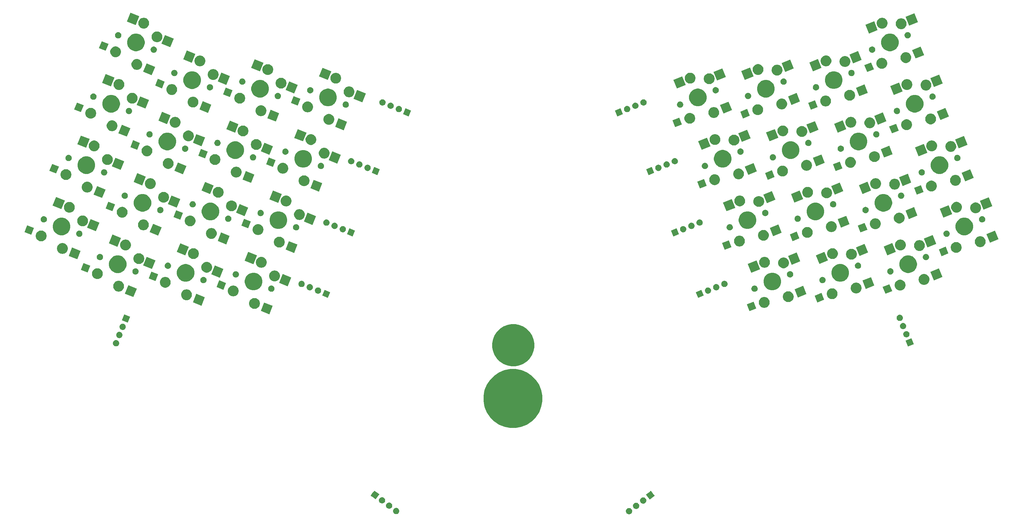
<source format=gbr>
G04 #@! TF.GenerationSoftware,KiCad,Pcbnew,(5.1.4)-1*
G04 #@! TF.CreationDate,2023-11-05T18:19:27-05:00*
G04 #@! TF.ProjectId,ThumbsUp,5468756d-6273-4557-902e-6b696361645f,rev?*
G04 #@! TF.SameCoordinates,Original*
G04 #@! TF.FileFunction,Soldermask,Bot*
G04 #@! TF.FilePolarity,Negative*
%FSLAX46Y46*%
G04 Gerber Fmt 4.6, Leading zero omitted, Abs format (unit mm)*
G04 Created by KiCad (PCBNEW (5.1.4)-1) date 2023-11-05 18:19:27*
%MOMM*%
%LPD*%
G04 APERTURE LIST*
%ADD10C,0.100000*%
G04 APERTURE END LIST*
D10*
G36*
X176752601Y-335411444D02*
G01*
X176818785Y-335417962D01*
X176988624Y-335469482D01*
X177145149Y-335553147D01*
X177180887Y-335582477D01*
X177282344Y-335665739D01*
X177365606Y-335767196D01*
X177394936Y-335802934D01*
X177478601Y-335959459D01*
X177530121Y-336129298D01*
X177547517Y-336305925D01*
X177530121Y-336482552D01*
X177478601Y-336652391D01*
X177394936Y-336808916D01*
X177365606Y-336844654D01*
X177282344Y-336946111D01*
X177180887Y-337029373D01*
X177145149Y-337058703D01*
X176988624Y-337142368D01*
X176818785Y-337193888D01*
X176752601Y-337200406D01*
X176686418Y-337206925D01*
X176597898Y-337206925D01*
X176531715Y-337200406D01*
X176465531Y-337193888D01*
X176295692Y-337142368D01*
X176139167Y-337058703D01*
X176103429Y-337029373D01*
X176001972Y-336946111D01*
X175918710Y-336844654D01*
X175889380Y-336808916D01*
X175805715Y-336652391D01*
X175754195Y-336482552D01*
X175736799Y-336305925D01*
X175754195Y-336129298D01*
X175805715Y-335959459D01*
X175889380Y-335802934D01*
X175918710Y-335767196D01*
X176001972Y-335665739D01*
X176103429Y-335582477D01*
X176139167Y-335553147D01*
X176295692Y-335469482D01*
X176465531Y-335417962D01*
X176531715Y-335411444D01*
X176597898Y-335404925D01*
X176686418Y-335404925D01*
X176752601Y-335411444D01*
X176752601Y-335411444D01*
G37*
G36*
X109926046Y-335361349D02*
G01*
X109992230Y-335367867D01*
X110162069Y-335419387D01*
X110318594Y-335503052D01*
X110354332Y-335532382D01*
X110455789Y-335615644D01*
X110539051Y-335717101D01*
X110568381Y-335752839D01*
X110652046Y-335909364D01*
X110703566Y-336079203D01*
X110720962Y-336255830D01*
X110703566Y-336432457D01*
X110652046Y-336602296D01*
X110568381Y-336758821D01*
X110539051Y-336794559D01*
X110455789Y-336896016D01*
X110354332Y-336979278D01*
X110318594Y-337008608D01*
X110162069Y-337092273D01*
X109992230Y-337143793D01*
X109926046Y-337150311D01*
X109859863Y-337156830D01*
X109771343Y-337156830D01*
X109705160Y-337150311D01*
X109638976Y-337143793D01*
X109469137Y-337092273D01*
X109312612Y-337008608D01*
X109276874Y-336979278D01*
X109175417Y-336896016D01*
X109092155Y-336794559D01*
X109062825Y-336758821D01*
X108979160Y-336602296D01*
X108927640Y-336432457D01*
X108910244Y-336255830D01*
X108927640Y-336079203D01*
X108979160Y-335909364D01*
X109062825Y-335752839D01*
X109092155Y-335717101D01*
X109175417Y-335615644D01*
X109276874Y-335532382D01*
X109312612Y-335503052D01*
X109469137Y-335419387D01*
X109638976Y-335367867D01*
X109705160Y-335361349D01*
X109771343Y-335354830D01*
X109859863Y-335354830D01*
X109926046Y-335361349D01*
X109926046Y-335361349D01*
G37*
G36*
X178781135Y-333882833D02*
G01*
X178847320Y-333889352D01*
X179017159Y-333940872D01*
X179173684Y-334024537D01*
X179209422Y-334053867D01*
X179310879Y-334137129D01*
X179394141Y-334238586D01*
X179423471Y-334274324D01*
X179507136Y-334430849D01*
X179558656Y-334600688D01*
X179576052Y-334777315D01*
X179558656Y-334953942D01*
X179507136Y-335123781D01*
X179423471Y-335280306D01*
X179394141Y-335316044D01*
X179310879Y-335417501D01*
X179209422Y-335500763D01*
X179173684Y-335530093D01*
X179017159Y-335613758D01*
X178847320Y-335665278D01*
X178781136Y-335671796D01*
X178714953Y-335678315D01*
X178626433Y-335678315D01*
X178560250Y-335671796D01*
X178494066Y-335665278D01*
X178324227Y-335613758D01*
X178167702Y-335530093D01*
X178131964Y-335500763D01*
X178030507Y-335417501D01*
X177947245Y-335316044D01*
X177917915Y-335280306D01*
X177834250Y-335123781D01*
X177782730Y-334953942D01*
X177765334Y-334777315D01*
X177782730Y-334600688D01*
X177834250Y-334430849D01*
X177917915Y-334274324D01*
X177947245Y-334238586D01*
X178030507Y-334137129D01*
X178131964Y-334053867D01*
X178167702Y-334024537D01*
X178324227Y-333940872D01*
X178494066Y-333889352D01*
X178560251Y-333882833D01*
X178626433Y-333876315D01*
X178714953Y-333876315D01*
X178781135Y-333882833D01*
X178781135Y-333882833D01*
G37*
G36*
X107897511Y-333832739D02*
G01*
X107963695Y-333839257D01*
X108133534Y-333890777D01*
X108290059Y-333974442D01*
X108325797Y-334003772D01*
X108427254Y-334087034D01*
X108510516Y-334188491D01*
X108539846Y-334224229D01*
X108623511Y-334380754D01*
X108675031Y-334550593D01*
X108692427Y-334727220D01*
X108675031Y-334903847D01*
X108623511Y-335073686D01*
X108539846Y-335230211D01*
X108510516Y-335265949D01*
X108427254Y-335367406D01*
X108325797Y-335450668D01*
X108290059Y-335479998D01*
X108133534Y-335563663D01*
X107963695Y-335615183D01*
X107897511Y-335621701D01*
X107831328Y-335628220D01*
X107742808Y-335628220D01*
X107676625Y-335621701D01*
X107610441Y-335615183D01*
X107440602Y-335563663D01*
X107284077Y-335479998D01*
X107248339Y-335450668D01*
X107146882Y-335367406D01*
X107063620Y-335265949D01*
X107034290Y-335230211D01*
X106950625Y-335073686D01*
X106899105Y-334903847D01*
X106881709Y-334727220D01*
X106899105Y-334550593D01*
X106950625Y-334380754D01*
X107034290Y-334224229D01*
X107063620Y-334188491D01*
X107146882Y-334087034D01*
X107248339Y-334003772D01*
X107284077Y-333974442D01*
X107440602Y-333890777D01*
X107610441Y-333839257D01*
X107676625Y-333832739D01*
X107742808Y-333826220D01*
X107831328Y-333826220D01*
X107897511Y-333832739D01*
X107897511Y-333832739D01*
G37*
G36*
X180809670Y-332354224D02*
G01*
X180875854Y-332360742D01*
X181045693Y-332412262D01*
X181202218Y-332495927D01*
X181237956Y-332525257D01*
X181339413Y-332608519D01*
X181422675Y-332709976D01*
X181452005Y-332745714D01*
X181535670Y-332902239D01*
X181587190Y-333072078D01*
X181604586Y-333248705D01*
X181587190Y-333425332D01*
X181535670Y-333595171D01*
X181452005Y-333751696D01*
X181422675Y-333787434D01*
X181339413Y-333888891D01*
X181237956Y-333972153D01*
X181202218Y-334001483D01*
X181045693Y-334085148D01*
X180875854Y-334136668D01*
X180809670Y-334143186D01*
X180743487Y-334149705D01*
X180654967Y-334149705D01*
X180588784Y-334143186D01*
X180522600Y-334136668D01*
X180352761Y-334085148D01*
X180196236Y-334001483D01*
X180160498Y-333972153D01*
X180059041Y-333888891D01*
X179975779Y-333787434D01*
X179946449Y-333751696D01*
X179862784Y-333595171D01*
X179811264Y-333425332D01*
X179793868Y-333248705D01*
X179811264Y-333072078D01*
X179862784Y-332902239D01*
X179946449Y-332745714D01*
X179975779Y-332709976D01*
X180059041Y-332608519D01*
X180160498Y-332525257D01*
X180196236Y-332495927D01*
X180352761Y-332412262D01*
X180522600Y-332360742D01*
X180588784Y-332354224D01*
X180654967Y-332347705D01*
X180743487Y-332347705D01*
X180809670Y-332354224D01*
X180809670Y-332354224D01*
G37*
G36*
X105868976Y-332304128D02*
G01*
X105935161Y-332310647D01*
X106105000Y-332362167D01*
X106261525Y-332445832D01*
X106297263Y-332475162D01*
X106398720Y-332558424D01*
X106481982Y-332659881D01*
X106511312Y-332695619D01*
X106594977Y-332852144D01*
X106646497Y-333021983D01*
X106663893Y-333198610D01*
X106646497Y-333375237D01*
X106594977Y-333545076D01*
X106511312Y-333701601D01*
X106481982Y-333737339D01*
X106398720Y-333838796D01*
X106297263Y-333922058D01*
X106261525Y-333951388D01*
X106105000Y-334035053D01*
X105935161Y-334086573D01*
X105868976Y-334093092D01*
X105802794Y-334099610D01*
X105714274Y-334099610D01*
X105648092Y-334093092D01*
X105581907Y-334086573D01*
X105412068Y-334035053D01*
X105255543Y-333951388D01*
X105219805Y-333922058D01*
X105118348Y-333838796D01*
X105035086Y-333737339D01*
X105005756Y-333701601D01*
X104922091Y-333545076D01*
X104870571Y-333375237D01*
X104853175Y-333198610D01*
X104870571Y-333021983D01*
X104922091Y-332852144D01*
X105005756Y-332695619D01*
X105035086Y-332659881D01*
X105118348Y-332558424D01*
X105219805Y-332475162D01*
X105255543Y-332445832D01*
X105412068Y-332362167D01*
X105581907Y-332310647D01*
X105648092Y-332304128D01*
X105714274Y-332297610D01*
X105802794Y-332297610D01*
X105868976Y-332304128D01*
X105868976Y-332304128D01*
G37*
G36*
X183523538Y-331278989D02*
G01*
X183989567Y-331897430D01*
X183989567Y-331897431D01*
X183372839Y-332362168D01*
X182550426Y-332981901D01*
X182550425Y-332981901D01*
X181695469Y-331847335D01*
X181465955Y-331542760D01*
X181465955Y-331542759D01*
X182286655Y-330924318D01*
X182905096Y-330458289D01*
X182905097Y-330458289D01*
X183523538Y-331278989D01*
X183523538Y-331278989D01*
G37*
G36*
X104171106Y-330874223D02*
G01*
X104991806Y-331492664D01*
X104991806Y-331492665D01*
X104686793Y-331897431D01*
X103907336Y-332931806D01*
X103907335Y-332931806D01*
X103132207Y-332347705D01*
X102468194Y-331847336D01*
X102468194Y-331847335D01*
X102934223Y-331228894D01*
X103552664Y-330408194D01*
X103552665Y-330408194D01*
X104171106Y-330874223D01*
X104171106Y-330874223D01*
G37*
G36*
X145795065Y-295843766D02*
G01*
X147333048Y-296480820D01*
X147333050Y-296480821D01*
X148717199Y-297405679D01*
X149894321Y-298582801D01*
X150819179Y-299966950D01*
X150819180Y-299966952D01*
X151456234Y-301504935D01*
X151781000Y-303137648D01*
X151781000Y-304802352D01*
X151456234Y-306435065D01*
X150881012Y-307823773D01*
X150819179Y-307973050D01*
X149894321Y-309357199D01*
X148717199Y-310534321D01*
X147333050Y-311459179D01*
X147333049Y-311459180D01*
X147333048Y-311459180D01*
X145795065Y-312096234D01*
X144162352Y-312421000D01*
X142497648Y-312421000D01*
X140864935Y-312096234D01*
X139326952Y-311459180D01*
X139326951Y-311459180D01*
X139326950Y-311459179D01*
X137942801Y-310534321D01*
X136765679Y-309357199D01*
X135840821Y-307973050D01*
X135778988Y-307823773D01*
X135203766Y-306435065D01*
X134879000Y-304802352D01*
X134879000Y-303137648D01*
X135203766Y-301504935D01*
X135840820Y-299966952D01*
X135840821Y-299966950D01*
X136765679Y-298582801D01*
X137942801Y-297405679D01*
X139326950Y-296480821D01*
X139326952Y-296480820D01*
X140864935Y-295843766D01*
X142497648Y-295519000D01*
X144162352Y-295519000D01*
X145795065Y-295843766D01*
X145795065Y-295843766D01*
G37*
G36*
X145195010Y-282851536D02*
G01*
X146296222Y-283307673D01*
X147287287Y-283969881D01*
X148130119Y-284812713D01*
X148792327Y-285803778D01*
X149248464Y-286904990D01*
X149481000Y-288074027D01*
X149481000Y-289265973D01*
X149248464Y-290435010D01*
X148792327Y-291536222D01*
X148130119Y-292527287D01*
X147287287Y-293370119D01*
X146296222Y-294032327D01*
X145195010Y-294488464D01*
X144025973Y-294721000D01*
X142834027Y-294721000D01*
X141664990Y-294488464D01*
X140563778Y-294032327D01*
X139572713Y-293370119D01*
X138729881Y-292527287D01*
X138067673Y-291536222D01*
X137611536Y-290435010D01*
X137379000Y-289265973D01*
X137379000Y-288074027D01*
X137611536Y-286904990D01*
X138067673Y-285803778D01*
X138729881Y-284812713D01*
X139572713Y-283969881D01*
X140563778Y-283307673D01*
X141664990Y-282851536D01*
X142834027Y-282619000D01*
X144025973Y-282619000D01*
X145195010Y-282851536D01*
X145195010Y-282851536D01*
G37*
G36*
X258341367Y-288372601D02*
G01*
X256670580Y-289047642D01*
X255995539Y-287376855D01*
X257666326Y-286701814D01*
X258341367Y-288372601D01*
X258341367Y-288372601D01*
G37*
G36*
X29538609Y-287193587D02*
G01*
X29604793Y-287200105D01*
X29774632Y-287251625D01*
X29931157Y-287335290D01*
X29966895Y-287364620D01*
X30068352Y-287447882D01*
X30151614Y-287549339D01*
X30180944Y-287585077D01*
X30264609Y-287741602D01*
X30316129Y-287911441D01*
X30333525Y-288088068D01*
X30316129Y-288264695D01*
X30264609Y-288434534D01*
X30180944Y-288591059D01*
X30156654Y-288620656D01*
X30068352Y-288728254D01*
X29966895Y-288811516D01*
X29931157Y-288840846D01*
X29774632Y-288924511D01*
X29604793Y-288976031D01*
X29538609Y-288982549D01*
X29472426Y-288989068D01*
X29383906Y-288989068D01*
X29317723Y-288982549D01*
X29251539Y-288976031D01*
X29081700Y-288924511D01*
X28925175Y-288840846D01*
X28889437Y-288811516D01*
X28787980Y-288728254D01*
X28699678Y-288620656D01*
X28675388Y-288591059D01*
X28591723Y-288434534D01*
X28540203Y-288264695D01*
X28522807Y-288088068D01*
X28540203Y-287911441D01*
X28591723Y-287741602D01*
X28675388Y-287585077D01*
X28704718Y-287549339D01*
X28787980Y-287447882D01*
X28889437Y-287364620D01*
X28925175Y-287335290D01*
X29081700Y-287251625D01*
X29251539Y-287200105D01*
X29317723Y-287193587D01*
X29383906Y-287187068D01*
X29472426Y-287187068D01*
X29538609Y-287193587D01*
X29538609Y-287193587D01*
G37*
G36*
X30490109Y-284838539D02*
G01*
X30556294Y-284845058D01*
X30726133Y-284896578D01*
X30882658Y-284980243D01*
X30914374Y-285006272D01*
X31019853Y-285092835D01*
X31085818Y-285173215D01*
X31132445Y-285230030D01*
X31216110Y-285386555D01*
X31267630Y-285556394D01*
X31285026Y-285733021D01*
X31267630Y-285909648D01*
X31216110Y-286079487D01*
X31132445Y-286236012D01*
X31103115Y-286271750D01*
X31019853Y-286373207D01*
X30918396Y-286456469D01*
X30882658Y-286485799D01*
X30726133Y-286569464D01*
X30556294Y-286620984D01*
X30490109Y-286627503D01*
X30423927Y-286634021D01*
X30335407Y-286634021D01*
X30269225Y-286627503D01*
X30203040Y-286620984D01*
X30033201Y-286569464D01*
X29876676Y-286485799D01*
X29840938Y-286456469D01*
X29739481Y-286373207D01*
X29656219Y-286271750D01*
X29626889Y-286236012D01*
X29543224Y-286079487D01*
X29491704Y-285909648D01*
X29474308Y-285733021D01*
X29491704Y-285556394D01*
X29543224Y-285386555D01*
X29626889Y-285230030D01*
X29673516Y-285173215D01*
X29739481Y-285092835D01*
X29844960Y-285006272D01*
X29876676Y-284980243D01*
X30033201Y-284896578D01*
X30203040Y-284845058D01*
X30269225Y-284838539D01*
X30335407Y-284832021D01*
X30423927Y-284832021D01*
X30490109Y-284838539D01*
X30490109Y-284838539D01*
G37*
G36*
X256327394Y-284625199D02*
G01*
X256393579Y-284631718D01*
X256563418Y-284683238D01*
X256719943Y-284766903D01*
X256755681Y-284796233D01*
X256857138Y-284879495D01*
X256939818Y-284980242D01*
X256969730Y-285016690D01*
X257053395Y-285173215D01*
X257104915Y-285343054D01*
X257122311Y-285519681D01*
X257104915Y-285696308D01*
X257053395Y-285866147D01*
X256969730Y-286022672D01*
X256940400Y-286058410D01*
X256857138Y-286159867D01*
X256755681Y-286243129D01*
X256719943Y-286272459D01*
X256563418Y-286356124D01*
X256393579Y-286407644D01*
X256327395Y-286414162D01*
X256261212Y-286420681D01*
X256172692Y-286420681D01*
X256106509Y-286414162D01*
X256040325Y-286407644D01*
X255870486Y-286356124D01*
X255713961Y-286272459D01*
X255678223Y-286243129D01*
X255576766Y-286159867D01*
X255493504Y-286058410D01*
X255464174Y-286022672D01*
X255380509Y-285866147D01*
X255328989Y-285696308D01*
X255311593Y-285519681D01*
X255328989Y-285343054D01*
X255380509Y-285173215D01*
X255464174Y-285016690D01*
X255494086Y-284980242D01*
X255576766Y-284879495D01*
X255678223Y-284796233D01*
X255713961Y-284766903D01*
X255870486Y-284683238D01*
X256040325Y-284631718D01*
X256106510Y-284625199D01*
X256172692Y-284618681D01*
X256261212Y-284618681D01*
X256327394Y-284625199D01*
X256327394Y-284625199D01*
G37*
G36*
X31441610Y-282483493D02*
G01*
X31507794Y-282490011D01*
X31677633Y-282541531D01*
X31834158Y-282625196D01*
X31869896Y-282654526D01*
X31971353Y-282737788D01*
X32037318Y-282818168D01*
X32083945Y-282874983D01*
X32167610Y-283031508D01*
X32219130Y-283201347D01*
X32236526Y-283377974D01*
X32219130Y-283554601D01*
X32178587Y-283688253D01*
X32167609Y-283724442D01*
X32137459Y-283780848D01*
X32083945Y-283880965D01*
X32054615Y-283916703D01*
X31971353Y-284018160D01*
X31869896Y-284101422D01*
X31834158Y-284130752D01*
X31677633Y-284214417D01*
X31507794Y-284265937D01*
X31441609Y-284272456D01*
X31375427Y-284278974D01*
X31286907Y-284278974D01*
X31220725Y-284272456D01*
X31154540Y-284265937D01*
X30984701Y-284214417D01*
X30828176Y-284130752D01*
X30792438Y-284101422D01*
X30690981Y-284018160D01*
X30607719Y-283916703D01*
X30578389Y-283880965D01*
X30524875Y-283780848D01*
X30494725Y-283724442D01*
X30483747Y-283688253D01*
X30443204Y-283554601D01*
X30425808Y-283377974D01*
X30443204Y-283201347D01*
X30494724Y-283031508D01*
X30578389Y-282874983D01*
X30625016Y-282818168D01*
X30690981Y-282737788D01*
X30792438Y-282654526D01*
X30828176Y-282625196D01*
X30984701Y-282541531D01*
X31154540Y-282490011D01*
X31220724Y-282483493D01*
X31286907Y-282476974D01*
X31375427Y-282476974D01*
X31441610Y-282483493D01*
X31441610Y-282483493D01*
G37*
G36*
X255375894Y-282270152D02*
G01*
X255442079Y-282276671D01*
X255611918Y-282328191D01*
X255768443Y-282411856D01*
X255804181Y-282441186D01*
X255905638Y-282524448D01*
X255983234Y-282619000D01*
X256018230Y-282661643D01*
X256101895Y-282818168D01*
X256153415Y-282988007D01*
X256170811Y-283164634D01*
X256153415Y-283341261D01*
X256101895Y-283511100D01*
X256018230Y-283667625D01*
X256001301Y-283688253D01*
X255905638Y-283804820D01*
X255804181Y-283888082D01*
X255768443Y-283917412D01*
X255611918Y-284001077D01*
X255442079Y-284052597D01*
X255375895Y-284059115D01*
X255309712Y-284065634D01*
X255221192Y-284065634D01*
X255155009Y-284059115D01*
X255088825Y-284052597D01*
X254918986Y-284001077D01*
X254762461Y-283917412D01*
X254726723Y-283888082D01*
X254625266Y-283804820D01*
X254529603Y-283688253D01*
X254512674Y-283667625D01*
X254429009Y-283511100D01*
X254377489Y-283341261D01*
X254360093Y-283164634D01*
X254377489Y-282988007D01*
X254429009Y-282818168D01*
X254512674Y-282661643D01*
X254547670Y-282619000D01*
X254625266Y-282524448D01*
X254726723Y-282441186D01*
X254762461Y-282411856D01*
X254918986Y-282328191D01*
X255088825Y-282276671D01*
X255155010Y-282270152D01*
X255221192Y-282263634D01*
X255309712Y-282263634D01*
X255375894Y-282270152D01*
X255375894Y-282270152D01*
G37*
G36*
X33455582Y-280525054D02*
G01*
X32780541Y-282195841D01*
X31109754Y-281520800D01*
X31784795Y-279850013D01*
X33455582Y-280525054D01*
X33455582Y-280525054D01*
G37*
G36*
X254424394Y-279915106D02*
G01*
X254490578Y-279921624D01*
X254660417Y-279973144D01*
X254816942Y-280056809D01*
X254852680Y-280086139D01*
X254954137Y-280169401D01*
X255037399Y-280270858D01*
X255066729Y-280306596D01*
X255150394Y-280463121D01*
X255201914Y-280632960D01*
X255219310Y-280809587D01*
X255201914Y-280986214D01*
X255150394Y-281156053D01*
X255066729Y-281312578D01*
X255037399Y-281348316D01*
X254954137Y-281449773D01*
X254867590Y-281520799D01*
X254816942Y-281562365D01*
X254660417Y-281646030D01*
X254490578Y-281697550D01*
X254424394Y-281704068D01*
X254358211Y-281710587D01*
X254269691Y-281710587D01*
X254203508Y-281704068D01*
X254137324Y-281697550D01*
X253967485Y-281646030D01*
X253810960Y-281562365D01*
X253760312Y-281520799D01*
X253673765Y-281449773D01*
X253590503Y-281348316D01*
X253561173Y-281312578D01*
X253477508Y-281156053D01*
X253425988Y-280986214D01*
X253408592Y-280809587D01*
X253425988Y-280632960D01*
X253477508Y-280463121D01*
X253561173Y-280306596D01*
X253590503Y-280270858D01*
X253673765Y-280169401D01*
X253775222Y-280086139D01*
X253810960Y-280056809D01*
X253967485Y-279973144D01*
X254137324Y-279921624D01*
X254203508Y-279915106D01*
X254269691Y-279908587D01*
X254358211Y-279908587D01*
X254424394Y-279915106D01*
X254424394Y-279915106D01*
G37*
G36*
X74395056Y-277393641D02*
G01*
X73420330Y-279806174D01*
X70961438Y-278812717D01*
X71936164Y-276400184D01*
X74395056Y-277393641D01*
X74395056Y-277393641D01*
G37*
G36*
X213158312Y-278100496D02*
G01*
X211209371Y-278887919D01*
X210421948Y-276938978D01*
X212370889Y-276151555D01*
X213158312Y-278100496D01*
X213158312Y-278100496D01*
G37*
G36*
X69457533Y-275158476D02*
G01*
X69607358Y-275188278D01*
X69889622Y-275305195D01*
X70143653Y-275474933D01*
X70359689Y-275690969D01*
X70529427Y-275945000D01*
X70646344Y-276227264D01*
X70705948Y-276526914D01*
X70705948Y-276832434D01*
X70646344Y-277132084D01*
X70529427Y-277414348D01*
X70359689Y-277668379D01*
X70143653Y-277884415D01*
X69889622Y-278054153D01*
X69607358Y-278171070D01*
X69457533Y-278200872D01*
X69307709Y-278230674D01*
X69002187Y-278230674D01*
X68852363Y-278200872D01*
X68702538Y-278171070D01*
X68420274Y-278054153D01*
X68166243Y-277884415D01*
X67950207Y-277668379D01*
X67780469Y-277414348D01*
X67663552Y-277132084D01*
X67603948Y-276832434D01*
X67603948Y-276526914D01*
X67663552Y-276227264D01*
X67780469Y-275945000D01*
X67950207Y-275690969D01*
X68166243Y-275474933D01*
X68420274Y-275305195D01*
X68702538Y-275188278D01*
X68852363Y-275158476D01*
X69002187Y-275128674D01*
X69307709Y-275128674D01*
X69457533Y-275158476D01*
X69457533Y-275158476D01*
G37*
G36*
X215728396Y-274853189D02*
G01*
X215878221Y-274882991D01*
X216160485Y-274999908D01*
X216414516Y-275169646D01*
X216630552Y-275385682D01*
X216800290Y-275639713D01*
X216917207Y-275921977D01*
X216976811Y-276221627D01*
X216976811Y-276527147D01*
X216917207Y-276826797D01*
X216800290Y-277109061D01*
X216630552Y-277363092D01*
X216414516Y-277579128D01*
X216160485Y-277748866D01*
X215878221Y-277865783D01*
X215784556Y-277884414D01*
X215578572Y-277925387D01*
X215273050Y-277925387D01*
X215067066Y-277884414D01*
X214973401Y-277865783D01*
X214691137Y-277748866D01*
X214437106Y-277579128D01*
X214221070Y-277363092D01*
X214051332Y-277109061D01*
X213934415Y-276826797D01*
X213874811Y-276527147D01*
X213874811Y-276221627D01*
X213934415Y-275921977D01*
X214051332Y-275639713D01*
X214221070Y-275385682D01*
X214437106Y-275169646D01*
X214691137Y-274999908D01*
X214973401Y-274882991D01*
X215123226Y-274853189D01*
X215273050Y-274823387D01*
X215578572Y-274823387D01*
X215728396Y-274853189D01*
X215728396Y-274853189D01*
G37*
G36*
X54905530Y-274912035D02*
G01*
X53930804Y-277324568D01*
X51471912Y-276331111D01*
X52446638Y-273918578D01*
X54905530Y-274912035D01*
X54905530Y-274912035D01*
G37*
G36*
X232647838Y-275618890D02*
G01*
X230698897Y-276406313D01*
X229911474Y-274457372D01*
X231860415Y-273669949D01*
X232647838Y-275618890D01*
X232647838Y-275618890D01*
G37*
G36*
X222612020Y-273204486D02*
G01*
X222761845Y-273234288D01*
X223044109Y-273351205D01*
X223298140Y-273520943D01*
X223514176Y-273736979D01*
X223683914Y-273991010D01*
X223717705Y-274072590D01*
X223800831Y-274273275D01*
X223860435Y-274572923D01*
X223860435Y-274878445D01*
X223836274Y-274999908D01*
X223800831Y-275178094D01*
X223683914Y-275460358D01*
X223514176Y-275714389D01*
X223298140Y-275930425D01*
X223044109Y-276100163D01*
X222761845Y-276217080D01*
X222710646Y-276227264D01*
X222462196Y-276276684D01*
X222156674Y-276276684D01*
X221908224Y-276227264D01*
X221857025Y-276217080D01*
X221574761Y-276100163D01*
X221320730Y-275930425D01*
X221104694Y-275714389D01*
X220934956Y-275460358D01*
X220818039Y-275178094D01*
X220782596Y-274999908D01*
X220758435Y-274878445D01*
X220758435Y-274572923D01*
X220818039Y-274273275D01*
X220901165Y-274072590D01*
X220934956Y-273991010D01*
X221104694Y-273736979D01*
X221320730Y-273520943D01*
X221574761Y-273351205D01*
X221857025Y-273234288D01*
X222006850Y-273204486D01*
X222156674Y-273174684D01*
X222462196Y-273174684D01*
X222612020Y-273204486D01*
X222612020Y-273204486D01*
G37*
G36*
X49968007Y-272676870D02*
G01*
X50117832Y-272706672D01*
X50400096Y-272823589D01*
X50654127Y-272993327D01*
X50870163Y-273209363D01*
X51039901Y-273463394D01*
X51154483Y-273740021D01*
X51156818Y-273745659D01*
X51205622Y-273991010D01*
X51216422Y-274045308D01*
X51216422Y-274350828D01*
X51156818Y-274650478D01*
X51039901Y-274932742D01*
X50870163Y-275186773D01*
X50654127Y-275402809D01*
X50400096Y-275572547D01*
X50117832Y-275689464D01*
X49992530Y-275714388D01*
X49818183Y-275749068D01*
X49512661Y-275749068D01*
X49338314Y-275714388D01*
X49213012Y-275689464D01*
X48930748Y-275572547D01*
X48676717Y-275402809D01*
X48460681Y-275186773D01*
X48290943Y-274932742D01*
X48174026Y-274650478D01*
X48114422Y-274350828D01*
X48114422Y-274045308D01*
X48125223Y-273991010D01*
X48174026Y-273745659D01*
X48176361Y-273740021D01*
X48290943Y-273463394D01*
X48460681Y-273209363D01*
X48676717Y-272993327D01*
X48930748Y-272823589D01*
X49213012Y-272706672D01*
X49362837Y-272676870D01*
X49512661Y-272647068D01*
X49818183Y-272647068D01*
X49968007Y-272676870D01*
X49968007Y-272676870D01*
G37*
G36*
X235188608Y-272365752D02*
G01*
X235367747Y-272401385D01*
X235650011Y-272518302D01*
X235904042Y-272688040D01*
X236120078Y-272904076D01*
X236289816Y-273158107D01*
X236406733Y-273440371D01*
X236466337Y-273740021D01*
X236466337Y-274045541D01*
X236406733Y-274345191D01*
X236289816Y-274627455D01*
X236120078Y-274881486D01*
X235904042Y-275097522D01*
X235650011Y-275267260D01*
X235367747Y-275384177D01*
X235274082Y-275402808D01*
X235068098Y-275443781D01*
X234762576Y-275443781D01*
X234556592Y-275402808D01*
X234462927Y-275384177D01*
X234180663Y-275267260D01*
X233926632Y-275097522D01*
X233710596Y-274881486D01*
X233540858Y-274627455D01*
X233423941Y-274345191D01*
X233364337Y-274045541D01*
X233364337Y-273740021D01*
X233423941Y-273440371D01*
X233540858Y-273158107D01*
X233710596Y-272904076D01*
X233926632Y-272688040D01*
X234180663Y-272518302D01*
X234462927Y-272401385D01*
X234642066Y-272365752D01*
X234762576Y-272341781D01*
X235068098Y-272341781D01*
X235188608Y-272365752D01*
X235188608Y-272365752D01*
G37*
G36*
X90909906Y-273425839D02*
G01*
X90234865Y-275096626D01*
X88564078Y-274421585D01*
X89239119Y-272750798D01*
X90909906Y-273425839D01*
X90909906Y-273425839D01*
G37*
G36*
X198108786Y-274420160D02*
G01*
X196437999Y-275095201D01*
X195762958Y-273424414D01*
X197433745Y-272749373D01*
X198108786Y-274420160D01*
X198108786Y-274420160D01*
G37*
G36*
X227549543Y-274011717D02*
G01*
X225090651Y-275005174D01*
X224115925Y-272592641D01*
X226574817Y-271599184D01*
X227549543Y-274011717D01*
X227549543Y-274011717D01*
G37*
G36*
X35416003Y-272430429D02*
G01*
X34441277Y-274842962D01*
X31982385Y-273849505D01*
X32957111Y-271436972D01*
X35416003Y-272430429D01*
X35416003Y-272430429D01*
G37*
G36*
X63354359Y-271561449D02*
G01*
X63510408Y-271592489D01*
X63792672Y-271709406D01*
X64046703Y-271879144D01*
X64262739Y-272095180D01*
X64432477Y-272349211D01*
X64549394Y-272631475D01*
X64573051Y-272750407D01*
X64608998Y-272931124D01*
X64608998Y-273236646D01*
X64590311Y-273330590D01*
X64549394Y-273536295D01*
X64432477Y-273818559D01*
X64262739Y-274072590D01*
X64046703Y-274288626D01*
X63792672Y-274458364D01*
X63510408Y-274575281D01*
X63360583Y-274605083D01*
X63210759Y-274634885D01*
X62905237Y-274634885D01*
X62755413Y-274605083D01*
X62605588Y-274575281D01*
X62323324Y-274458364D01*
X62069293Y-274288626D01*
X61853257Y-274072590D01*
X61683519Y-273818559D01*
X61566602Y-273536295D01*
X61525685Y-273330590D01*
X61506998Y-273236646D01*
X61506998Y-272931124D01*
X61542945Y-272750407D01*
X61566602Y-272631475D01*
X61683519Y-272349211D01*
X61853257Y-272095180D01*
X62069293Y-271879144D01*
X62323324Y-271709406D01*
X62605588Y-271592489D01*
X62761637Y-271561449D01*
X62905237Y-271532885D01*
X63210759Y-271532885D01*
X63354359Y-271561449D01*
X63354359Y-271561449D01*
G37*
G36*
X252137364Y-273137284D02*
G01*
X250188423Y-273924707D01*
X249401000Y-271975766D01*
X251349941Y-271188343D01*
X252137364Y-273137284D01*
X252137364Y-273137284D01*
G37*
G36*
X87492388Y-272077730D02*
G01*
X87558572Y-272084248D01*
X87728411Y-272135768D01*
X87884936Y-272219433D01*
X87920674Y-272248763D01*
X88022131Y-272332025D01*
X88077817Y-272399880D01*
X88134723Y-272469220D01*
X88218388Y-272625745D01*
X88269908Y-272795584D01*
X88287304Y-272972211D01*
X88269908Y-273148838D01*
X88218388Y-273318677D01*
X88134723Y-273475202D01*
X88105393Y-273510940D01*
X88022131Y-273612397D01*
X87920674Y-273695659D01*
X87884936Y-273724989D01*
X87728411Y-273808654D01*
X87558572Y-273860174D01*
X87492387Y-273866693D01*
X87426205Y-273873211D01*
X87337685Y-273873211D01*
X87271503Y-273866693D01*
X87205318Y-273860174D01*
X87035479Y-273808654D01*
X86878954Y-273724989D01*
X86843216Y-273695659D01*
X86741759Y-273612397D01*
X86658497Y-273510940D01*
X86629167Y-273475202D01*
X86545502Y-273318677D01*
X86493982Y-273148838D01*
X86476586Y-272972211D01*
X86493982Y-272795584D01*
X86545502Y-272625745D01*
X86629167Y-272469220D01*
X86686073Y-272399880D01*
X86741759Y-272332025D01*
X86843216Y-272248763D01*
X86878954Y-272219433D01*
X87035479Y-272135768D01*
X87205318Y-272084248D01*
X87271502Y-272077730D01*
X87337685Y-272071211D01*
X87426205Y-272071211D01*
X87492388Y-272077730D01*
X87492388Y-272077730D01*
G37*
G36*
X199401362Y-272076305D02*
G01*
X199467546Y-272082823D01*
X199637385Y-272134343D01*
X199637387Y-272134344D01*
X199695890Y-272165615D01*
X199793910Y-272218008D01*
X199795646Y-272219433D01*
X199931105Y-272330600D01*
X200013031Y-272430429D01*
X200043697Y-272467795D01*
X200127362Y-272624320D01*
X200178882Y-272794159D01*
X200196278Y-272970786D01*
X200178882Y-273147413D01*
X200127362Y-273317252D01*
X200043697Y-273473777D01*
X200014367Y-273509515D01*
X199931105Y-273610972D01*
X199859240Y-273669949D01*
X199793910Y-273723564D01*
X199637385Y-273807229D01*
X199467546Y-273858749D01*
X199401361Y-273865268D01*
X199335179Y-273871786D01*
X199246659Y-273871786D01*
X199180477Y-273865268D01*
X199114292Y-273858749D01*
X198944453Y-273807229D01*
X198787928Y-273723564D01*
X198722598Y-273669949D01*
X198650733Y-273610972D01*
X198567471Y-273509515D01*
X198538141Y-273473777D01*
X198454476Y-273317252D01*
X198402956Y-273147413D01*
X198385560Y-272970786D01*
X198402956Y-272794159D01*
X198454476Y-272624320D01*
X198538141Y-272467795D01*
X198568807Y-272430429D01*
X198650733Y-272330600D01*
X198786192Y-272219433D01*
X198787928Y-272218008D01*
X198885948Y-272165615D01*
X198944451Y-272134344D01*
X198944453Y-272134343D01*
X199114292Y-272082823D01*
X199180476Y-272076305D01*
X199246659Y-272069786D01*
X199335179Y-272069786D01*
X199401362Y-272076305D01*
X199401362Y-272076305D01*
G37*
G36*
X242093688Y-270721317D02*
G01*
X242251371Y-270752682D01*
X242533635Y-270869599D01*
X242787666Y-271039337D01*
X243003702Y-271255373D01*
X243173440Y-271509404D01*
X243290357Y-271791668D01*
X243313030Y-271905652D01*
X243349961Y-272091317D01*
X243349961Y-272396839D01*
X243335563Y-272469220D01*
X243290357Y-272696488D01*
X243173440Y-272978752D01*
X243003702Y-273232783D01*
X242787666Y-273448819D01*
X242533635Y-273618557D01*
X242251371Y-273735474D01*
X242200172Y-273745658D01*
X241951722Y-273795078D01*
X241646200Y-273795078D01*
X241397750Y-273745658D01*
X241346551Y-273735474D01*
X241064287Y-273618557D01*
X240810256Y-273448819D01*
X240594220Y-273232783D01*
X240424482Y-272978752D01*
X240307565Y-272696488D01*
X240262359Y-272469220D01*
X240247961Y-272396839D01*
X240247961Y-272091317D01*
X240284892Y-271905652D01*
X240307565Y-271791668D01*
X240424482Y-271509404D01*
X240594220Y-271255373D01*
X240810256Y-271039337D01*
X241064287Y-270869599D01*
X241346551Y-270752682D01*
X241504234Y-270721317D01*
X241646200Y-270693078D01*
X241951722Y-270693078D01*
X242093688Y-270721317D01*
X242093688Y-270721317D01*
G37*
G36*
X74173721Y-271550155D02*
G01*
X74260844Y-271567485D01*
X74370267Y-271612810D01*
X74424980Y-271635473D01*
X74533480Y-271707970D01*
X74572697Y-271734174D01*
X74698321Y-271859798D01*
X74698323Y-271859801D01*
X74797022Y-272007515D01*
X74802488Y-272020711D01*
X74865010Y-272171651D01*
X74874231Y-272218008D01*
X74899669Y-272345895D01*
X74899669Y-272523557D01*
X74899640Y-272523702D01*
X74865010Y-272697801D01*
X74825096Y-272794161D01*
X74797022Y-272861937D01*
X74718970Y-272978750D01*
X74698321Y-273009654D01*
X74572697Y-273135278D01*
X74572694Y-273135280D01*
X74424980Y-273233979D01*
X74370267Y-273256642D01*
X74260844Y-273301967D01*
X74176835Y-273318677D01*
X74086600Y-273336626D01*
X73908938Y-273336626D01*
X73818703Y-273318677D01*
X73734694Y-273301967D01*
X73625271Y-273256642D01*
X73570558Y-273233979D01*
X73422844Y-273135280D01*
X73422841Y-273135278D01*
X73297217Y-273009654D01*
X73276568Y-272978750D01*
X73198516Y-272861937D01*
X73170442Y-272794161D01*
X73130528Y-272697801D01*
X73095898Y-272523702D01*
X73095869Y-272523557D01*
X73095869Y-272345895D01*
X73121307Y-272218008D01*
X73130528Y-272171651D01*
X73193050Y-272020711D01*
X73198516Y-272007515D01*
X73297215Y-271859801D01*
X73297217Y-271859798D01*
X73422841Y-271734174D01*
X73462058Y-271707970D01*
X73570558Y-271635473D01*
X73625271Y-271612810D01*
X73734694Y-271567485D01*
X73821817Y-271550155D01*
X73908938Y-271532826D01*
X74086600Y-271532826D01*
X74173721Y-271550155D01*
X74173721Y-271550155D01*
G37*
G36*
X212821210Y-271544120D02*
G01*
X212908333Y-271561449D01*
X212999432Y-271599184D01*
X213072469Y-271629437D01*
X213192151Y-271709406D01*
X213220186Y-271728138D01*
X213345810Y-271853762D01*
X213345812Y-271853765D01*
X213444511Y-272001479D01*
X213451887Y-272019286D01*
X213512499Y-272165615D01*
X213518809Y-272197338D01*
X213547158Y-272339859D01*
X213547158Y-272517521D01*
X213532216Y-272592641D01*
X213512499Y-272691765D01*
X213469495Y-272795584D01*
X213444511Y-272855901D01*
X213346475Y-273002623D01*
X213345810Y-273003618D01*
X213220186Y-273129242D01*
X213220183Y-273129244D01*
X213072469Y-273227943D01*
X213017756Y-273250606D01*
X212908333Y-273295931D01*
X212821210Y-273313260D01*
X212734089Y-273330590D01*
X212556427Y-273330590D01*
X212469306Y-273313260D01*
X212382183Y-273295931D01*
X212272760Y-273250606D01*
X212218047Y-273227943D01*
X212070333Y-273129244D01*
X212070330Y-273129242D01*
X211944706Y-273003618D01*
X211944041Y-273002623D01*
X211846005Y-272855901D01*
X211821021Y-272795584D01*
X211778017Y-272691765D01*
X211758300Y-272592641D01*
X211743358Y-272517521D01*
X211743358Y-272339859D01*
X211771707Y-272197338D01*
X211778017Y-272165615D01*
X211838629Y-272019286D01*
X211846005Y-272001479D01*
X211944704Y-271853765D01*
X211944706Y-271853762D01*
X212070330Y-271728138D01*
X212098365Y-271709406D01*
X212218047Y-271629437D01*
X212291084Y-271599184D01*
X212382183Y-271561449D01*
X212469306Y-271544120D01*
X212556427Y-271526790D01*
X212734089Y-271526790D01*
X212821210Y-271544120D01*
X212821210Y-271544120D01*
G37*
G36*
X30400848Y-270179822D02*
G01*
X30628305Y-270225066D01*
X30910569Y-270341983D01*
X31164600Y-270511721D01*
X31380636Y-270727757D01*
X31550374Y-270981788D01*
X31667291Y-271264052D01*
X31668063Y-271267932D01*
X31726895Y-271563701D01*
X31726895Y-271869223D01*
X31700587Y-272001480D01*
X31667291Y-272168872D01*
X31550374Y-272451136D01*
X31380636Y-272705167D01*
X31164600Y-272921203D01*
X30910569Y-273090941D01*
X30628305Y-273207858D01*
X30503003Y-273232782D01*
X30328656Y-273267462D01*
X30023134Y-273267462D01*
X29848787Y-273232782D01*
X29723485Y-273207858D01*
X29441221Y-273090941D01*
X29187190Y-272921203D01*
X28971154Y-272705167D01*
X28801416Y-272451136D01*
X28684499Y-272168872D01*
X28651203Y-272001480D01*
X28624895Y-271869223D01*
X28624895Y-271563701D01*
X28683727Y-271267932D01*
X28684499Y-271264052D01*
X28801416Y-270981788D01*
X28971154Y-270727757D01*
X29187190Y-270511721D01*
X29441221Y-270341983D01*
X29723485Y-270225066D01*
X29950942Y-270179822D01*
X30023134Y-270165462D01*
X30328656Y-270165462D01*
X30400848Y-270179822D01*
X30400848Y-270179822D01*
G37*
G36*
X254707448Y-269889977D02*
G01*
X254857273Y-269919779D01*
X255139537Y-270036696D01*
X255393568Y-270206434D01*
X255609604Y-270422470D01*
X255779342Y-270676501D01*
X255896259Y-270958765D01*
X255900839Y-270981790D01*
X255955863Y-271258414D01*
X255955863Y-271563936D01*
X255933921Y-271674243D01*
X255896259Y-271863585D01*
X255779342Y-272145849D01*
X255609604Y-272399880D01*
X255393568Y-272615916D01*
X255139537Y-272785654D01*
X254857273Y-272902571D01*
X254713727Y-272931124D01*
X254557624Y-272962175D01*
X254252102Y-272962175D01*
X254095999Y-272931124D01*
X253952453Y-272902571D01*
X253670189Y-272785654D01*
X253416158Y-272615916D01*
X253200122Y-272399880D01*
X253030384Y-272145849D01*
X252913467Y-271863585D01*
X252875805Y-271674243D01*
X252853863Y-271563936D01*
X252853863Y-271258414D01*
X252908887Y-270981790D01*
X252913467Y-270958765D01*
X253030384Y-270676501D01*
X253200122Y-270422470D01*
X253416158Y-270206434D01*
X253670189Y-270036696D01*
X253952453Y-269919779D01*
X254102278Y-269889977D01*
X254252102Y-269860175D01*
X254557624Y-269860175D01*
X254707448Y-269889977D01*
X254707448Y-269889977D01*
G37*
G36*
X85137340Y-271126229D02*
G01*
X85203525Y-271132748D01*
X85373364Y-271184268D01*
X85529889Y-271267933D01*
X85565627Y-271297263D01*
X85667084Y-271380525D01*
X85750346Y-271481982D01*
X85779676Y-271517720D01*
X85863341Y-271674245D01*
X85914861Y-271844084D01*
X85932257Y-272020711D01*
X85914861Y-272197338D01*
X85863341Y-272367177D01*
X85779676Y-272523702D01*
X85750346Y-272559440D01*
X85667084Y-272660897D01*
X85565627Y-272744159D01*
X85529889Y-272773489D01*
X85373364Y-272857154D01*
X85203525Y-272908674D01*
X85137340Y-272915193D01*
X85071158Y-272921711D01*
X84982638Y-272921711D01*
X84916456Y-272915193D01*
X84850271Y-272908674D01*
X84680432Y-272857154D01*
X84523907Y-272773489D01*
X84488169Y-272744159D01*
X84386712Y-272660897D01*
X84303450Y-272559440D01*
X84274120Y-272523702D01*
X84190455Y-272367177D01*
X84138935Y-272197338D01*
X84121539Y-272020711D01*
X84138935Y-271844084D01*
X84190455Y-271674245D01*
X84274120Y-271517720D01*
X84303450Y-271481982D01*
X84386712Y-271380525D01*
X84488169Y-271297263D01*
X84523907Y-271267933D01*
X84680432Y-271184268D01*
X84850271Y-271132748D01*
X84916456Y-271126229D01*
X84982638Y-271119711D01*
X85071158Y-271119711D01*
X85137340Y-271126229D01*
X85137340Y-271126229D01*
G37*
G36*
X201756408Y-271124804D02*
G01*
X201822593Y-271131323D01*
X201992432Y-271182843D01*
X202148957Y-271266508D01*
X202150693Y-271267933D01*
X202286152Y-271379100D01*
X202369414Y-271480557D01*
X202398744Y-271516295D01*
X202482409Y-271672820D01*
X202533929Y-271842659D01*
X202551325Y-272019286D01*
X202533929Y-272195913D01*
X202482409Y-272365752D01*
X202398744Y-272522277D01*
X202369414Y-272558015D01*
X202286152Y-272659472D01*
X202184695Y-272742734D01*
X202148957Y-272772064D01*
X201992432Y-272855729D01*
X201822593Y-272907249D01*
X201756408Y-272913768D01*
X201690226Y-272920286D01*
X201601706Y-272920286D01*
X201535524Y-272913768D01*
X201469339Y-272907249D01*
X201299500Y-272855729D01*
X201142975Y-272772064D01*
X201107237Y-272742734D01*
X201005780Y-272659472D01*
X200922518Y-272558015D01*
X200893188Y-272522277D01*
X200809523Y-272365752D01*
X200758003Y-272195913D01*
X200740607Y-272019286D01*
X200758003Y-271842659D01*
X200809523Y-271672820D01*
X200893188Y-271516295D01*
X200922518Y-271480557D01*
X201005780Y-271379100D01*
X201141239Y-271267933D01*
X201142975Y-271266508D01*
X201299500Y-271182843D01*
X201469339Y-271131323D01*
X201535524Y-271124804D01*
X201601706Y-271118286D01*
X201690226Y-271118286D01*
X201756408Y-271124804D01*
X201756408Y-271124804D01*
G37*
G36*
X69635064Y-267945462D02*
G01*
X70080196Y-268129842D01*
X70094768Y-268135878D01*
X70508489Y-268412318D01*
X70860330Y-268764159D01*
X71136770Y-269177880D01*
X71136771Y-269177882D01*
X71327186Y-269637584D01*
X71424258Y-270125599D01*
X71424258Y-270623181D01*
X71327186Y-271111196D01*
X71136771Y-271570898D01*
X71136770Y-271570900D01*
X70860330Y-271984621D01*
X70508489Y-272336462D01*
X70094768Y-272612902D01*
X70094767Y-272612903D01*
X70094766Y-272612903D01*
X69635064Y-272803318D01*
X69147049Y-272900390D01*
X68649467Y-272900390D01*
X68161452Y-272803318D01*
X67701750Y-272612903D01*
X67701749Y-272612903D01*
X67701748Y-272612902D01*
X67288027Y-272336462D01*
X66936186Y-271984621D01*
X66659746Y-271570900D01*
X66659745Y-271570898D01*
X66469330Y-271111196D01*
X66372258Y-270623181D01*
X66372258Y-270125599D01*
X66469330Y-269637584D01*
X66659745Y-269177882D01*
X66659746Y-269177880D01*
X66936186Y-268764159D01*
X67288027Y-268412318D01*
X67701748Y-268135878D01*
X67716320Y-268129842D01*
X68161452Y-267945462D01*
X68649467Y-267848390D01*
X69147049Y-267848390D01*
X69635064Y-267945462D01*
X69635064Y-267945462D01*
G37*
G36*
X218481575Y-267939426D02*
G01*
X218941277Y-268129841D01*
X218941279Y-268129842D01*
X219355000Y-268406282D01*
X219706841Y-268758123D01*
X219967236Y-269147831D01*
X219983282Y-269171846D01*
X220173697Y-269631548D01*
X220270769Y-270119563D01*
X220270769Y-270617145D01*
X220173697Y-271105160D01*
X219983282Y-271564862D01*
X219983281Y-271564864D01*
X219706841Y-271978585D01*
X219355000Y-272330426D01*
X218941279Y-272606866D01*
X218941278Y-272606867D01*
X218941277Y-272606867D01*
X218481575Y-272797282D01*
X217993560Y-272894354D01*
X217495978Y-272894354D01*
X217007963Y-272797282D01*
X216548261Y-272606867D01*
X216548260Y-272606867D01*
X216548259Y-272606866D01*
X216134538Y-272330426D01*
X215782697Y-271978585D01*
X215506257Y-271564864D01*
X215506256Y-271564862D01*
X215315841Y-271105160D01*
X215218769Y-270617145D01*
X215218769Y-270119563D01*
X215315841Y-269631548D01*
X215506256Y-269171846D01*
X215522302Y-269147831D01*
X215782697Y-268758123D01*
X216134538Y-268406282D01*
X216548259Y-268129842D01*
X216548261Y-268129841D01*
X217007963Y-267939426D01*
X217495978Y-267842354D01*
X217993560Y-267842354D01*
X218481575Y-267939426D01*
X218481575Y-267939426D01*
G37*
G36*
X61015263Y-270801466D02*
G01*
X60227840Y-272750407D01*
X58278899Y-271962984D01*
X59066322Y-270014043D01*
X61015263Y-270801466D01*
X61015263Y-270801466D01*
G37*
G36*
X247039069Y-271530111D02*
G01*
X244580177Y-272523568D01*
X243605451Y-270111035D01*
X246064343Y-269117578D01*
X247039069Y-271530111D01*
X247039069Y-271530111D01*
G37*
G36*
X43864833Y-269079843D02*
G01*
X44020882Y-269110883D01*
X44303146Y-269227800D01*
X44557177Y-269397538D01*
X44773213Y-269613574D01*
X44942951Y-269867605D01*
X45059868Y-270149869D01*
X45076074Y-270231342D01*
X45115396Y-270429025D01*
X45119472Y-270449519D01*
X45119472Y-270755039D01*
X45059868Y-271054689D01*
X44942951Y-271336953D01*
X44773213Y-271590984D01*
X44557177Y-271807020D01*
X44303146Y-271976758D01*
X44020882Y-272093675D01*
X43871057Y-272123477D01*
X43721233Y-272153279D01*
X43415711Y-272153279D01*
X43265887Y-272123477D01*
X43116062Y-272093675D01*
X42833798Y-271976758D01*
X42579767Y-271807020D01*
X42363731Y-271590984D01*
X42193993Y-271336953D01*
X42077076Y-271054689D01*
X42017472Y-270755039D01*
X42017472Y-270449519D01*
X42021549Y-270429025D01*
X42060870Y-270231342D01*
X42077076Y-270149869D01*
X42193993Y-269867605D01*
X42363731Y-269613574D01*
X42579767Y-269397538D01*
X42833798Y-269227800D01*
X43116062Y-269110883D01*
X43272111Y-269079843D01*
X43415711Y-269051279D01*
X43721233Y-269051279D01*
X43864833Y-269079843D01*
X43864833Y-269079843D01*
G37*
G36*
X82782294Y-270174729D02*
G01*
X82848478Y-270181247D01*
X83018317Y-270232767D01*
X83174842Y-270316432D01*
X83205976Y-270341983D01*
X83312037Y-270429024D01*
X83379904Y-270511722D01*
X83424629Y-270566219D01*
X83424630Y-270566221D01*
X83483578Y-270676503D01*
X83508294Y-270722744D01*
X83559814Y-270892583D01*
X83577210Y-271069210D01*
X83559814Y-271245837D01*
X83508294Y-271415676D01*
X83424629Y-271572201D01*
X83409215Y-271590983D01*
X83312037Y-271709396D01*
X83255201Y-271756039D01*
X83174842Y-271821988D01*
X83174840Y-271821989D01*
X83067912Y-271879144D01*
X83018317Y-271905653D01*
X82848478Y-271957173D01*
X82789477Y-271962984D01*
X82716111Y-271970210D01*
X82627591Y-271970210D01*
X82554225Y-271962984D01*
X82495224Y-271957173D01*
X82325385Y-271905653D01*
X82275791Y-271879144D01*
X82168862Y-271821989D01*
X82168860Y-271821988D01*
X82088501Y-271756039D01*
X82031665Y-271709396D01*
X81934487Y-271590983D01*
X81919073Y-271572201D01*
X81835408Y-271415676D01*
X81783888Y-271245837D01*
X81766492Y-271069210D01*
X81783888Y-270892583D01*
X81835408Y-270722744D01*
X81860125Y-270676503D01*
X81919072Y-270566221D01*
X81919073Y-270566219D01*
X81963798Y-270511722D01*
X82031665Y-270429024D01*
X82137726Y-270341983D01*
X82168860Y-270316432D01*
X82325385Y-270232767D01*
X82495224Y-270181247D01*
X82561408Y-270174729D01*
X82627591Y-270168210D01*
X82716111Y-270168210D01*
X82782294Y-270174729D01*
X82782294Y-270174729D01*
G37*
G36*
X204111456Y-270173304D02*
G01*
X204177640Y-270179822D01*
X204347479Y-270231342D01*
X204504004Y-270315007D01*
X204536874Y-270341983D01*
X204641199Y-270427599D01*
X204723632Y-270528045D01*
X204753791Y-270564794D01*
X204837456Y-270721319D01*
X204888976Y-270891158D01*
X204906372Y-271067785D01*
X204888976Y-271244412D01*
X204837456Y-271414251D01*
X204753791Y-271570776D01*
X204735971Y-271592489D01*
X204641199Y-271707971D01*
X204539742Y-271791233D01*
X204504004Y-271820563D01*
X204347479Y-271904228D01*
X204177640Y-271955748D01*
X204111455Y-271962267D01*
X204045273Y-271968785D01*
X203956753Y-271968785D01*
X203890571Y-271962267D01*
X203824386Y-271955748D01*
X203654547Y-271904228D01*
X203498022Y-271820563D01*
X203462284Y-271791233D01*
X203360827Y-271707971D01*
X203266055Y-271592489D01*
X203248235Y-271570776D01*
X203164570Y-271414251D01*
X203113050Y-271244412D01*
X203095654Y-271067785D01*
X203113050Y-270891158D01*
X203164570Y-270721319D01*
X203248235Y-270564794D01*
X203278394Y-270528045D01*
X203360827Y-270427599D01*
X203465152Y-270341983D01*
X203498022Y-270315007D01*
X203654547Y-270231342D01*
X203824386Y-270179822D01*
X203890570Y-270173304D01*
X203956753Y-270166785D01*
X204045273Y-270166785D01*
X204111456Y-270173304D01*
X204111456Y-270173304D01*
G37*
G36*
X79734198Y-269250788D02*
G01*
X78722011Y-271756039D01*
X76216760Y-270743852D01*
X77228947Y-268238601D01*
X79734198Y-269250788D01*
X79734198Y-269250788D01*
G37*
G36*
X261577634Y-268238601D02*
G01*
X261740897Y-268271076D01*
X262023161Y-268387993D01*
X262277192Y-268557731D01*
X262493228Y-268773767D01*
X262662966Y-269027798D01*
X262745809Y-269227800D01*
X262779883Y-269310063D01*
X262818264Y-269503014D01*
X262839487Y-269609712D01*
X262839487Y-269915232D01*
X262779883Y-270214882D01*
X262662966Y-270497146D01*
X262493228Y-270751177D01*
X262277192Y-270967213D01*
X262023161Y-271136951D01*
X261740897Y-271253868D01*
X261689698Y-271264052D01*
X261441248Y-271313472D01*
X261135726Y-271313472D01*
X260887276Y-271264052D01*
X260836077Y-271253868D01*
X260553813Y-271136951D01*
X260299782Y-270967213D01*
X260083746Y-270751177D01*
X259914008Y-270497146D01*
X259797091Y-270214882D01*
X259737487Y-269915232D01*
X259737487Y-269609712D01*
X259758711Y-269503014D01*
X259797091Y-269310063D01*
X259831165Y-269227800D01*
X259914008Y-269027798D01*
X260083746Y-268773767D01*
X260299782Y-268557731D01*
X260553813Y-268387993D01*
X260836077Y-268271076D01*
X260999340Y-268238601D01*
X261135726Y-268211472D01*
X261441248Y-268211472D01*
X261577634Y-268238601D01*
X261577634Y-268238601D01*
G37*
G36*
X54684195Y-269068550D02*
G01*
X54771318Y-269085879D01*
X54880741Y-269131204D01*
X54935454Y-269153867D01*
X55046103Y-269227800D01*
X55083171Y-269252568D01*
X55208795Y-269378192D01*
X55208797Y-269378195D01*
X55307496Y-269525909D01*
X55307496Y-269525910D01*
X55375484Y-269690045D01*
X55375484Y-269690047D01*
X55410143Y-269864289D01*
X55410143Y-270041951D01*
X55396401Y-270111035D01*
X55375484Y-270216195D01*
X55334554Y-270315007D01*
X55307496Y-270380331D01*
X55261267Y-270449518D01*
X55208795Y-270528048D01*
X55083171Y-270653672D01*
X55083168Y-270653674D01*
X54935454Y-270752373D01*
X54880741Y-270775036D01*
X54771318Y-270820361D01*
X54684195Y-270837691D01*
X54597074Y-270855020D01*
X54419412Y-270855020D01*
X54332291Y-270837691D01*
X54245168Y-270820361D01*
X54135745Y-270775036D01*
X54081032Y-270752373D01*
X53933318Y-270653674D01*
X53933315Y-270653672D01*
X53807691Y-270528048D01*
X53755219Y-270449518D01*
X53708990Y-270380331D01*
X53681932Y-270315007D01*
X53641002Y-270216195D01*
X53620085Y-270111035D01*
X53606343Y-270041951D01*
X53606343Y-269864289D01*
X53641002Y-269690047D01*
X53641002Y-269690045D01*
X53708990Y-269525910D01*
X53708990Y-269525909D01*
X53807689Y-269378195D01*
X53807691Y-269378192D01*
X53933315Y-269252568D01*
X53970383Y-269227800D01*
X54081032Y-269153867D01*
X54135745Y-269131204D01*
X54245168Y-269085879D01*
X54332291Y-269068550D01*
X54419412Y-269051220D01*
X54597074Y-269051220D01*
X54684195Y-269068550D01*
X54684195Y-269068550D01*
G37*
G36*
X232310736Y-269062513D02*
G01*
X232397859Y-269079843D01*
X232488958Y-269117578D01*
X232561995Y-269147831D01*
X232674335Y-269222894D01*
X232709712Y-269246532D01*
X232835336Y-269372156D01*
X232835338Y-269372159D01*
X232934037Y-269519873D01*
X232956700Y-269574586D01*
X233002025Y-269684009D01*
X233003226Y-269690047D01*
X233036684Y-269858253D01*
X233036684Y-270035915D01*
X233035483Y-270041951D01*
X233002025Y-270210159D01*
X232980601Y-270261880D01*
X232934037Y-270374295D01*
X232836001Y-270521017D01*
X232835336Y-270522012D01*
X232709712Y-270647636D01*
X232709709Y-270647638D01*
X232561995Y-270746337D01*
X232507282Y-270769000D01*
X232397859Y-270814325D01*
X232310736Y-270831654D01*
X232223615Y-270848984D01*
X232045953Y-270848984D01*
X231958832Y-270831654D01*
X231871709Y-270814325D01*
X231762286Y-270769000D01*
X231707573Y-270746337D01*
X231559859Y-270647638D01*
X231559856Y-270647636D01*
X231434232Y-270522012D01*
X231433567Y-270521017D01*
X231335531Y-270374295D01*
X231288967Y-270261880D01*
X231267543Y-270210159D01*
X231234085Y-270041951D01*
X231232884Y-270035915D01*
X231232884Y-269858253D01*
X231266342Y-269690047D01*
X231267543Y-269684009D01*
X231312868Y-269574586D01*
X231335531Y-269519873D01*
X231434230Y-269372159D01*
X231434232Y-269372156D01*
X231559856Y-269246532D01*
X231595233Y-269222894D01*
X231707573Y-269147831D01*
X231780610Y-269117578D01*
X231871709Y-269079843D01*
X231958832Y-269062513D01*
X232045953Y-269045184D01*
X232223615Y-269045184D01*
X232310736Y-269062513D01*
X232310736Y-269062513D01*
G37*
G36*
X50145538Y-265463856D02*
G01*
X50590670Y-265648236D01*
X50605242Y-265654272D01*
X51018963Y-265930712D01*
X51370804Y-266282553D01*
X51647244Y-266696274D01*
X51647245Y-266696276D01*
X51837660Y-267155978D01*
X51934732Y-267643993D01*
X51934732Y-268141575D01*
X51837660Y-268629590D01*
X51651159Y-269079843D01*
X51647244Y-269089294D01*
X51370804Y-269503015D01*
X51018963Y-269854856D01*
X50605242Y-270131296D01*
X50605241Y-270131297D01*
X50605240Y-270131297D01*
X50145538Y-270321712D01*
X49657523Y-270418784D01*
X49159941Y-270418784D01*
X48671926Y-270321712D01*
X48212224Y-270131297D01*
X48212223Y-270131297D01*
X48212222Y-270131296D01*
X47798501Y-269854856D01*
X47446660Y-269503015D01*
X47170220Y-269089294D01*
X47166305Y-269079843D01*
X46979804Y-268629590D01*
X46882732Y-268141575D01*
X46882732Y-267643993D01*
X46979804Y-267155978D01*
X47170219Y-266696276D01*
X47170220Y-266696274D01*
X47446660Y-266282553D01*
X47798501Y-265930712D01*
X48212222Y-265654272D01*
X48226794Y-265648236D01*
X48671926Y-265463856D01*
X49159941Y-265366784D01*
X49657523Y-265366784D01*
X50145538Y-265463856D01*
X50145538Y-265463856D01*
G37*
G36*
X237971101Y-265457820D02*
G01*
X238295812Y-265592320D01*
X238430805Y-265648236D01*
X238844526Y-265924676D01*
X239196367Y-266276517D01*
X239456762Y-266666225D01*
X239472808Y-266690240D01*
X239663223Y-267149942D01*
X239760295Y-267637957D01*
X239760295Y-268135539D01*
X239663223Y-268623554D01*
X239488578Y-269045184D01*
X239472807Y-269083258D01*
X239196367Y-269496979D01*
X238844526Y-269848820D01*
X238430805Y-270125260D01*
X238430804Y-270125261D01*
X238430803Y-270125261D01*
X237971101Y-270315676D01*
X237483086Y-270412748D01*
X236985504Y-270412748D01*
X236497489Y-270315676D01*
X236037787Y-270125261D01*
X236037786Y-270125261D01*
X236037785Y-270125260D01*
X235624064Y-269848820D01*
X235272223Y-269496979D01*
X234995783Y-269083258D01*
X234980012Y-269045184D01*
X234805367Y-268623554D01*
X234708295Y-268135539D01*
X234708295Y-267637957D01*
X234805367Y-267149942D01*
X234995782Y-266690240D01*
X235011828Y-266666225D01*
X235272223Y-266276517D01*
X235624064Y-265924676D01*
X236037785Y-265648236D01*
X236172778Y-265592320D01*
X236497489Y-265457820D01*
X236985504Y-265360748D01*
X237483086Y-265360748D01*
X237971101Y-265457820D01*
X237971101Y-265457820D01*
G37*
G36*
X75241537Y-267249286D02*
G01*
X75391362Y-267279088D01*
X75673626Y-267396005D01*
X75927657Y-267565743D01*
X76143693Y-267781779D01*
X76313431Y-268035810D01*
X76430348Y-268318074D01*
X76447218Y-268402885D01*
X76481073Y-268573083D01*
X76489952Y-268617724D01*
X76489952Y-268923244D01*
X76430348Y-269222894D01*
X76313431Y-269505158D01*
X76143693Y-269759189D01*
X75927657Y-269975225D01*
X75673626Y-270144963D01*
X75391362Y-270261880D01*
X75241537Y-270291682D01*
X75091713Y-270321484D01*
X74786191Y-270321484D01*
X74636367Y-270291682D01*
X74486542Y-270261880D01*
X74204278Y-270144963D01*
X73950247Y-269975225D01*
X73734211Y-269759189D01*
X73564473Y-269505158D01*
X73447556Y-269222894D01*
X73387952Y-268923244D01*
X73387952Y-268617724D01*
X73396832Y-268573083D01*
X73430686Y-268402885D01*
X73447556Y-268318074D01*
X73564473Y-268035810D01*
X73734211Y-267781779D01*
X73950247Y-267565743D01*
X74204278Y-267396005D01*
X74486542Y-267279088D01*
X74636367Y-267249286D01*
X74786191Y-267219484D01*
X75091713Y-267219484D01*
X75241537Y-267249286D01*
X75241537Y-267249286D01*
G37*
G36*
X41525737Y-268319860D02*
G01*
X40738314Y-270268801D01*
X38789373Y-269481378D01*
X39576796Y-267532437D01*
X41525737Y-268319860D01*
X41525737Y-268319860D01*
G37*
G36*
X266528595Y-269048505D02*
G01*
X264069703Y-270041962D01*
X263094977Y-267629429D01*
X265553869Y-266635972D01*
X266528595Y-269048505D01*
X266528595Y-269048505D01*
G37*
G36*
X24375306Y-266598237D02*
G01*
X24531355Y-266629277D01*
X24813619Y-266746194D01*
X25067650Y-266915932D01*
X25283686Y-267131968D01*
X25453424Y-267385999D01*
X25570341Y-267668263D01*
X25584437Y-267739129D01*
X25629945Y-267967912D01*
X25629945Y-268273434D01*
X25605396Y-268396849D01*
X25570341Y-268573083D01*
X25453424Y-268855347D01*
X25283686Y-269109378D01*
X25067650Y-269325414D01*
X24813619Y-269495152D01*
X24531355Y-269612069D01*
X24433432Y-269631547D01*
X24231706Y-269671673D01*
X23926184Y-269671673D01*
X23724458Y-269631547D01*
X23626535Y-269612069D01*
X23344271Y-269495152D01*
X23090240Y-269325414D01*
X22874204Y-269109378D01*
X22704466Y-268855347D01*
X22587549Y-268573083D01*
X22552494Y-268396849D01*
X22527945Y-268273434D01*
X22527945Y-267967912D01*
X22573453Y-267739129D01*
X22587549Y-267668263D01*
X22704466Y-267385999D01*
X22874204Y-267131968D01*
X23090240Y-266915932D01*
X23344271Y-266746194D01*
X23626535Y-266629277D01*
X23782584Y-266598237D01*
X23926184Y-266569673D01*
X24231706Y-266569673D01*
X24375306Y-266598237D01*
X24375306Y-266598237D01*
G37*
G36*
X60244672Y-266769182D02*
G01*
X59232485Y-269274433D01*
X56727234Y-268262246D01*
X57739421Y-265756995D01*
X60244672Y-266769182D01*
X60244672Y-266769182D01*
G37*
G36*
X63974699Y-267429484D02*
G01*
X64061822Y-267446813D01*
X64171245Y-267492138D01*
X64225958Y-267514801D01*
X64364638Y-267607464D01*
X64373675Y-267613502D01*
X64499299Y-267739126D01*
X64499301Y-267739129D01*
X64598000Y-267886843D01*
X64616349Y-267931142D01*
X64665988Y-268050979D01*
X64682807Y-268135537D01*
X64700647Y-268225223D01*
X64700647Y-268402885D01*
X64683317Y-268490006D01*
X64665988Y-268577129D01*
X64644257Y-268629591D01*
X64598000Y-268741265D01*
X64576282Y-268773768D01*
X64499299Y-268888982D01*
X64373675Y-269014606D01*
X64373672Y-269014608D01*
X64225958Y-269113307D01*
X64171245Y-269135970D01*
X64061822Y-269181295D01*
X63974699Y-269198625D01*
X63887578Y-269215954D01*
X63709916Y-269215954D01*
X63622795Y-269198625D01*
X63535672Y-269181295D01*
X63426249Y-269135970D01*
X63371536Y-269113307D01*
X63223822Y-269014608D01*
X63223819Y-269014606D01*
X63098195Y-268888982D01*
X63021212Y-268773768D01*
X62999494Y-268741265D01*
X62953237Y-268629591D01*
X62931506Y-268577129D01*
X62914177Y-268490006D01*
X62896847Y-268402885D01*
X62896847Y-268225223D01*
X62914687Y-268135537D01*
X62931506Y-268050979D01*
X62981145Y-267931142D01*
X62999494Y-267886843D01*
X63098193Y-267739129D01*
X63098195Y-267739126D01*
X63223819Y-267613502D01*
X63232856Y-267607464D01*
X63371536Y-267514801D01*
X63426249Y-267492138D01*
X63535672Y-267446813D01*
X63622795Y-267429484D01*
X63709916Y-267412154D01*
X63887578Y-267412154D01*
X63974699Y-267429484D01*
X63974699Y-267429484D01*
G37*
G36*
X223020232Y-267423447D02*
G01*
X223107355Y-267440777D01*
X223216778Y-267486102D01*
X223271491Y-267508765D01*
X223356766Y-267565744D01*
X223419208Y-267607466D01*
X223544832Y-267733090D01*
X223544834Y-267733093D01*
X223643533Y-267880807D01*
X223650954Y-267898724D01*
X223711521Y-268044943D01*
X223712722Y-268050981D01*
X223746180Y-268219187D01*
X223746180Y-268396849D01*
X223743103Y-268412318D01*
X223711521Y-268571093D01*
X223689790Y-268623555D01*
X223643533Y-268735229D01*
X223617782Y-268773768D01*
X223544832Y-268882946D01*
X223419208Y-269008570D01*
X223419205Y-269008572D01*
X223271491Y-269107271D01*
X223216778Y-269129934D01*
X223107355Y-269175259D01*
X223020232Y-269192588D01*
X222933111Y-269209918D01*
X222755449Y-269209918D01*
X222668328Y-269192588D01*
X222581205Y-269175259D01*
X222471782Y-269129934D01*
X222417069Y-269107271D01*
X222269355Y-269008572D01*
X222269352Y-269008570D01*
X222143728Y-268882946D01*
X222070778Y-268773768D01*
X222045027Y-268735229D01*
X221998770Y-268623555D01*
X221977039Y-268571093D01*
X221945457Y-268412318D01*
X221942380Y-268396849D01*
X221942380Y-268219187D01*
X221975838Y-268050981D01*
X221977039Y-268044943D01*
X222037606Y-267898724D01*
X222045027Y-267880807D01*
X222143726Y-267733093D01*
X222143728Y-267733090D01*
X222269352Y-267607466D01*
X222331794Y-267565744D01*
X222417069Y-267508765D01*
X222471782Y-267486102D01*
X222581205Y-267440777D01*
X222668328Y-267423447D01*
X222755449Y-267406118D01*
X222933111Y-267406118D01*
X223020232Y-267423447D01*
X223020232Y-267423447D01*
G37*
G36*
X35194668Y-266586944D02*
G01*
X35281791Y-266604273D01*
X35391214Y-266649598D01*
X35445927Y-266672261D01*
X35556576Y-266746194D01*
X35593644Y-266770962D01*
X35719268Y-266896586D01*
X35719270Y-266896589D01*
X35817969Y-267044303D01*
X35817969Y-267044304D01*
X35885957Y-267208439D01*
X35885957Y-267208441D01*
X35919416Y-267376649D01*
X35920616Y-267382685D01*
X35920616Y-267560343D01*
X35885957Y-267734589D01*
X35844750Y-267834069D01*
X35817969Y-267898725D01*
X35771740Y-267967912D01*
X35719268Y-268046442D01*
X35593644Y-268172066D01*
X35593641Y-268172068D01*
X35445927Y-268270767D01*
X35391214Y-268293430D01*
X35281791Y-268338755D01*
X35194668Y-268356084D01*
X35107547Y-268373414D01*
X34929885Y-268373414D01*
X34842764Y-268356084D01*
X34755641Y-268338755D01*
X34646218Y-268293430D01*
X34591505Y-268270767D01*
X34443791Y-268172068D01*
X34443788Y-268172066D01*
X34318164Y-268046442D01*
X34265692Y-267967912D01*
X34219463Y-267898725D01*
X34192682Y-267834069D01*
X34151475Y-267734589D01*
X34116816Y-267560343D01*
X34116816Y-267382685D01*
X34118017Y-267376649D01*
X34151475Y-267208441D01*
X34151475Y-267208439D01*
X34219463Y-267044304D01*
X34219463Y-267044303D01*
X34318162Y-266896589D01*
X34318164Y-266896586D01*
X34443788Y-266770962D01*
X34480856Y-266746194D01*
X34591505Y-266672261D01*
X34646218Y-266649598D01*
X34755641Y-266604273D01*
X34842764Y-266586944D01*
X34929885Y-266569614D01*
X35107547Y-266569614D01*
X35194668Y-266586944D01*
X35194668Y-266586944D01*
G37*
G36*
X251800262Y-266580908D02*
G01*
X251887385Y-266598237D01*
X251978484Y-266635972D01*
X252051521Y-266666225D01*
X252163861Y-266741288D01*
X252199238Y-266764926D01*
X252324862Y-266890550D01*
X252324864Y-266890553D01*
X252423563Y-267038267D01*
X252446226Y-267092980D01*
X252491551Y-267202403D01*
X252506505Y-267277582D01*
X252526210Y-267376647D01*
X252526210Y-267554309D01*
X252523935Y-267565744D01*
X252491551Y-267728553D01*
X252469503Y-267781780D01*
X252423563Y-267892689D01*
X252373300Y-267967913D01*
X252324862Y-268040406D01*
X252199238Y-268166030D01*
X252199235Y-268166032D01*
X252051521Y-268264731D01*
X251996808Y-268287394D01*
X251887385Y-268332719D01*
X251800262Y-268350049D01*
X251713141Y-268367378D01*
X251535479Y-268367378D01*
X251448358Y-268350049D01*
X251361235Y-268332719D01*
X251251812Y-268287394D01*
X251197099Y-268264731D01*
X251049385Y-268166032D01*
X251049382Y-268166030D01*
X250923758Y-268040406D01*
X250875320Y-267967913D01*
X250825057Y-267892689D01*
X250779117Y-267781780D01*
X250757069Y-267728553D01*
X250724685Y-267565744D01*
X250722410Y-267554309D01*
X250722410Y-267376647D01*
X250742115Y-267277582D01*
X250757069Y-267202403D01*
X250802394Y-267092980D01*
X250825057Y-267038267D01*
X250923756Y-266890553D01*
X250923758Y-266890550D01*
X251049382Y-266764926D01*
X251084759Y-266741288D01*
X251197099Y-266666225D01*
X251270136Y-266635972D01*
X251361235Y-266598237D01*
X251448358Y-266580908D01*
X251535479Y-266563578D01*
X251713141Y-266563578D01*
X251800262Y-266580908D01*
X251800262Y-266580908D01*
G37*
G36*
X30656011Y-262982250D02*
G01*
X31101143Y-263166630D01*
X31115715Y-263172666D01*
X31529436Y-263449106D01*
X31881277Y-263800947D01*
X32157717Y-264214668D01*
X32157718Y-264214670D01*
X32348133Y-264674372D01*
X32445205Y-265162387D01*
X32445205Y-265659969D01*
X32348133Y-266147984D01*
X32161632Y-266598237D01*
X32157717Y-266607688D01*
X31881277Y-267021409D01*
X31529436Y-267373250D01*
X31115715Y-267649690D01*
X31115714Y-267649691D01*
X31115713Y-267649691D01*
X30656011Y-267840106D01*
X30167996Y-267937178D01*
X29670414Y-267937178D01*
X29182399Y-267840106D01*
X28722697Y-267649691D01*
X28722696Y-267649691D01*
X28722695Y-267649690D01*
X28308974Y-267373250D01*
X27957133Y-267021409D01*
X27680693Y-266607688D01*
X27676778Y-266598237D01*
X27490277Y-266147984D01*
X27393205Y-265659969D01*
X27393205Y-265162387D01*
X27490277Y-264674372D01*
X27680692Y-264214670D01*
X27680693Y-264214668D01*
X27957133Y-263800947D01*
X28308974Y-263449106D01*
X28722695Y-263172666D01*
X28737267Y-263166630D01*
X29182399Y-262982250D01*
X29670414Y-262885178D01*
X30167996Y-262885178D01*
X30656011Y-262982250D01*
X30656011Y-262982250D01*
G37*
G36*
X257460627Y-262976214D02*
G01*
X257785338Y-263110714D01*
X257920331Y-263166630D01*
X258334052Y-263443070D01*
X258685893Y-263794911D01*
X258962333Y-264208632D01*
X258962334Y-264208634D01*
X259152749Y-264668336D01*
X259249821Y-265156351D01*
X259249821Y-265653933D01*
X259152749Y-266141948D01*
X258993270Y-266526964D01*
X258962333Y-266601652D01*
X258685893Y-267015373D01*
X258334052Y-267367214D01*
X257920331Y-267643654D01*
X257920330Y-267643655D01*
X257920329Y-267643655D01*
X257460627Y-267834070D01*
X256972612Y-267931142D01*
X256475030Y-267931142D01*
X255987015Y-267834070D01*
X255527313Y-267643655D01*
X255527312Y-267643655D01*
X255527311Y-267643654D01*
X255113590Y-267367214D01*
X254761749Y-267015373D01*
X254485309Y-266601652D01*
X254454372Y-266526964D01*
X254294893Y-266141948D01*
X254197821Y-265653933D01*
X254197821Y-265156351D01*
X254294893Y-264668336D01*
X254485308Y-264208634D01*
X254485309Y-264208632D01*
X254761749Y-263794911D01*
X255113590Y-263443070D01*
X255527311Y-263166630D01*
X255662304Y-263110714D01*
X255987015Y-262976214D01*
X256475030Y-262879142D01*
X256972612Y-262879142D01*
X257460627Y-262976214D01*
X257460627Y-262976214D01*
G37*
G36*
X55752011Y-264767680D02*
G01*
X55901836Y-264797482D01*
X56184100Y-264914399D01*
X56438131Y-265084137D01*
X56654167Y-265300173D01*
X56823905Y-265554204D01*
X56940822Y-265836468D01*
X57000426Y-266136118D01*
X57000426Y-266441638D01*
X56940822Y-266741288D01*
X56823905Y-267023552D01*
X56654167Y-267277583D01*
X56438131Y-267493619D01*
X56184100Y-267663357D01*
X55901836Y-267780274D01*
X55752011Y-267810076D01*
X55602187Y-267839878D01*
X55296665Y-267839878D01*
X55146841Y-267810076D01*
X54997016Y-267780274D01*
X54714752Y-267663357D01*
X54460721Y-267493619D01*
X54244685Y-267277583D01*
X54074947Y-267023552D01*
X53958030Y-266741288D01*
X53898426Y-266441638D01*
X53898426Y-266136118D01*
X53958030Y-265836468D01*
X54074947Y-265554204D01*
X54244685Y-265300173D01*
X54460721Y-265084137D01*
X54714752Y-264914399D01*
X54997016Y-264797482D01*
X55146841Y-264767680D01*
X55296665Y-264737878D01*
X55602187Y-264737878D01*
X55752011Y-264767680D01*
X55752011Y-264767680D01*
G37*
G36*
X214238052Y-266824979D02*
G01*
X211732801Y-267837166D01*
X210720614Y-265331915D01*
X213225865Y-264319728D01*
X214238052Y-266824979D01*
X214238052Y-266824979D01*
G37*
G36*
X22036210Y-265838254D02*
G01*
X21248787Y-267787195D01*
X19299846Y-266999772D01*
X20087269Y-265050831D01*
X22036210Y-265838254D01*
X22036210Y-265838254D01*
G37*
G36*
X40755145Y-264287576D02*
G01*
X39742958Y-266792827D01*
X37237707Y-265780640D01*
X38249894Y-263275389D01*
X40755145Y-264287576D01*
X40755145Y-264287576D01*
G37*
G36*
X44485173Y-264947878D02*
G01*
X44572296Y-264965207D01*
X44666842Y-265004370D01*
X44736432Y-265033195D01*
X44875112Y-265125858D01*
X44884149Y-265131896D01*
X45009773Y-265257520D01*
X45009775Y-265257523D01*
X45108474Y-265405237D01*
X45108474Y-265405238D01*
X45176462Y-265569373D01*
X45193281Y-265653931D01*
X45211121Y-265743617D01*
X45211121Y-265921279D01*
X45194053Y-266007086D01*
X45176462Y-266095523D01*
X45154731Y-266147985D01*
X45108474Y-266259659D01*
X45048750Y-266349042D01*
X45009773Y-266407376D01*
X44884149Y-266533000D01*
X44884146Y-266533002D01*
X44736432Y-266631701D01*
X44681719Y-266654364D01*
X44572296Y-266699689D01*
X44485173Y-266717018D01*
X44398052Y-266734348D01*
X44220390Y-266734348D01*
X44133269Y-266717018D01*
X44046146Y-266699689D01*
X43936723Y-266654364D01*
X43882010Y-266631701D01*
X43734296Y-266533002D01*
X43734293Y-266533000D01*
X43608669Y-266407376D01*
X43569692Y-266349042D01*
X43509968Y-266259659D01*
X43463711Y-266147985D01*
X43441980Y-266095523D01*
X43424389Y-266007086D01*
X43407321Y-265921279D01*
X43407321Y-265743617D01*
X43425161Y-265653931D01*
X43441980Y-265569373D01*
X43509968Y-265405238D01*
X43509968Y-265405237D01*
X43608667Y-265257523D01*
X43608669Y-265257520D01*
X43734293Y-265131896D01*
X43743330Y-265125858D01*
X43882010Y-265033195D01*
X43951600Y-265004370D01*
X44046146Y-264965207D01*
X44133269Y-264947878D01*
X44220390Y-264930548D01*
X44398052Y-264930548D01*
X44485173Y-264947878D01*
X44485173Y-264947878D01*
G37*
G36*
X242509758Y-264941841D02*
G01*
X242596881Y-264959171D01*
X242705999Y-265004370D01*
X242761017Y-265027159D01*
X242846292Y-265084138D01*
X242908734Y-265125860D01*
X243034358Y-265251484D01*
X243034360Y-265251487D01*
X243133059Y-265399201D01*
X243155722Y-265453914D01*
X243201047Y-265563337D01*
X243206812Y-265592320D01*
X243235706Y-265737581D01*
X243235706Y-265915243D01*
X243232629Y-265930712D01*
X243201047Y-266089487D01*
X243179316Y-266141949D01*
X243133059Y-266253623D01*
X243073335Y-266343006D01*
X243034358Y-266401340D01*
X242908734Y-266526964D01*
X242908731Y-266526966D01*
X242761017Y-266625665D01*
X242706304Y-266648328D01*
X242596881Y-266693653D01*
X242509758Y-266710983D01*
X242422637Y-266728312D01*
X242244975Y-266728312D01*
X242157854Y-266710983D01*
X242070731Y-266693653D01*
X241961308Y-266648328D01*
X241906595Y-266625665D01*
X241758881Y-266526966D01*
X241758878Y-266526964D01*
X241633254Y-266401340D01*
X241594277Y-266343006D01*
X241534553Y-266253623D01*
X241488296Y-266141949D01*
X241466565Y-266089487D01*
X241434983Y-265930712D01*
X241431906Y-265915243D01*
X241431906Y-265737581D01*
X241460800Y-265592320D01*
X241466565Y-265563337D01*
X241511890Y-265453914D01*
X241534553Y-265399201D01*
X241633252Y-265251487D01*
X241633254Y-265251484D01*
X241758878Y-265125860D01*
X241821320Y-265084138D01*
X241906595Y-265027159D01*
X241961613Y-265004370D01*
X242070731Y-264959171D01*
X242157854Y-264941841D01*
X242244975Y-264924512D01*
X242422637Y-264924512D01*
X242509758Y-264941841D01*
X242509758Y-264941841D01*
G37*
G36*
X221177686Y-263477131D02*
G01*
X221428324Y-263526986D01*
X221710588Y-263643903D01*
X221964619Y-263813641D01*
X222180655Y-264029677D01*
X222350393Y-264283708D01*
X222457357Y-264541944D01*
X222467310Y-264565973D01*
X222526914Y-264865621D01*
X222526914Y-265171143D01*
X222509732Y-265257520D01*
X222467310Y-265470792D01*
X222350393Y-265753056D01*
X222180655Y-266007087D01*
X221964619Y-266223123D01*
X221710588Y-266392861D01*
X221428324Y-266509778D01*
X221341924Y-266526964D01*
X221128675Y-266569382D01*
X220823153Y-266569382D01*
X220609904Y-266526964D01*
X220523504Y-266509778D01*
X220241240Y-266392861D01*
X219987209Y-266223123D01*
X219771173Y-266007087D01*
X219601435Y-265753056D01*
X219484518Y-265470792D01*
X219442096Y-265257520D01*
X219424914Y-265171143D01*
X219424914Y-264865621D01*
X219484518Y-264565973D01*
X219494471Y-264541944D01*
X219601435Y-264283708D01*
X219771173Y-264029677D01*
X219987209Y-263813641D01*
X220241240Y-263643903D01*
X220523504Y-263526986D01*
X220774142Y-263477131D01*
X220823153Y-263467382D01*
X221128675Y-263467382D01*
X221177686Y-263477131D01*
X221177686Y-263477131D01*
G37*
G36*
X71429752Y-263336448D02*
G01*
X71579577Y-263366250D01*
X71861841Y-263483167D01*
X72115872Y-263652905D01*
X72331908Y-263868941D01*
X72501646Y-264122972D01*
X72616063Y-264399201D01*
X72618563Y-264405237D01*
X72678167Y-264704885D01*
X72678167Y-265010407D01*
X72674835Y-265027159D01*
X72618563Y-265310056D01*
X72501646Y-265592320D01*
X72331908Y-265846351D01*
X72115872Y-266062387D01*
X71861841Y-266232125D01*
X71579577Y-266349042D01*
X71429752Y-266378844D01*
X71279928Y-266408646D01*
X70974406Y-266408646D01*
X70824582Y-266378844D01*
X70674757Y-266349042D01*
X70392493Y-266232125D01*
X70138462Y-266062387D01*
X69922426Y-265846351D01*
X69752688Y-265592320D01*
X69635771Y-265310056D01*
X69579499Y-265027159D01*
X69576167Y-265010407D01*
X69576167Y-264704885D01*
X69635771Y-264405237D01*
X69638271Y-264399201D01*
X69752688Y-264122972D01*
X69922426Y-263868941D01*
X70138462Y-263652905D01*
X70392493Y-263483167D01*
X70674757Y-263366250D01*
X70824582Y-263336448D01*
X70974406Y-263306646D01*
X71279928Y-263306646D01*
X71429752Y-263336448D01*
X71429752Y-263336448D01*
G37*
G36*
X215818445Y-263330412D02*
G01*
X215968270Y-263360214D01*
X216250534Y-263477131D01*
X216504565Y-263646869D01*
X216720601Y-263862905D01*
X216890339Y-264116936D01*
X217007256Y-264399200D01*
X217035650Y-264541946D01*
X217066860Y-264698849D01*
X217066860Y-265004371D01*
X217057618Y-265050831D01*
X217007256Y-265304020D01*
X216890339Y-265586284D01*
X216720601Y-265840315D01*
X216504565Y-266056351D01*
X216250534Y-266226089D01*
X215968270Y-266343006D01*
X215818445Y-266372808D01*
X215668621Y-266402610D01*
X215363099Y-266402610D01*
X215213275Y-266372808D01*
X215063450Y-266343006D01*
X214781186Y-266226089D01*
X214527155Y-266056351D01*
X214311119Y-265840315D01*
X214141381Y-265586284D01*
X214024464Y-265304020D01*
X213974102Y-265050831D01*
X213964860Y-265004371D01*
X213964860Y-264698849D01*
X213996070Y-264541946D01*
X214024464Y-264399200D01*
X214141381Y-264116936D01*
X214311119Y-263862905D01*
X214527155Y-263646869D01*
X214781186Y-263477131D01*
X215063450Y-263360214D01*
X215213275Y-263330412D01*
X215363099Y-263300610D01*
X215668621Y-263300610D01*
X215818445Y-263330412D01*
X215818445Y-263330412D01*
G37*
G36*
X225771160Y-264538077D02*
G01*
X223265909Y-265550264D01*
X222253722Y-263045013D01*
X224758973Y-262032826D01*
X225771160Y-264538077D01*
X225771160Y-264538077D01*
G37*
G36*
X69849359Y-262884277D02*
G01*
X68837172Y-265389528D01*
X66331921Y-264377341D01*
X67344108Y-261872090D01*
X69849359Y-262884277D01*
X69849359Y-262884277D01*
G37*
G36*
X36262484Y-262286074D02*
G01*
X36412309Y-262315876D01*
X36694573Y-262432793D01*
X36948604Y-262602531D01*
X37164640Y-262818567D01*
X37334378Y-263072598D01*
X37451295Y-263354862D01*
X37468165Y-263439673D01*
X37510580Y-263652905D01*
X37510899Y-263654512D01*
X37510899Y-263960032D01*
X37451295Y-264259682D01*
X37334378Y-264541946D01*
X37164640Y-264795977D01*
X36948604Y-265012013D01*
X36694573Y-265181751D01*
X36412309Y-265298668D01*
X36262484Y-265328470D01*
X36112660Y-265358272D01*
X35807138Y-265358272D01*
X35657314Y-265328470D01*
X35507489Y-265298668D01*
X35225225Y-265181751D01*
X34971194Y-265012013D01*
X34755158Y-264795977D01*
X34585420Y-264541946D01*
X34468503Y-264259682D01*
X34408899Y-263960032D01*
X34408899Y-263654512D01*
X34409219Y-263652905D01*
X34451633Y-263439673D01*
X34468503Y-263354862D01*
X34585420Y-263072598D01*
X34755158Y-262818567D01*
X34971194Y-262602531D01*
X35225225Y-262432793D01*
X35507489Y-262315876D01*
X35657314Y-262286074D01*
X35807138Y-262256272D01*
X36112660Y-262256272D01*
X36262484Y-262286074D01*
X36262484Y-262286074D01*
G37*
G36*
X233727578Y-264343373D02*
G01*
X231222327Y-265355560D01*
X230210140Y-262850309D01*
X232715391Y-261838122D01*
X233727578Y-264343373D01*
X233727578Y-264343373D01*
G37*
G36*
X24995646Y-262466271D02*
G01*
X25082769Y-262483601D01*
X25177315Y-262522764D01*
X25246905Y-262551589D01*
X25385585Y-262644252D01*
X25394622Y-262650290D01*
X25520246Y-262775914D01*
X25520248Y-262775917D01*
X25618947Y-262923631D01*
X25618947Y-262923632D01*
X25686935Y-263087767D01*
X25703822Y-263172665D01*
X25721594Y-263262011D01*
X25721594Y-263439673D01*
X25716082Y-263467382D01*
X25686935Y-263613917D01*
X25641610Y-263723340D01*
X25618947Y-263778053D01*
X25562251Y-263862905D01*
X25520246Y-263925770D01*
X25394622Y-264051394D01*
X25394619Y-264051396D01*
X25246905Y-264150095D01*
X25192192Y-264172758D01*
X25082769Y-264218083D01*
X24995646Y-264235412D01*
X24908525Y-264252742D01*
X24730863Y-264252742D01*
X24643742Y-264235412D01*
X24556619Y-264218083D01*
X24447196Y-264172758D01*
X24392483Y-264150095D01*
X24244769Y-264051396D01*
X24244766Y-264051394D01*
X24119142Y-263925770D01*
X24077137Y-263862905D01*
X24020441Y-263778053D01*
X23997778Y-263723340D01*
X23952453Y-263613917D01*
X23923306Y-263467382D01*
X23917794Y-263439673D01*
X23917794Y-263262011D01*
X23935566Y-263172665D01*
X23952453Y-263087767D01*
X24020441Y-262923632D01*
X24020441Y-262923631D01*
X24119140Y-262775917D01*
X24119142Y-262775914D01*
X24244766Y-262650290D01*
X24253803Y-262644252D01*
X24392483Y-262551589D01*
X24462073Y-262522764D01*
X24556619Y-262483601D01*
X24643742Y-262466271D01*
X24730863Y-262448942D01*
X24908525Y-262448942D01*
X24995646Y-262466271D01*
X24995646Y-262466271D01*
G37*
G36*
X261999284Y-262460236D02*
G01*
X262086407Y-262477565D01*
X262195525Y-262522764D01*
X262250543Y-262545553D01*
X262335818Y-262602532D01*
X262398260Y-262644254D01*
X262523884Y-262769878D01*
X262523886Y-262769881D01*
X262622585Y-262917595D01*
X262645248Y-262972308D01*
X262690573Y-263081731D01*
X262696338Y-263110714D01*
X262725232Y-263255975D01*
X262725232Y-263433637D01*
X262716580Y-263477131D01*
X262690573Y-263607881D01*
X262645248Y-263717304D01*
X262622585Y-263772017D01*
X262557822Y-263868942D01*
X262523884Y-263919734D01*
X262398260Y-264045358D01*
X262398257Y-264045360D01*
X262250543Y-264144059D01*
X262195830Y-264166722D01*
X262086407Y-264212047D01*
X261999284Y-264229376D01*
X261912163Y-264246706D01*
X261734501Y-264246706D01*
X261647380Y-264229376D01*
X261560257Y-264212047D01*
X261450834Y-264166722D01*
X261396121Y-264144059D01*
X261248407Y-264045360D01*
X261248404Y-264045358D01*
X261122780Y-263919734D01*
X261088842Y-263868942D01*
X261024079Y-263772017D01*
X261001416Y-263717304D01*
X260956091Y-263607881D01*
X260930084Y-263477131D01*
X260921432Y-263433637D01*
X260921432Y-263255975D01*
X260950326Y-263110714D01*
X260956091Y-263081731D01*
X261001416Y-262972308D01*
X261024079Y-262917595D01*
X261122778Y-262769881D01*
X261122780Y-262769878D01*
X261248404Y-262644254D01*
X261310846Y-262602532D01*
X261396121Y-262545553D01*
X261451139Y-262522764D01*
X261560257Y-262477565D01*
X261647380Y-262460236D01*
X261734501Y-262442906D01*
X261912163Y-262442906D01*
X261999284Y-262460236D01*
X261999284Y-262460236D01*
G37*
G36*
X240667212Y-260995525D02*
G01*
X240917850Y-261045380D01*
X241200114Y-261162297D01*
X241454145Y-261332035D01*
X241670181Y-261548071D01*
X241839919Y-261802102D01*
X241956836Y-262084366D01*
X241977784Y-262189681D01*
X242016440Y-262384015D01*
X242016440Y-262689537D01*
X241999258Y-262775914D01*
X241956836Y-262989186D01*
X241839919Y-263271450D01*
X241670181Y-263525481D01*
X241454145Y-263741517D01*
X241200114Y-263911255D01*
X240917850Y-264028172D01*
X240831450Y-264045358D01*
X240618201Y-264087776D01*
X240312679Y-264087776D01*
X240099430Y-264045358D01*
X240013030Y-264028172D01*
X239730766Y-263911255D01*
X239476735Y-263741517D01*
X239260699Y-263525481D01*
X239090961Y-263271450D01*
X238974044Y-262989186D01*
X238931622Y-262775914D01*
X238914440Y-262689537D01*
X238914440Y-262384015D01*
X238953096Y-262189681D01*
X238974044Y-262084366D01*
X239090961Y-261802102D01*
X239260699Y-261548071D01*
X239476735Y-261332035D01*
X239730766Y-261162297D01*
X240013030Y-261045380D01*
X240263668Y-260995525D01*
X240312679Y-260985776D01*
X240618201Y-260985776D01*
X240667212Y-260995525D01*
X240667212Y-260995525D01*
G37*
G36*
X19297937Y-261604168D02*
G01*
X18323211Y-264016701D01*
X15864319Y-263023244D01*
X16839045Y-260610711D01*
X19297937Y-261604168D01*
X19297937Y-261604168D01*
G37*
G36*
X51940226Y-260854842D02*
G01*
X52090051Y-260884644D01*
X52372315Y-261001561D01*
X52626346Y-261171299D01*
X52842382Y-261387335D01*
X53012120Y-261641366D01*
X53126537Y-261917595D01*
X53129037Y-261923631D01*
X53187441Y-262217244D01*
X53188641Y-262223280D01*
X53188641Y-262528800D01*
X53129037Y-262828450D01*
X53012120Y-263110714D01*
X52842382Y-263364745D01*
X52626346Y-263580781D01*
X52372315Y-263750519D01*
X52090051Y-263867436D01*
X51940226Y-263897238D01*
X51790402Y-263927040D01*
X51484880Y-263927040D01*
X51335056Y-263897238D01*
X51185231Y-263867436D01*
X50902967Y-263750519D01*
X50648936Y-263580781D01*
X50432900Y-263364745D01*
X50263162Y-263110714D01*
X50146245Y-262828450D01*
X50086641Y-262528800D01*
X50086641Y-262223280D01*
X50087842Y-262217244D01*
X50146245Y-261923631D01*
X50148745Y-261917595D01*
X50263162Y-261641366D01*
X50432900Y-261387335D01*
X50648936Y-261171299D01*
X50902967Y-261001561D01*
X51185231Y-260884644D01*
X51335056Y-260854842D01*
X51484880Y-260825040D01*
X51790402Y-260825040D01*
X51940226Y-260854842D01*
X51940226Y-260854842D01*
G37*
G36*
X235307971Y-260848806D02*
G01*
X235457796Y-260878608D01*
X235740060Y-260995525D01*
X235994091Y-261165263D01*
X236210127Y-261381299D01*
X236379865Y-261635330D01*
X236496782Y-261917594D01*
X236497983Y-261923631D01*
X236556386Y-262217243D01*
X236556386Y-262522765D01*
X236540519Y-262602531D01*
X236496782Y-262822414D01*
X236379865Y-263104678D01*
X236210127Y-263358709D01*
X235994091Y-263574745D01*
X235740060Y-263744483D01*
X235457796Y-263861400D01*
X235307971Y-263891202D01*
X235158147Y-263921004D01*
X234852625Y-263921004D01*
X234702801Y-263891202D01*
X234552976Y-263861400D01*
X234270712Y-263744483D01*
X234016681Y-263574745D01*
X233800645Y-263358709D01*
X233630907Y-263104678D01*
X233513990Y-262822414D01*
X233470253Y-262602531D01*
X233454386Y-262522765D01*
X233454386Y-262217243D01*
X233512789Y-261923631D01*
X233513990Y-261917594D01*
X233630907Y-261635330D01*
X233800645Y-261381299D01*
X234016681Y-261165263D01*
X234270712Y-260995525D01*
X234552976Y-260878608D01*
X234702801Y-260848806D01*
X234852625Y-260819004D01*
X235158147Y-260819004D01*
X235307971Y-260848806D01*
X235307971Y-260848806D01*
G37*
G36*
X268255431Y-262311023D02*
G01*
X266306490Y-263098446D01*
X265519067Y-261149505D01*
X267468008Y-260362082D01*
X268255431Y-262311023D01*
X268255431Y-262311023D01*
G37*
G36*
X245260686Y-262056471D02*
G01*
X242755435Y-263068658D01*
X241743248Y-260563407D01*
X244248499Y-259551220D01*
X245260686Y-262056471D01*
X245260686Y-262056471D01*
G37*
G36*
X50359833Y-260402671D02*
G01*
X49347646Y-262907922D01*
X46842395Y-261895735D01*
X47854582Y-259390484D01*
X50359833Y-260402671D01*
X50359833Y-260402671D01*
G37*
G36*
X253217104Y-261861767D02*
G01*
X250711853Y-262873954D01*
X249699666Y-260368703D01*
X252204917Y-259356516D01*
X253217104Y-261861767D01*
X253217104Y-261861767D01*
G37*
G36*
X14297638Y-259356516D02*
G01*
X14510239Y-259398805D01*
X14792503Y-259515722D01*
X15046534Y-259685460D01*
X15262570Y-259901496D01*
X15432308Y-260155527D01*
X15549225Y-260437791D01*
X15549225Y-260437792D01*
X15608829Y-260737440D01*
X15608829Y-261042962D01*
X15608647Y-261043875D01*
X15549225Y-261342611D01*
X15432308Y-261624875D01*
X15262570Y-261878906D01*
X15046534Y-262094942D01*
X14792503Y-262264680D01*
X14510239Y-262381597D01*
X14360414Y-262411399D01*
X14210590Y-262441201D01*
X13905068Y-262441201D01*
X13755244Y-262411399D01*
X13605419Y-262381597D01*
X13323155Y-262264680D01*
X13069124Y-262094942D01*
X12853088Y-261878906D01*
X12683350Y-261624875D01*
X12566433Y-261342611D01*
X12507011Y-261043875D01*
X12506829Y-261042962D01*
X12506829Y-260737440D01*
X12566433Y-260437792D01*
X12566433Y-260437791D01*
X12683350Y-260155527D01*
X12853088Y-259901496D01*
X13069124Y-259685460D01*
X13323155Y-259515722D01*
X13605419Y-259398805D01*
X13818020Y-259356516D01*
X13905068Y-259339201D01*
X14210590Y-259339201D01*
X14297638Y-259356516D01*
X14297638Y-259356516D01*
G37*
G36*
X81512581Y-259777148D02*
G01*
X80537855Y-262189681D01*
X78078963Y-261196224D01*
X79053689Y-258783691D01*
X81512581Y-259777148D01*
X81512581Y-259777148D01*
G37*
G36*
X270825515Y-259063716D02*
G01*
X270975340Y-259093518D01*
X271257604Y-259210435D01*
X271511635Y-259380173D01*
X271727671Y-259596209D01*
X271897409Y-259850240D01*
X272014326Y-260132504D01*
X272018906Y-260155529D01*
X272073930Y-260432153D01*
X272073930Y-260737675D01*
X272056552Y-260825040D01*
X272014326Y-261037324D01*
X271897409Y-261319588D01*
X271727671Y-261573619D01*
X271511635Y-261789655D01*
X271257604Y-261959393D01*
X270975340Y-262076310D01*
X270881675Y-262094941D01*
X270675691Y-262135914D01*
X270370169Y-262135914D01*
X270164185Y-262094941D01*
X270070520Y-262076310D01*
X269788256Y-261959393D01*
X269534225Y-261789655D01*
X269318189Y-261573619D01*
X269148451Y-261319588D01*
X269031534Y-261037324D01*
X268989308Y-260825040D01*
X268971930Y-260737675D01*
X268971930Y-260432153D01*
X269026954Y-260155529D01*
X269031534Y-260132504D01*
X269148451Y-259850240D01*
X269318189Y-259596209D01*
X269534225Y-259380173D01*
X269788256Y-259210435D01*
X270070520Y-259093518D01*
X270220345Y-259063716D01*
X270370169Y-259033914D01*
X270675691Y-259033914D01*
X270825515Y-259063716D01*
X270825515Y-259063716D01*
G37*
G36*
X260156738Y-258513919D02*
G01*
X260407376Y-258563774D01*
X260689640Y-258680691D01*
X260943671Y-258850429D01*
X261159707Y-259066465D01*
X261329445Y-259320496D01*
X261446362Y-259602760D01*
X261446362Y-259602761D01*
X261505785Y-259901497D01*
X261505966Y-259902410D01*
X261505966Y-260207930D01*
X261446362Y-260507580D01*
X261329445Y-260789844D01*
X261159707Y-261043875D01*
X260943671Y-261259911D01*
X260689640Y-261429649D01*
X260407376Y-261546566D01*
X260271376Y-261573618D01*
X260107727Y-261606170D01*
X259802205Y-261606170D01*
X259638556Y-261573618D01*
X259502556Y-261546566D01*
X259220292Y-261429649D01*
X258966261Y-261259911D01*
X258750225Y-261043875D01*
X258580487Y-260789844D01*
X258463570Y-260507580D01*
X258403966Y-260207930D01*
X258403966Y-259902410D01*
X258404148Y-259901497D01*
X258463570Y-259602761D01*
X258463570Y-259602760D01*
X258580487Y-259320496D01*
X258750225Y-259066465D01*
X258966261Y-258850429D01*
X259220292Y-258680691D01*
X259502556Y-258563774D01*
X259753194Y-258513919D01*
X259802205Y-258504170D01*
X260107727Y-258504170D01*
X260156738Y-258513919D01*
X260156738Y-258513919D01*
G37*
G36*
X32450699Y-258373236D02*
G01*
X32600524Y-258403038D01*
X32882788Y-258519955D01*
X33136819Y-258689693D01*
X33352855Y-258905729D01*
X33522593Y-259159760D01*
X33639510Y-259442024D01*
X33654143Y-259515590D01*
X33697914Y-259735638D01*
X33699114Y-259741674D01*
X33699114Y-260047194D01*
X33639510Y-260346844D01*
X33522593Y-260629108D01*
X33352855Y-260883139D01*
X33136819Y-261099175D01*
X32882788Y-261268913D01*
X32600524Y-261385830D01*
X32450699Y-261415632D01*
X32300875Y-261445434D01*
X31995353Y-261445434D01*
X31845529Y-261415632D01*
X31695704Y-261385830D01*
X31413440Y-261268913D01*
X31159409Y-261099175D01*
X30943373Y-260883139D01*
X30773635Y-260629108D01*
X30656718Y-260346844D01*
X30597114Y-260047194D01*
X30597114Y-259741674D01*
X30598315Y-259735638D01*
X30642085Y-259515590D01*
X30656718Y-259442024D01*
X30773635Y-259159760D01*
X30943373Y-258905729D01*
X31159409Y-258689693D01*
X31413440Y-258519955D01*
X31695704Y-258403038D01*
X31845529Y-258373236D01*
X31995353Y-258343434D01*
X32300875Y-258343434D01*
X32450699Y-258373236D01*
X32450699Y-258373236D01*
G37*
G36*
X254797497Y-258367200D02*
G01*
X254947322Y-258397002D01*
X255229586Y-258513919D01*
X255483617Y-258683657D01*
X255699653Y-258899693D01*
X255869391Y-259153724D01*
X255986308Y-259435988D01*
X255987509Y-259442025D01*
X256045912Y-259735637D01*
X256045912Y-260041159D01*
X256027742Y-260132504D01*
X255986308Y-260340808D01*
X255869391Y-260623072D01*
X255699653Y-260877103D01*
X255483617Y-261093139D01*
X255229586Y-261262877D01*
X254947322Y-261379794D01*
X254797497Y-261409596D01*
X254647673Y-261439398D01*
X254342151Y-261439398D01*
X254192327Y-261409596D01*
X254042502Y-261379794D01*
X253760238Y-261262877D01*
X253506207Y-261093139D01*
X253290171Y-260877103D01*
X253120433Y-260623072D01*
X253003516Y-260340808D01*
X252962082Y-260132504D01*
X252943912Y-260041159D01*
X252943912Y-259735637D01*
X253002315Y-259442025D01*
X253003516Y-259435988D01*
X253120433Y-259153724D01*
X253290171Y-258899693D01*
X253506207Y-258683657D01*
X253760238Y-258513919D01*
X254042502Y-258397002D01*
X254192327Y-258367200D01*
X254342151Y-258337398D01*
X254647673Y-258337398D01*
X254797497Y-258367200D01*
X254797497Y-258367200D01*
G37*
G36*
X206040787Y-260484002D02*
G01*
X204091846Y-261271425D01*
X203304423Y-259322484D01*
X205253364Y-258535061D01*
X206040787Y-260484002D01*
X206040787Y-260484002D01*
G37*
G36*
X76570704Y-257541117D02*
G01*
X76724883Y-257571785D01*
X77007147Y-257688702D01*
X77261178Y-257858440D01*
X77477214Y-258074476D01*
X77646952Y-258328507D01*
X77763869Y-258610771D01*
X77823473Y-258910421D01*
X77823473Y-259215941D01*
X77763869Y-259515591D01*
X77646952Y-259797855D01*
X77477214Y-260051886D01*
X77261178Y-260267922D01*
X77007147Y-260437660D01*
X76724883Y-260554577D01*
X76575058Y-260584379D01*
X76425234Y-260614181D01*
X76119712Y-260614181D01*
X75969888Y-260584379D01*
X75820063Y-260554577D01*
X75537799Y-260437660D01*
X75283768Y-260267922D01*
X75067732Y-260051886D01*
X74897994Y-259797855D01*
X74781077Y-259515591D01*
X74721473Y-259215941D01*
X74721473Y-258910421D01*
X74781077Y-258610771D01*
X74897994Y-258328507D01*
X75067732Y-258074476D01*
X75283768Y-257858440D01*
X75537799Y-257688702D01*
X75820063Y-257571785D01*
X75974242Y-257541117D01*
X76119712Y-257512181D01*
X76425234Y-257512181D01*
X76570704Y-257541117D01*
X76570704Y-257541117D01*
G37*
G36*
X264750212Y-259574865D02*
G01*
X262244961Y-260587052D01*
X261232774Y-258081801D01*
X263738025Y-257069614D01*
X264750212Y-259574865D01*
X264750212Y-259574865D01*
G37*
G36*
X277709139Y-257415013D02*
G01*
X277858964Y-257444815D01*
X278141228Y-257561732D01*
X278395259Y-257731470D01*
X278611295Y-257947506D01*
X278781033Y-258201537D01*
X278897950Y-258483801D01*
X278903941Y-258513919D01*
X278957554Y-258783450D01*
X278957554Y-259088972D01*
X278943473Y-259159760D01*
X278897950Y-259388621D01*
X278781033Y-259670885D01*
X278611295Y-259924916D01*
X278395259Y-260140952D01*
X278141228Y-260310690D01*
X277858964Y-260427607D01*
X277807765Y-260437791D01*
X277559315Y-260487211D01*
X277253793Y-260487211D01*
X277005343Y-260437791D01*
X276954144Y-260427607D01*
X276671880Y-260310690D01*
X276417849Y-260140952D01*
X276201813Y-259924916D01*
X276032075Y-259670885D01*
X275915158Y-259388621D01*
X275869635Y-259159760D01*
X275855554Y-259088972D01*
X275855554Y-258783450D01*
X275909167Y-258513919D01*
X275915158Y-258483801D01*
X276032075Y-258201537D01*
X276201813Y-257947506D01*
X276417849Y-257731470D01*
X276671880Y-257561732D01*
X276954144Y-257444815D01*
X277103969Y-257415013D01*
X277253793Y-257385211D01*
X277559315Y-257385211D01*
X277709139Y-257415013D01*
X277709139Y-257415013D01*
G37*
G36*
X30870306Y-257921065D02*
G01*
X29858119Y-260426316D01*
X27352868Y-259414129D01*
X28365055Y-256908878D01*
X30870306Y-257921065D01*
X30870306Y-257921065D01*
G37*
G36*
X208610871Y-257236695D02*
G01*
X208760696Y-257266497D01*
X209042960Y-257383414D01*
X209296991Y-257553152D01*
X209513027Y-257769188D01*
X209682765Y-258023219D01*
X209799682Y-258305483D01*
X209799682Y-258305484D01*
X209841143Y-258513919D01*
X209859286Y-258605133D01*
X209859286Y-258910653D01*
X209799682Y-259210303D01*
X209682765Y-259492567D01*
X209513027Y-259746598D01*
X209296991Y-259962634D01*
X209042960Y-260132372D01*
X208760696Y-260249289D01*
X208667026Y-260267921D01*
X208461047Y-260308893D01*
X208155525Y-260308893D01*
X207949546Y-260267921D01*
X207855876Y-260249289D01*
X207573612Y-260132372D01*
X207319581Y-259962634D01*
X207103545Y-259746598D01*
X206933807Y-259492567D01*
X206816890Y-259210303D01*
X206757286Y-258910653D01*
X206757286Y-258605133D01*
X206775430Y-258513919D01*
X206816890Y-258305484D01*
X206816890Y-258305483D01*
X206933807Y-258023219D01*
X207103545Y-257769188D01*
X207319581Y-257553152D01*
X207573612Y-257383414D01*
X207855876Y-257266497D01*
X208005701Y-257236695D01*
X208155525Y-257206893D01*
X208461047Y-257206893D01*
X208610871Y-257236695D01*
X208610871Y-257236695D01*
G37*
G36*
X62023055Y-257295542D02*
G01*
X61048329Y-259708075D01*
X58589437Y-258714618D01*
X59564163Y-256302085D01*
X62023055Y-257295542D01*
X62023055Y-257295542D01*
G37*
G36*
X282646662Y-258222244D02*
G01*
X280187770Y-259215701D01*
X279213044Y-256803168D01*
X281671936Y-255809711D01*
X282646662Y-258222244D01*
X282646662Y-258222244D01*
G37*
G36*
X8257240Y-255771976D02*
G01*
X8413289Y-255803016D01*
X8695553Y-255919933D01*
X8949584Y-256089671D01*
X9165620Y-256305707D01*
X9335358Y-256559738D01*
X9452275Y-256842002D01*
X9452275Y-256842003D01*
X9505766Y-257110917D01*
X9511879Y-257141652D01*
X9511879Y-257447172D01*
X9452275Y-257746822D01*
X9335358Y-258029086D01*
X9165620Y-258283117D01*
X8949584Y-258499153D01*
X8695553Y-258668891D01*
X8413289Y-258785808D01*
X8263464Y-258815610D01*
X8113640Y-258845412D01*
X7808118Y-258845412D01*
X7658294Y-258815610D01*
X7508469Y-258785808D01*
X7226205Y-258668891D01*
X6972174Y-258499153D01*
X6756138Y-258283117D01*
X6586400Y-258029086D01*
X6469483Y-257746822D01*
X6409879Y-257447172D01*
X6409879Y-257141652D01*
X6415993Y-257110917D01*
X6469483Y-256842003D01*
X6469483Y-256842002D01*
X6586400Y-256559738D01*
X6756138Y-256305707D01*
X6972174Y-256089671D01*
X7226205Y-255919933D01*
X7508469Y-255803016D01*
X7664518Y-255771976D01*
X7808118Y-255743412D01*
X8113640Y-255743412D01*
X8257240Y-255771976D01*
X8257240Y-255771976D01*
G37*
G36*
X225530313Y-258002396D02*
G01*
X223581372Y-258789819D01*
X222793949Y-256840878D01*
X224742890Y-256053455D01*
X225530313Y-258002396D01*
X225530313Y-258002396D01*
G37*
G36*
X215494495Y-255587992D02*
G01*
X215644320Y-255617794D01*
X215926584Y-255734711D01*
X216180615Y-255904449D01*
X216396651Y-256120485D01*
X216566389Y-256374516D01*
X216683306Y-256656780D01*
X216683306Y-256656781D01*
X216742910Y-256956429D01*
X216742910Y-257261951D01*
X216726230Y-257345805D01*
X216683306Y-257561600D01*
X216566389Y-257843864D01*
X216396651Y-258097895D01*
X216180615Y-258313931D01*
X215926584Y-258483669D01*
X215644320Y-258600586D01*
X215593116Y-258610771D01*
X215344671Y-258660190D01*
X215039149Y-258660190D01*
X214790704Y-258610771D01*
X214739500Y-258600586D01*
X214457236Y-258483669D01*
X214203205Y-258313931D01*
X213987169Y-258097895D01*
X213817431Y-257843864D01*
X213700514Y-257561600D01*
X213657590Y-257345805D01*
X213640910Y-257261951D01*
X213640910Y-256956429D01*
X213700514Y-256656781D01*
X213700514Y-256656780D01*
X213817431Y-256374516D01*
X213987169Y-256120485D01*
X214203205Y-255904449D01*
X214457236Y-255734711D01*
X214739500Y-255617794D01*
X214889325Y-255587992D01*
X215039149Y-255558190D01*
X215344671Y-255558190D01*
X215494495Y-255587992D01*
X215494495Y-255587992D01*
G37*
G36*
X57085532Y-255060377D02*
G01*
X57235357Y-255090179D01*
X57517621Y-255207096D01*
X57771652Y-255376834D01*
X57987688Y-255592870D01*
X58157426Y-255846901D01*
X58274343Y-256129165D01*
X58333947Y-256428815D01*
X58333947Y-256734335D01*
X58274343Y-257033985D01*
X58157426Y-257316249D01*
X57987688Y-257570280D01*
X57771652Y-257786316D01*
X57517621Y-257956054D01*
X57235357Y-258072971D01*
X57110060Y-258097894D01*
X56935708Y-258132575D01*
X56630186Y-258132575D01*
X56455834Y-258097894D01*
X56330537Y-258072971D01*
X56048273Y-257956054D01*
X55794242Y-257786316D01*
X55578206Y-257570280D01*
X55408468Y-257316249D01*
X55291551Y-257033985D01*
X55231947Y-256734335D01*
X55231947Y-256428815D01*
X55291551Y-256129165D01*
X55408468Y-255846901D01*
X55578206Y-255592870D01*
X55794242Y-255376834D01*
X56048273Y-255207096D01*
X56330537Y-255090179D01*
X56480362Y-255060377D01*
X56630186Y-255030575D01*
X56935708Y-255030575D01*
X57085532Y-255060377D01*
X57085532Y-255060377D01*
G37*
G36*
X228071088Y-254749259D02*
G01*
X228250222Y-254784891D01*
X228532486Y-254901808D01*
X228786517Y-255071546D01*
X229002553Y-255287582D01*
X229172291Y-255541613D01*
X229289208Y-255823877D01*
X229305235Y-255904449D01*
X229348812Y-256123526D01*
X229348812Y-256429048D01*
X229326553Y-256540953D01*
X229289208Y-256728697D01*
X229172291Y-257010961D01*
X229002553Y-257264992D01*
X228786517Y-257481028D01*
X228532486Y-257650766D01*
X228250222Y-257767683D01*
X228156552Y-257786315D01*
X227950573Y-257827287D01*
X227645051Y-257827287D01*
X227439072Y-257786315D01*
X227345402Y-257767683D01*
X227063138Y-257650766D01*
X226809107Y-257481028D01*
X226593071Y-257264992D01*
X226423333Y-257010961D01*
X226306416Y-256728697D01*
X226269071Y-256540953D01*
X226246812Y-256429048D01*
X226246812Y-256123526D01*
X226290389Y-255904449D01*
X226306416Y-255823877D01*
X226423333Y-255541613D01*
X226593071Y-255287582D01*
X226809107Y-255071546D01*
X227063138Y-254901808D01*
X227345402Y-254784891D01*
X227524536Y-254749259D01*
X227645051Y-254725287D01*
X227950573Y-254725287D01*
X228071088Y-254749259D01*
X228071088Y-254749259D01*
G37*
G36*
X19076602Y-255760682D02*
G01*
X19163725Y-255778012D01*
X19273148Y-255823337D01*
X19327861Y-255846000D01*
X19346878Y-255858707D01*
X19475578Y-255944701D01*
X19601202Y-256070325D01*
X19601204Y-256070328D01*
X19699903Y-256218042D01*
X19709933Y-256242256D01*
X19767891Y-256382178D01*
X19777214Y-256429048D01*
X19802550Y-256556422D01*
X19802550Y-256734084D01*
X19788808Y-256803168D01*
X19767891Y-256908328D01*
X19726684Y-257007808D01*
X19699903Y-257072464D01*
X19653674Y-257141651D01*
X19601202Y-257220181D01*
X19475578Y-257345805D01*
X19475575Y-257345807D01*
X19327861Y-257444506D01*
X19273148Y-257467169D01*
X19163725Y-257512494D01*
X19076602Y-257529823D01*
X18989481Y-257547153D01*
X18811819Y-257547153D01*
X18724698Y-257529823D01*
X18637575Y-257512494D01*
X18528152Y-257467169D01*
X18473439Y-257444506D01*
X18325725Y-257345807D01*
X18325722Y-257345805D01*
X18200098Y-257220181D01*
X18147626Y-257141651D01*
X18101397Y-257072464D01*
X18074616Y-257007808D01*
X18033409Y-256908328D01*
X18012492Y-256803168D01*
X17998750Y-256734084D01*
X17998750Y-256556422D01*
X18024086Y-256429048D01*
X18033409Y-256382178D01*
X18091367Y-256242256D01*
X18101397Y-256218042D01*
X18200096Y-256070328D01*
X18200098Y-256070325D01*
X18325722Y-255944701D01*
X18454422Y-255858707D01*
X18473439Y-255846000D01*
X18528152Y-255823337D01*
X18637575Y-255778012D01*
X18724698Y-255760682D01*
X18811819Y-255743353D01*
X18989481Y-255743353D01*
X19076602Y-255760682D01*
X19076602Y-255760682D01*
G37*
G36*
X267918329Y-255754647D02*
G01*
X268005452Y-255771976D01*
X268095672Y-255809347D01*
X268169588Y-255839964D01*
X268266097Y-255904449D01*
X268317305Y-255938665D01*
X268442929Y-256064289D01*
X268442931Y-256064292D01*
X268541630Y-256212006D01*
X268550331Y-256233012D01*
X268609618Y-256376142D01*
X268625522Y-256456097D01*
X268644277Y-256550386D01*
X268644277Y-256728048D01*
X268643076Y-256734084D01*
X268609618Y-256902292D01*
X268587193Y-256956429D01*
X268541630Y-257066428D01*
X268491367Y-257141652D01*
X268442929Y-257214145D01*
X268317305Y-257339769D01*
X268317302Y-257339771D01*
X268169588Y-257438470D01*
X268114875Y-257461133D01*
X268005452Y-257506458D01*
X267918329Y-257523787D01*
X267831208Y-257541117D01*
X267653546Y-257541117D01*
X267566425Y-257523787D01*
X267479302Y-257506458D01*
X267369879Y-257461133D01*
X267315166Y-257438470D01*
X267167452Y-257339771D01*
X267167449Y-257339769D01*
X267041825Y-257214145D01*
X266993387Y-257141652D01*
X266943124Y-257066428D01*
X266897561Y-256956429D01*
X266875136Y-256902292D01*
X266841678Y-256734084D01*
X266840477Y-256728048D01*
X266840477Y-256550386D01*
X266859232Y-256456097D01*
X266875136Y-256376142D01*
X266934423Y-256233012D01*
X266943124Y-256212006D01*
X267041823Y-256064292D01*
X267041825Y-256064289D01*
X267167449Y-255938665D01*
X267218657Y-255904449D01*
X267315166Y-255839964D01*
X267389082Y-255809347D01*
X267479302Y-255771976D01*
X267566425Y-255754647D01*
X267653546Y-255737317D01*
X267831208Y-255737317D01*
X267918329Y-255754647D01*
X267918329Y-255754647D01*
G37*
G36*
X98027432Y-255809346D02*
G01*
X97352391Y-257480133D01*
X95681604Y-256805092D01*
X96356645Y-255134305D01*
X98027432Y-255809346D01*
X98027432Y-255809346D01*
G37*
G36*
X190991261Y-256803667D02*
G01*
X189320474Y-257478708D01*
X188645433Y-255807921D01*
X190316220Y-255132880D01*
X190991261Y-256803667D01*
X190991261Y-256803667D01*
G37*
G36*
X220432018Y-256395223D02*
G01*
X217973126Y-257388680D01*
X216998400Y-254976147D01*
X219457292Y-253982690D01*
X220432018Y-256395223D01*
X220432018Y-256395223D01*
G37*
G36*
X42533529Y-254813936D02*
G01*
X41558803Y-257226469D01*
X39099911Y-256233012D01*
X40074637Y-253820479D01*
X42533529Y-254813936D01*
X42533529Y-254813936D01*
G37*
G36*
X14537945Y-252155989D02*
G01*
X14983077Y-252340369D01*
X14997649Y-252346405D01*
X15411370Y-252622845D01*
X15763211Y-252974686D01*
X16039651Y-253388407D01*
X16039652Y-253388409D01*
X16230067Y-253848111D01*
X16327139Y-254336126D01*
X16327139Y-254833708D01*
X16230067Y-255321723D01*
X16043566Y-255771976D01*
X16039651Y-255781427D01*
X15763211Y-256195148D01*
X15411370Y-256546989D01*
X14997649Y-256823429D01*
X14997648Y-256823430D01*
X14997647Y-256823430D01*
X14537945Y-257013845D01*
X14049930Y-257110917D01*
X13552348Y-257110917D01*
X13064333Y-257013845D01*
X12604631Y-256823430D01*
X12604630Y-256823430D01*
X12604629Y-256823429D01*
X12190908Y-256546989D01*
X11839067Y-256195148D01*
X11562627Y-255781427D01*
X11558712Y-255771976D01*
X11372211Y-255321723D01*
X11275139Y-254833708D01*
X11275139Y-254336126D01*
X11372211Y-253848111D01*
X11562626Y-253388409D01*
X11562627Y-253388407D01*
X11839067Y-252974686D01*
X12190908Y-252622845D01*
X12604629Y-252346405D01*
X12619201Y-252340369D01*
X13064333Y-252155989D01*
X13552348Y-252058917D01*
X14049930Y-252058917D01*
X14537945Y-252155989D01*
X14537945Y-252155989D01*
G37*
G36*
X273578694Y-252149953D02*
G01*
X274038396Y-252340368D01*
X274038398Y-252340369D01*
X274452119Y-252616809D01*
X274803960Y-252968650D01*
X275068990Y-253365295D01*
X275080401Y-253382373D01*
X275270816Y-253842075D01*
X275367888Y-254330090D01*
X275367888Y-254827672D01*
X275270816Y-255315687D01*
X275105789Y-255714096D01*
X275080400Y-255775391D01*
X274803960Y-256189112D01*
X274452119Y-256540953D01*
X274038398Y-256817393D01*
X274038397Y-256817394D01*
X274038396Y-256817394D01*
X273578694Y-257007809D01*
X273090679Y-257104881D01*
X272593097Y-257104881D01*
X272105082Y-257007809D01*
X271645380Y-256817394D01*
X271645379Y-256817394D01*
X271645378Y-256817393D01*
X271231657Y-256540953D01*
X270879816Y-256189112D01*
X270603376Y-255775391D01*
X270577987Y-255714096D01*
X270412960Y-255315687D01*
X270315888Y-254827672D01*
X270315888Y-254330090D01*
X270412960Y-253842075D01*
X270603375Y-253382373D01*
X270614786Y-253365295D01*
X270879816Y-252968650D01*
X271231657Y-252616809D01*
X271645378Y-252340369D01*
X271645380Y-252340368D01*
X272105082Y-252149953D01*
X272593097Y-252052881D01*
X273090679Y-252052881D01*
X273578694Y-252149953D01*
X273578694Y-252149953D01*
G37*
G36*
X70471879Y-253944955D02*
G01*
X70627933Y-253975996D01*
X70910197Y-254092913D01*
X71164228Y-254262651D01*
X71380264Y-254478687D01*
X71550002Y-254732718D01*
X71666919Y-255014982D01*
X71690576Y-255133914D01*
X71726523Y-255314631D01*
X71726523Y-255620153D01*
X71702017Y-255743353D01*
X71666919Y-255919802D01*
X71550002Y-256202066D01*
X71380264Y-256456097D01*
X71164228Y-256672133D01*
X70910197Y-256841871D01*
X70627933Y-256958788D01*
X70478108Y-256988590D01*
X70328284Y-257018392D01*
X70022762Y-257018392D01*
X69872938Y-256988590D01*
X69723113Y-256958788D01*
X69440849Y-256841871D01*
X69186818Y-256672133D01*
X68970782Y-256456097D01*
X68801044Y-256202066D01*
X68684127Y-255919802D01*
X68649029Y-255743353D01*
X68624523Y-255620153D01*
X68624523Y-255314631D01*
X68660470Y-255133914D01*
X68684127Y-255014982D01*
X68801044Y-254732718D01*
X68970782Y-254478687D01*
X69186818Y-254262651D01*
X69440849Y-254092913D01*
X69723113Y-253975996D01*
X69879167Y-253944955D01*
X70022762Y-253916392D01*
X70328284Y-253916392D01*
X70471879Y-253944955D01*
X70471879Y-253944955D01*
G37*
G36*
X5918144Y-255011993D02*
G01*
X5130721Y-256960934D01*
X3181780Y-256173511D01*
X3969203Y-254224570D01*
X5918144Y-255011993D01*
X5918144Y-255011993D01*
G37*
G36*
X245019839Y-255520790D02*
G01*
X243070898Y-256308213D01*
X242283475Y-254359272D01*
X244232416Y-253571849D01*
X245019839Y-255520790D01*
X245019839Y-255520790D01*
G37*
G36*
X94609913Y-254461236D02*
G01*
X94676098Y-254467755D01*
X94845937Y-254519275D01*
X94845939Y-254519276D01*
X94864795Y-254529355D01*
X95002462Y-254602940D01*
X95038200Y-254632270D01*
X95139657Y-254715532D01*
X95220414Y-254813936D01*
X95252249Y-254852727D01*
X95335914Y-255009252D01*
X95387434Y-255179091D01*
X95404830Y-255355718D01*
X95387434Y-255532345D01*
X95335914Y-255702184D01*
X95252249Y-255858709D01*
X95222919Y-255894447D01*
X95139657Y-255995904D01*
X95048973Y-256070325D01*
X95002462Y-256108496D01*
X94845937Y-256192161D01*
X94676098Y-256243681D01*
X94609914Y-256250199D01*
X94543731Y-256256718D01*
X94455211Y-256256718D01*
X94389028Y-256250199D01*
X94322844Y-256243681D01*
X94153005Y-256192161D01*
X93996480Y-256108496D01*
X93949969Y-256070325D01*
X93859285Y-255995904D01*
X93776023Y-255894447D01*
X93746693Y-255858709D01*
X93663028Y-255702184D01*
X93611508Y-255532345D01*
X93594112Y-255355718D01*
X93611508Y-255179091D01*
X93663028Y-255009252D01*
X93746693Y-254852727D01*
X93778528Y-254813936D01*
X93859285Y-254715532D01*
X93960742Y-254632270D01*
X93996480Y-254602940D01*
X94134147Y-254529355D01*
X94153003Y-254519276D01*
X94153005Y-254519275D01*
X94322844Y-254467755D01*
X94389029Y-254461236D01*
X94455211Y-254454718D01*
X94543731Y-254454718D01*
X94609913Y-254461236D01*
X94609913Y-254461236D01*
G37*
G36*
X192283837Y-254459812D02*
G01*
X192350021Y-254466330D01*
X192519860Y-254517850D01*
X192519862Y-254517851D01*
X192578367Y-254549123D01*
X192676385Y-254601515D01*
X192678121Y-254602940D01*
X192813580Y-254714107D01*
X192871670Y-254784891D01*
X192926172Y-254851302D01*
X193009837Y-255007827D01*
X193061357Y-255177666D01*
X193078753Y-255354293D01*
X193061357Y-255530920D01*
X193009837Y-255700759D01*
X192926172Y-255857284D01*
X192896842Y-255893022D01*
X192813580Y-255994479D01*
X192741716Y-256053455D01*
X192676385Y-256107071D01*
X192676383Y-256107072D01*
X192552086Y-256173511D01*
X192519860Y-256190736D01*
X192350021Y-256242256D01*
X192283836Y-256248775D01*
X192217654Y-256255293D01*
X192129134Y-256255293D01*
X192062952Y-256248775D01*
X191996767Y-256242256D01*
X191826928Y-256190736D01*
X191794703Y-256173511D01*
X191670405Y-256107072D01*
X191670403Y-256107071D01*
X191605072Y-256053455D01*
X191533208Y-255994479D01*
X191449946Y-255893022D01*
X191420616Y-255857284D01*
X191336951Y-255700759D01*
X191285431Y-255530920D01*
X191268035Y-255354293D01*
X191285431Y-255177666D01*
X191336951Y-255007827D01*
X191420616Y-254851302D01*
X191475118Y-254784891D01*
X191533208Y-254714107D01*
X191668667Y-254602940D01*
X191670403Y-254601515D01*
X191768421Y-254549123D01*
X191826926Y-254517851D01*
X191826928Y-254517850D01*
X191996767Y-254466330D01*
X192062951Y-254459812D01*
X192129134Y-254453293D01*
X192217654Y-254453293D01*
X192283837Y-254459812D01*
X192283837Y-254459812D01*
G37*
G36*
X234919088Y-253093470D02*
G01*
X235133846Y-253136188D01*
X235416110Y-253253105D01*
X235670141Y-253422843D01*
X235886177Y-253638879D01*
X236055915Y-253892910D01*
X236172832Y-254175174D01*
X236195222Y-254287735D01*
X236232436Y-254474823D01*
X236232436Y-254780345D01*
X236207230Y-254907062D01*
X236172832Y-255079994D01*
X236055915Y-255362258D01*
X235886177Y-255616289D01*
X235670141Y-255832325D01*
X235416110Y-256002063D01*
X235133846Y-256118980D01*
X235082642Y-256129165D01*
X234834197Y-256178584D01*
X234528675Y-256178584D01*
X234280230Y-256129165D01*
X234229026Y-256118980D01*
X233946762Y-256002063D01*
X233692731Y-255832325D01*
X233476695Y-255616289D01*
X233306957Y-255362258D01*
X233190040Y-255079994D01*
X233155642Y-254907062D01*
X233130436Y-254780345D01*
X233130436Y-254474823D01*
X233167650Y-254287735D01*
X233190040Y-254175174D01*
X233306957Y-253892910D01*
X233476695Y-253638879D01*
X233692731Y-253422843D01*
X233946762Y-253253105D01*
X234229026Y-253136188D01*
X234443784Y-253093470D01*
X234528675Y-253076584D01*
X234834197Y-253076584D01*
X234919088Y-253093470D01*
X234919088Y-253093470D01*
G37*
G36*
X24637079Y-253461315D02*
G01*
X23624892Y-255966566D01*
X21119641Y-254954379D01*
X22131828Y-252449128D01*
X24637079Y-253461315D01*
X24637079Y-253461315D01*
G37*
G36*
X81291246Y-253933663D02*
G01*
X81378369Y-253950992D01*
X81487792Y-253996317D01*
X81542505Y-254018980D01*
X81651005Y-254091477D01*
X81690222Y-254117681D01*
X81815846Y-254243305D01*
X81815848Y-254243308D01*
X81914547Y-254391022D01*
X81920013Y-254404218D01*
X81982535Y-254555158D01*
X81991756Y-254601515D01*
X82017194Y-254729402D01*
X82017194Y-254907064D01*
X82017165Y-254907209D01*
X81982535Y-255081308D01*
X81942621Y-255177668D01*
X81914547Y-255245444D01*
X81836496Y-255362256D01*
X81815846Y-255393161D01*
X81690222Y-255518785D01*
X81690219Y-255518787D01*
X81542505Y-255617486D01*
X81487792Y-255640149D01*
X81378369Y-255685474D01*
X81294360Y-255702184D01*
X81204125Y-255720133D01*
X81026463Y-255720133D01*
X80936228Y-255702184D01*
X80852219Y-255685474D01*
X80742796Y-255640149D01*
X80688083Y-255617486D01*
X80540369Y-255518787D01*
X80540366Y-255518785D01*
X80414742Y-255393161D01*
X80394092Y-255362256D01*
X80316041Y-255245444D01*
X80287967Y-255177668D01*
X80248053Y-255081308D01*
X80213423Y-254907209D01*
X80213394Y-254907064D01*
X80213394Y-254729402D01*
X80238832Y-254601515D01*
X80248053Y-254555158D01*
X80310575Y-254404218D01*
X80316041Y-254391022D01*
X80414740Y-254243308D01*
X80414742Y-254243305D01*
X80540366Y-254117681D01*
X80579583Y-254091477D01*
X80688083Y-254018980D01*
X80742796Y-253996317D01*
X80852219Y-253950992D01*
X80939342Y-253933663D01*
X81026463Y-253916333D01*
X81204125Y-253916333D01*
X81291246Y-253933663D01*
X81291246Y-253933663D01*
G37*
G36*
X205703685Y-253927626D02*
G01*
X205790808Y-253944955D01*
X205865746Y-253975996D01*
X205954944Y-254012943D01*
X206074613Y-254092903D01*
X206102661Y-254111644D01*
X206228285Y-254237268D01*
X206228287Y-254237271D01*
X206326986Y-254384985D01*
X206349649Y-254439698D01*
X206394974Y-254549121D01*
X206405679Y-254602939D01*
X206429633Y-254723365D01*
X206429633Y-254901027D01*
X206414691Y-254976147D01*
X206394974Y-255075271D01*
X206361122Y-255156996D01*
X206326986Y-255239407D01*
X206235160Y-255376835D01*
X206228285Y-255387124D01*
X206102661Y-255512748D01*
X206102658Y-255512750D01*
X205954944Y-255611449D01*
X205900231Y-255634112D01*
X205790808Y-255679437D01*
X205703685Y-255696767D01*
X205616564Y-255714096D01*
X205438902Y-255714096D01*
X205351781Y-255696767D01*
X205264658Y-255679437D01*
X205155235Y-255634112D01*
X205100522Y-255611449D01*
X204952808Y-255512750D01*
X204952805Y-255512748D01*
X204827181Y-255387124D01*
X204820306Y-255376835D01*
X204728480Y-255239407D01*
X204694344Y-255156996D01*
X204660492Y-255075271D01*
X204640775Y-254976147D01*
X204625833Y-254901027D01*
X204625833Y-254723365D01*
X204649787Y-254602939D01*
X204660492Y-254549121D01*
X204705817Y-254439698D01*
X204728480Y-254384985D01*
X204827179Y-254237271D01*
X204827181Y-254237268D01*
X204952805Y-254111644D01*
X204980853Y-254092903D01*
X205100522Y-254012943D01*
X205189720Y-253975996D01*
X205264658Y-253944955D01*
X205351781Y-253927626D01*
X205438902Y-253910296D01*
X205616564Y-253910296D01*
X205703685Y-253927626D01*
X205703685Y-253927626D01*
G37*
G36*
X37518374Y-252563329D02*
G01*
X37745831Y-252608573D01*
X38028095Y-252725490D01*
X38282126Y-252895228D01*
X38498162Y-253111264D01*
X38667900Y-253365295D01*
X38784817Y-253647559D01*
X38785589Y-253651439D01*
X38844421Y-253947208D01*
X38844421Y-254252730D01*
X38816913Y-254391022D01*
X38784817Y-254552379D01*
X38667900Y-254834643D01*
X38498162Y-255088674D01*
X38282126Y-255304710D01*
X38028095Y-255474448D01*
X37745831Y-255591365D01*
X37620534Y-255616288D01*
X37446182Y-255650969D01*
X37140660Y-255650969D01*
X36966308Y-255616288D01*
X36841011Y-255591365D01*
X36558747Y-255474448D01*
X36304716Y-255304710D01*
X36088680Y-255088674D01*
X35918942Y-254834643D01*
X35802025Y-254552379D01*
X35769929Y-254391022D01*
X35742421Y-254252730D01*
X35742421Y-253947208D01*
X35801253Y-253651439D01*
X35802025Y-253647559D01*
X35918942Y-253365295D01*
X36088680Y-253111264D01*
X36304716Y-252895228D01*
X36558747Y-252725490D01*
X36841011Y-252608573D01*
X37068468Y-252563329D01*
X37140660Y-252548969D01*
X37446182Y-252548969D01*
X37518374Y-252563329D01*
X37518374Y-252563329D01*
G37*
G36*
X247529721Y-252261508D02*
G01*
X247739748Y-252303285D01*
X248022012Y-252420202D01*
X248276043Y-252589940D01*
X248492079Y-252805976D01*
X248661817Y-253060007D01*
X248768597Y-253317798D01*
X248778734Y-253342272D01*
X248838338Y-253641920D01*
X248838338Y-253947442D01*
X248832658Y-253975996D01*
X248778734Y-254247091D01*
X248661817Y-254529355D01*
X248492079Y-254783386D01*
X248276043Y-254999422D01*
X248022012Y-255169160D01*
X247739748Y-255286077D01*
X247596197Y-255314631D01*
X247440099Y-255345681D01*
X247134577Y-255345681D01*
X246978479Y-255314631D01*
X246834928Y-255286077D01*
X246552664Y-255169160D01*
X246298633Y-254999422D01*
X246082597Y-254783386D01*
X245912859Y-254529355D01*
X245795942Y-254247091D01*
X245742018Y-253975996D01*
X245736338Y-253947442D01*
X245736338Y-253641920D01*
X245795942Y-253342272D01*
X245806079Y-253317798D01*
X245912859Y-253060007D01*
X246082597Y-252805976D01*
X246298633Y-252589940D01*
X246552664Y-252420202D01*
X246834928Y-252303285D01*
X247044955Y-252261508D01*
X247134577Y-252243681D01*
X247440099Y-252243681D01*
X247529721Y-252261508D01*
X247529721Y-252261508D01*
G37*
G36*
X92254866Y-253509736D02*
G01*
X92321051Y-253516255D01*
X92490890Y-253567775D01*
X92647415Y-253651440D01*
X92683153Y-253680770D01*
X92784610Y-253764032D01*
X92848656Y-253842074D01*
X92897202Y-253901227D01*
X92980867Y-254057752D01*
X93032387Y-254227591D01*
X93049783Y-254404218D01*
X93032387Y-254580845D01*
X92980867Y-254750684D01*
X92897202Y-254907209D01*
X92867872Y-254942947D01*
X92784610Y-255044404D01*
X92683153Y-255127666D01*
X92647415Y-255156996D01*
X92490890Y-255240661D01*
X92321051Y-255292181D01*
X92254867Y-255298699D01*
X92188684Y-255305218D01*
X92100164Y-255305218D01*
X92033981Y-255298699D01*
X91967797Y-255292181D01*
X91797958Y-255240661D01*
X91641433Y-255156996D01*
X91605695Y-255127666D01*
X91504238Y-255044404D01*
X91420976Y-254942947D01*
X91391646Y-254907209D01*
X91307981Y-254750684D01*
X91256461Y-254580845D01*
X91239065Y-254404218D01*
X91256461Y-254227591D01*
X91307981Y-254057752D01*
X91391646Y-253901227D01*
X91440192Y-253842074D01*
X91504238Y-253764032D01*
X91605695Y-253680770D01*
X91641433Y-253651440D01*
X91797958Y-253567775D01*
X91967797Y-253516255D01*
X92033982Y-253509736D01*
X92100164Y-253503218D01*
X92188684Y-253503218D01*
X92254866Y-253509736D01*
X92254866Y-253509736D01*
G37*
G36*
X194638884Y-253508312D02*
G01*
X194705068Y-253514830D01*
X194874907Y-253566350D01*
X195031432Y-253650015D01*
X195033168Y-253651440D01*
X195168627Y-253762607D01*
X195238796Y-253848110D01*
X195281219Y-253899802D01*
X195364884Y-254056327D01*
X195416404Y-254226166D01*
X195433800Y-254402793D01*
X195416404Y-254579420D01*
X195364884Y-254749259D01*
X195281219Y-254905784D01*
X195251889Y-254941522D01*
X195168627Y-255042979D01*
X195067170Y-255126241D01*
X195031432Y-255155571D01*
X194874907Y-255239236D01*
X194705068Y-255290756D01*
X194638883Y-255297275D01*
X194572701Y-255303793D01*
X194484181Y-255303793D01*
X194417999Y-255297275D01*
X194351814Y-255290756D01*
X194181975Y-255239236D01*
X194025450Y-255155571D01*
X193989712Y-255126241D01*
X193888255Y-255042979D01*
X193804993Y-254941522D01*
X193775663Y-254905784D01*
X193691998Y-254749259D01*
X193640478Y-254579420D01*
X193623082Y-254402793D01*
X193640478Y-254226166D01*
X193691998Y-254056327D01*
X193775663Y-253899802D01*
X193818086Y-253848110D01*
X193888255Y-253762607D01*
X194023714Y-253651440D01*
X194025450Y-253650015D01*
X194181975Y-253566350D01*
X194351814Y-253514830D01*
X194417998Y-253508312D01*
X194484181Y-253501793D01*
X194572701Y-253501793D01*
X194638884Y-253508312D01*
X194638884Y-253508312D01*
G37*
G36*
X76752589Y-250328969D02*
G01*
X77212291Y-250519384D01*
X77212293Y-250519385D01*
X77626014Y-250795825D01*
X77977855Y-251147666D01*
X78252543Y-251558765D01*
X78254296Y-251561389D01*
X78444711Y-252021091D01*
X78541783Y-252509106D01*
X78541783Y-253006688D01*
X78444711Y-253494703D01*
X78254296Y-253954405D01*
X78254295Y-253954407D01*
X77977855Y-254368128D01*
X77626014Y-254719969D01*
X77212293Y-254996409D01*
X77212292Y-254996410D01*
X77212291Y-254996410D01*
X76752589Y-255186825D01*
X76264574Y-255283897D01*
X75766992Y-255283897D01*
X75278977Y-255186825D01*
X74819275Y-254996410D01*
X74819274Y-254996410D01*
X74819273Y-254996409D01*
X74405552Y-254719969D01*
X74053711Y-254368128D01*
X73777271Y-253954407D01*
X73777270Y-253954405D01*
X73586855Y-253494703D01*
X73489783Y-253006688D01*
X73489783Y-252509106D01*
X73586855Y-252021091D01*
X73777270Y-251561389D01*
X73779023Y-251558765D01*
X74053711Y-251147666D01*
X74405552Y-250795825D01*
X74819273Y-250519385D01*
X74819275Y-250519384D01*
X75278977Y-250328969D01*
X75766992Y-250231897D01*
X76264574Y-250231897D01*
X76752589Y-250328969D01*
X76752589Y-250328969D01*
G37*
G36*
X211364050Y-250322932D02*
G01*
X211653079Y-250442652D01*
X211823754Y-250513348D01*
X212237475Y-250789788D01*
X212589316Y-251141629D01*
X212865756Y-251555350D01*
X212865757Y-251555352D01*
X213056172Y-252015054D01*
X213153244Y-252503069D01*
X213153244Y-253000651D01*
X213056172Y-253488666D01*
X212865757Y-253948368D01*
X212865756Y-253948370D01*
X212589316Y-254362091D01*
X212237475Y-254713932D01*
X211823754Y-254990372D01*
X211823753Y-254990373D01*
X211823752Y-254990373D01*
X211364050Y-255180788D01*
X210876035Y-255277860D01*
X210378453Y-255277860D01*
X209890438Y-255180788D01*
X209430736Y-254990373D01*
X209430735Y-254990373D01*
X209430734Y-254990372D01*
X209017013Y-254713932D01*
X208665172Y-254362091D01*
X208388732Y-253948370D01*
X208388731Y-253948368D01*
X208198316Y-253488666D01*
X208101244Y-253000651D01*
X208101244Y-252503069D01*
X208198316Y-252015054D01*
X208388731Y-251555352D01*
X208388732Y-251555350D01*
X208665172Y-251141629D01*
X209017013Y-250789788D01*
X209430734Y-250513348D01*
X209601409Y-250442652D01*
X209890438Y-250322932D01*
X210378453Y-250225860D01*
X210876035Y-250225860D01*
X211364050Y-250322932D01*
X211364050Y-250322932D01*
G37*
G36*
X68132788Y-253184973D02*
G01*
X67345365Y-255133914D01*
X65396424Y-254346491D01*
X66183847Y-252397550D01*
X68132788Y-253184973D01*
X68132788Y-253184973D01*
G37*
G36*
X239921544Y-253913617D02*
G01*
X237462652Y-254907074D01*
X236487926Y-252494541D01*
X238946818Y-251501084D01*
X239921544Y-253913617D01*
X239921544Y-253913617D01*
G37*
G36*
X50982353Y-251463349D02*
G01*
X51138407Y-251494390D01*
X51420671Y-251611307D01*
X51674702Y-251781045D01*
X51890738Y-251997081D01*
X52060476Y-252251112D01*
X52177393Y-252533376D01*
X52193313Y-252613410D01*
X52236997Y-252833025D01*
X52236997Y-253138547D01*
X52220974Y-253219099D01*
X52177393Y-253438196D01*
X52060476Y-253720460D01*
X51890738Y-253974491D01*
X51674702Y-254190527D01*
X51420671Y-254360265D01*
X51138407Y-254477182D01*
X50988582Y-254506984D01*
X50838758Y-254536786D01*
X50533236Y-254536786D01*
X50383412Y-254506984D01*
X50233587Y-254477182D01*
X49951323Y-254360265D01*
X49697292Y-254190527D01*
X49481256Y-253974491D01*
X49311518Y-253720460D01*
X49194601Y-253438196D01*
X49151020Y-253219099D01*
X49134997Y-253138547D01*
X49134997Y-252833025D01*
X49178681Y-252613410D01*
X49194601Y-252533376D01*
X49311518Y-252251112D01*
X49481256Y-251997081D01*
X49697292Y-251781045D01*
X49951323Y-251611307D01*
X50233587Y-251494390D01*
X50389641Y-251463349D01*
X50533236Y-251434786D01*
X50838758Y-251434786D01*
X50982353Y-251463349D01*
X50982353Y-251463349D01*
G37*
G36*
X20018599Y-251434786D02*
G01*
X20294243Y-251489615D01*
X20576507Y-251606532D01*
X20830538Y-251776270D01*
X21046574Y-251992306D01*
X21216312Y-252246337D01*
X21333229Y-252528601D01*
X21350099Y-252613412D01*
X21392833Y-252828250D01*
X21392833Y-253133772D01*
X21392352Y-253136188D01*
X21333229Y-253433421D01*
X21216312Y-253715685D01*
X21046574Y-253969716D01*
X20830538Y-254185752D01*
X20576507Y-254355490D01*
X20294243Y-254472407D01*
X20144418Y-254502209D01*
X19994594Y-254532011D01*
X19689072Y-254532011D01*
X19539248Y-254502209D01*
X19389423Y-254472407D01*
X19107159Y-254355490D01*
X18853128Y-254185752D01*
X18637092Y-253969716D01*
X18467354Y-253715685D01*
X18350437Y-253433421D01*
X18291314Y-253136188D01*
X18290833Y-253133772D01*
X18290833Y-252828250D01*
X18333567Y-252613412D01*
X18350437Y-252528601D01*
X18467354Y-252246337D01*
X18637092Y-251992306D01*
X18853128Y-251776270D01*
X19107159Y-251606532D01*
X19389423Y-251489615D01*
X19665067Y-251434786D01*
X19689072Y-251430011D01*
X19994594Y-251430011D01*
X20018599Y-251434786D01*
X20018599Y-251434786D01*
G37*
G36*
X89899820Y-252558236D02*
G01*
X89966004Y-252564754D01*
X90135843Y-252616274D01*
X90292368Y-252699939D01*
X90323502Y-252725490D01*
X90429563Y-252812531D01*
X90497430Y-252895229D01*
X90542155Y-252949726D01*
X90625820Y-253106251D01*
X90677340Y-253276090D01*
X90694736Y-253452717D01*
X90677340Y-253629344D01*
X90625820Y-253799183D01*
X90542155Y-253955708D01*
X90526741Y-253974490D01*
X90429563Y-254092903D01*
X90372727Y-254139546D01*
X90292368Y-254205495D01*
X90292366Y-254205496D01*
X90185438Y-254262651D01*
X90135843Y-254289160D01*
X89966004Y-254340680D01*
X89907003Y-254346491D01*
X89833637Y-254353717D01*
X89745117Y-254353717D01*
X89671751Y-254346491D01*
X89612750Y-254340680D01*
X89442911Y-254289160D01*
X89393317Y-254262651D01*
X89286388Y-254205496D01*
X89286386Y-254205495D01*
X89206027Y-254139546D01*
X89149191Y-254092903D01*
X89052013Y-253974490D01*
X89036599Y-253955708D01*
X88952934Y-253799183D01*
X88901414Y-253629344D01*
X88884018Y-253452717D01*
X88901414Y-253276090D01*
X88952934Y-253106251D01*
X89036599Y-252949726D01*
X89081324Y-252895229D01*
X89149191Y-252812531D01*
X89255252Y-252725490D01*
X89286386Y-252699939D01*
X89442911Y-252616274D01*
X89612750Y-252564754D01*
X89678934Y-252558236D01*
X89745117Y-252551717D01*
X89833637Y-252551717D01*
X89899820Y-252558236D01*
X89899820Y-252558236D01*
G37*
G36*
X196993931Y-252556811D02*
G01*
X197060115Y-252563329D01*
X197229954Y-252614849D01*
X197386479Y-252698514D01*
X197419349Y-252725490D01*
X197523674Y-252811106D01*
X197580746Y-252880650D01*
X197636266Y-252948301D01*
X197719931Y-253104826D01*
X197771451Y-253274665D01*
X197788847Y-253451292D01*
X197771451Y-253627919D01*
X197719931Y-253797758D01*
X197636266Y-253954283D01*
X197618446Y-253975996D01*
X197523674Y-254091478D01*
X197422217Y-254174740D01*
X197386479Y-254204070D01*
X197229954Y-254287735D01*
X197060115Y-254339255D01*
X196993931Y-254345773D01*
X196927748Y-254352292D01*
X196839228Y-254352292D01*
X196773045Y-254345773D01*
X196706861Y-254339255D01*
X196537022Y-254287735D01*
X196380497Y-254204070D01*
X196344759Y-254174740D01*
X196243302Y-254091478D01*
X196148530Y-253975996D01*
X196130710Y-253954283D01*
X196047045Y-253797758D01*
X195995525Y-253627919D01*
X195978129Y-253451292D01*
X195995525Y-253274665D01*
X196047045Y-253104826D01*
X196130710Y-252948301D01*
X196186230Y-252880650D01*
X196243302Y-252811106D01*
X196347627Y-252725490D01*
X196380497Y-252698514D01*
X196537022Y-252614849D01*
X196706861Y-252563329D01*
X196773045Y-252556811D01*
X196839228Y-252550292D01*
X196927748Y-252550292D01*
X196993931Y-252556811D01*
X196993931Y-252556811D01*
G37*
G36*
X86851723Y-251634295D02*
G01*
X85839536Y-254139546D01*
X83334285Y-253127359D01*
X84346472Y-250622108D01*
X86851723Y-251634295D01*
X86851723Y-251634295D01*
G37*
G36*
X254415014Y-250613137D02*
G01*
X254623372Y-250654582D01*
X254905636Y-250771499D01*
X255159667Y-250941237D01*
X255375703Y-251157273D01*
X255545441Y-251411304D01*
X255647600Y-251657940D01*
X255662358Y-251693569D01*
X255721962Y-251993217D01*
X255721962Y-252298739D01*
X255702307Y-252397550D01*
X255662358Y-252598388D01*
X255545441Y-252880652D01*
X255375703Y-253134683D01*
X255159667Y-253350719D01*
X254905636Y-253520457D01*
X254623372Y-253637374D01*
X254572168Y-253647559D01*
X254323723Y-253696978D01*
X254018201Y-253696978D01*
X253769756Y-253647559D01*
X253718552Y-253637374D01*
X253436288Y-253520457D01*
X253182257Y-253350719D01*
X252966221Y-253134683D01*
X252796483Y-252880652D01*
X252679566Y-252598388D01*
X252639617Y-252397550D01*
X252619962Y-252298739D01*
X252619962Y-251993217D01*
X252679566Y-251693569D01*
X252694324Y-251657940D01*
X252796483Y-251411304D01*
X252966221Y-251157273D01*
X253182257Y-250941237D01*
X253436288Y-250771499D01*
X253718552Y-250654582D01*
X253926910Y-250613137D01*
X254018201Y-250594978D01*
X254323723Y-250594978D01*
X254415014Y-250613137D01*
X254415014Y-250613137D01*
G37*
G36*
X8857795Y-251636075D02*
G01*
X8964703Y-251657340D01*
X9052166Y-251693569D01*
X9128839Y-251725328D01*
X9212227Y-251781046D01*
X9276556Y-251824029D01*
X9402180Y-251949653D01*
X9402182Y-251949656D01*
X9500881Y-252097370D01*
X9500881Y-252097371D01*
X9568869Y-252261506D01*
X9585756Y-252346404D01*
X9603528Y-252435750D01*
X9603528Y-252613412D01*
X9597168Y-252645387D01*
X9568869Y-252787656D01*
X9530349Y-252880650D01*
X9500881Y-252951792D01*
X9447861Y-253031142D01*
X9402180Y-253099509D01*
X9276556Y-253225133D01*
X9276553Y-253225135D01*
X9128839Y-253323834D01*
X9074126Y-253346497D01*
X8964703Y-253391822D01*
X8877580Y-253409152D01*
X8790459Y-253426481D01*
X8612797Y-253426481D01*
X8525676Y-253409152D01*
X8438553Y-253391822D01*
X8329130Y-253346497D01*
X8274417Y-253323834D01*
X8126703Y-253225135D01*
X8126700Y-253225133D01*
X8001076Y-253099509D01*
X7955395Y-253031142D01*
X7902375Y-252951792D01*
X7872907Y-252880650D01*
X7834387Y-252787656D01*
X7806088Y-252645387D01*
X7799728Y-252613412D01*
X7799728Y-252435750D01*
X7817500Y-252346404D01*
X7834387Y-252261506D01*
X7902375Y-252097371D01*
X7902375Y-252097370D01*
X8001074Y-251949656D01*
X8001076Y-251949653D01*
X8126700Y-251824029D01*
X8191029Y-251781046D01*
X8274417Y-251725328D01*
X8351090Y-251693569D01*
X8438553Y-251657340D01*
X8545461Y-251636075D01*
X8612797Y-251622681D01*
X8790459Y-251622681D01*
X8857795Y-251636075D01*
X8857795Y-251636075D01*
G37*
G36*
X278117351Y-251633974D02*
G01*
X278204474Y-251651304D01*
X278306507Y-251693568D01*
X278368610Y-251719292D01*
X278515332Y-251817328D01*
X278516327Y-251817993D01*
X278641951Y-251943617D01*
X278641953Y-251943620D01*
X278740652Y-252091334D01*
X278761926Y-252142695D01*
X278808640Y-252255470D01*
X278818151Y-252303285D01*
X278843299Y-252429714D01*
X278843299Y-252607376D01*
X278840222Y-252622845D01*
X278808640Y-252781620D01*
X278767620Y-252880650D01*
X278740652Y-252945756D01*
X278679565Y-253037179D01*
X278641951Y-253093473D01*
X278516327Y-253219097D01*
X278516324Y-253219099D01*
X278368610Y-253317798D01*
X278313897Y-253340461D01*
X278204474Y-253385786D01*
X278117351Y-253403115D01*
X278030230Y-253420445D01*
X277852568Y-253420445D01*
X277765447Y-253403115D01*
X277678324Y-253385786D01*
X277568901Y-253340461D01*
X277514188Y-253317798D01*
X277366474Y-253219099D01*
X277366471Y-253219097D01*
X277240847Y-253093473D01*
X277203233Y-253037179D01*
X277142146Y-252945756D01*
X277115178Y-252880650D01*
X277074158Y-252781620D01*
X277042576Y-252622845D01*
X277039499Y-252607376D01*
X277039499Y-252429714D01*
X277064647Y-252303285D01*
X277074158Y-252255470D01*
X277120872Y-252142695D01*
X277142146Y-252091334D01*
X277240845Y-251943620D01*
X277240847Y-251943617D01*
X277366471Y-251817993D01*
X277367466Y-251817328D01*
X277514188Y-251719292D01*
X277576291Y-251693568D01*
X277678324Y-251651304D01*
X277765447Y-251633974D01*
X277852568Y-251616645D01*
X278030230Y-251616645D01*
X278117351Y-251633974D01*
X278117351Y-251633974D01*
G37*
G36*
X61801720Y-251452056D02*
G01*
X61888843Y-251469386D01*
X61998266Y-251514711D01*
X62052979Y-251537374D01*
X62163628Y-251611307D01*
X62200696Y-251636075D01*
X62326320Y-251761699D01*
X62326322Y-251761702D01*
X62425021Y-251909416D01*
X62425021Y-251909417D01*
X62493009Y-252073552D01*
X62497747Y-252097371D01*
X62527668Y-252247796D01*
X62527668Y-252425458D01*
X62513926Y-252494541D01*
X62493009Y-252599702D01*
X62452079Y-252698514D01*
X62425021Y-252763838D01*
X62378792Y-252833025D01*
X62326320Y-252911555D01*
X62200696Y-253037179D01*
X62200693Y-253037181D01*
X62052979Y-253135880D01*
X61998266Y-253158543D01*
X61888843Y-253203868D01*
X61812280Y-253219097D01*
X61714599Y-253238527D01*
X61536937Y-253238527D01*
X61439256Y-253219097D01*
X61362693Y-253203868D01*
X61253270Y-253158543D01*
X61198557Y-253135880D01*
X61050843Y-253037181D01*
X61050840Y-253037179D01*
X60925216Y-252911555D01*
X60872744Y-252833025D01*
X60826515Y-252763838D01*
X60799457Y-252698514D01*
X60758527Y-252599702D01*
X60737610Y-252494541D01*
X60723868Y-252425458D01*
X60723868Y-252247796D01*
X60753789Y-252097371D01*
X60758527Y-252073552D01*
X60826515Y-251909417D01*
X60826515Y-251909416D01*
X60925214Y-251761702D01*
X60925216Y-251761699D01*
X61050840Y-251636075D01*
X61087908Y-251611307D01*
X61198557Y-251537374D01*
X61253270Y-251514711D01*
X61362693Y-251469386D01*
X61449816Y-251452056D01*
X61536937Y-251434727D01*
X61714599Y-251434727D01*
X61801720Y-251452056D01*
X61801720Y-251452056D01*
G37*
G36*
X225193211Y-251446020D02*
G01*
X225280334Y-251463349D01*
X225355272Y-251494390D01*
X225444470Y-251531337D01*
X225564154Y-251611307D01*
X225592187Y-251630038D01*
X225717811Y-251755662D01*
X225717813Y-251755665D01*
X225816512Y-251903379D01*
X225839175Y-251958092D01*
X225884500Y-252067515D01*
X225899454Y-252142695D01*
X225919159Y-252241759D01*
X225919159Y-252419421D01*
X225913250Y-252449128D01*
X225884500Y-252593665D01*
X225860209Y-252652308D01*
X225816512Y-252757801D01*
X225724686Y-252895229D01*
X225717811Y-252905518D01*
X225592187Y-253031142D01*
X225592184Y-253031144D01*
X225444470Y-253129843D01*
X225389757Y-253152506D01*
X225280334Y-253197831D01*
X225193211Y-253215160D01*
X225106090Y-253232490D01*
X224928428Y-253232490D01*
X224841307Y-253215160D01*
X224754184Y-253197831D01*
X224644761Y-253152506D01*
X224590048Y-253129843D01*
X224442334Y-253031144D01*
X224442331Y-253031142D01*
X224316707Y-252905518D01*
X224309832Y-252895229D01*
X224218006Y-252757801D01*
X224174309Y-252652308D01*
X224150018Y-252593665D01*
X224121268Y-252449128D01*
X224115359Y-252419421D01*
X224115359Y-252241759D01*
X224135064Y-252142695D01*
X224150018Y-252067515D01*
X224195343Y-251958092D01*
X224218006Y-251903379D01*
X224316705Y-251755665D01*
X224316707Y-251755662D01*
X224442331Y-251630038D01*
X224470364Y-251611307D01*
X224590048Y-251531337D01*
X224679246Y-251494390D01*
X224754184Y-251463349D01*
X224841307Y-251446020D01*
X224928428Y-251428690D01*
X225106090Y-251428690D01*
X225193211Y-251446020D01*
X225193211Y-251446020D01*
G37*
G36*
X57263063Y-247847363D02*
G01*
X57722765Y-248037778D01*
X57722767Y-248037779D01*
X58136488Y-248314219D01*
X58488329Y-248666060D01*
X58762342Y-249076149D01*
X58764770Y-249079783D01*
X58955185Y-249539485D01*
X59052257Y-250027500D01*
X59052257Y-250525082D01*
X58955185Y-251013097D01*
X58767270Y-251466764D01*
X58764769Y-251472801D01*
X58488329Y-251886522D01*
X58136488Y-252238363D01*
X57722767Y-252514803D01*
X57722766Y-252514804D01*
X57722765Y-252514804D01*
X57263063Y-252705219D01*
X56775048Y-252802291D01*
X56277466Y-252802291D01*
X55789451Y-252705219D01*
X55329749Y-252514804D01*
X55329748Y-252514804D01*
X55329747Y-252514803D01*
X54916026Y-252238363D01*
X54564185Y-251886522D01*
X54287745Y-251472801D01*
X54285244Y-251466764D01*
X54097329Y-251013097D01*
X54000257Y-250525082D01*
X54000257Y-250027500D01*
X54097329Y-249539485D01*
X54287744Y-249079783D01*
X54290172Y-249076149D01*
X54564185Y-248666060D01*
X54916026Y-248314219D01*
X55329747Y-248037779D01*
X55329749Y-248037778D01*
X55789451Y-247847363D01*
X56277466Y-247750291D01*
X56775048Y-247750291D01*
X57263063Y-247847363D01*
X57263063Y-247847363D01*
G37*
G36*
X230853576Y-247841326D02*
G01*
X231313278Y-248031741D01*
X231313280Y-248031742D01*
X231727001Y-248308182D01*
X232078842Y-248660023D01*
X232355282Y-249073744D01*
X232355283Y-249073746D01*
X232545698Y-249533448D01*
X232642770Y-250021463D01*
X232642770Y-250519045D01*
X232545698Y-251007060D01*
X232371053Y-251428690D01*
X232355282Y-251466764D01*
X232078842Y-251880485D01*
X231727001Y-252232326D01*
X231313280Y-252508766D01*
X231313279Y-252508767D01*
X231313278Y-252508767D01*
X230853576Y-252699182D01*
X230365561Y-252796254D01*
X229867979Y-252796254D01*
X229379964Y-252699182D01*
X228920262Y-252508767D01*
X228920261Y-252508767D01*
X228920260Y-252508766D01*
X228506539Y-252232326D01*
X228154698Y-251880485D01*
X227878258Y-251466764D01*
X227862487Y-251428690D01*
X227687842Y-251007060D01*
X227590770Y-250519045D01*
X227590770Y-250021463D01*
X227687842Y-249533448D01*
X227878257Y-249073746D01*
X227878258Y-249073744D01*
X228154698Y-248660023D01*
X228506539Y-248308182D01*
X228920260Y-248031742D01*
X228920262Y-248031741D01*
X229379964Y-247841326D01*
X229867979Y-247744254D01*
X230365561Y-247744254D01*
X230853576Y-247841326D01*
X230853576Y-247841326D01*
G37*
G36*
X82359062Y-249632793D02*
G01*
X82508887Y-249662595D01*
X82791151Y-249779512D01*
X83045182Y-249949250D01*
X83261218Y-250165286D01*
X83430956Y-250419317D01*
X83547873Y-250701581D01*
X83564743Y-250786392D01*
X83607477Y-251001230D01*
X83607477Y-251306752D01*
X83589304Y-251398113D01*
X83547873Y-251606401D01*
X83430956Y-251888665D01*
X83261218Y-252142696D01*
X83045182Y-252358732D01*
X82791151Y-252528470D01*
X82508887Y-252645387D01*
X82359062Y-252675189D01*
X82209238Y-252704991D01*
X81903716Y-252704991D01*
X81753892Y-252675189D01*
X81604067Y-252645387D01*
X81321803Y-252528470D01*
X81067772Y-252358732D01*
X80851736Y-252142696D01*
X80681998Y-251888665D01*
X80565081Y-251606401D01*
X80523650Y-251398113D01*
X80505477Y-251306752D01*
X80505477Y-251001230D01*
X80548211Y-250786392D01*
X80565081Y-250701581D01*
X80681998Y-250419317D01*
X80851736Y-250165286D01*
X81067772Y-249949250D01*
X81321803Y-249779512D01*
X81604067Y-249662595D01*
X81753892Y-249632793D01*
X81903716Y-249602991D01*
X82209238Y-249602991D01*
X82359062Y-249632793D01*
X82359062Y-249632793D01*
G37*
G36*
X48643262Y-250703367D02*
G01*
X47855839Y-252652308D01*
X45906898Y-251864885D01*
X46694321Y-249915944D01*
X48643262Y-250703367D01*
X48643262Y-250703367D01*
G37*
G36*
X259411070Y-251432011D02*
G01*
X256952178Y-252425468D01*
X255977452Y-250012935D01*
X258436344Y-249019478D01*
X259411070Y-251432011D01*
X259411070Y-251432011D01*
G37*
G36*
X31492827Y-248981743D02*
G01*
X31648881Y-249012784D01*
X31931145Y-249129701D01*
X32185176Y-249299439D01*
X32401212Y-249515475D01*
X32570950Y-249769506D01*
X32687867Y-250051770D01*
X32701963Y-250122636D01*
X32747471Y-250351419D01*
X32747471Y-250656941D01*
X32734867Y-250720305D01*
X32687867Y-250956590D01*
X32570950Y-251238854D01*
X32401212Y-251492885D01*
X32185176Y-251708921D01*
X31931145Y-251878659D01*
X31648881Y-251995576D01*
X31550963Y-252015053D01*
X31349232Y-252055180D01*
X31043710Y-252055180D01*
X30841979Y-252015053D01*
X30744061Y-251995576D01*
X30461797Y-251878659D01*
X30207766Y-251708921D01*
X29991730Y-251492885D01*
X29821992Y-251238854D01*
X29705075Y-250956590D01*
X29658075Y-250720305D01*
X29645471Y-250656941D01*
X29645471Y-250351419D01*
X29690979Y-250122636D01*
X29705075Y-250051770D01*
X29821992Y-249769506D01*
X29991730Y-249515475D01*
X30207766Y-249299439D01*
X30461797Y-249129701D01*
X30744061Y-249012784D01*
X30900115Y-248981743D01*
X31043710Y-248953180D01*
X31349232Y-248953180D01*
X31492827Y-248981743D01*
X31492827Y-248981743D01*
G37*
G36*
X269335171Y-251035506D02*
G01*
X266829920Y-252047693D01*
X265817733Y-249542442D01*
X268322984Y-248530255D01*
X269335171Y-251035506D01*
X269335171Y-251035506D01*
G37*
G36*
X67362197Y-249152689D02*
G01*
X66350010Y-251657940D01*
X63844759Y-250645753D01*
X64856946Y-248140502D01*
X67362197Y-249152689D01*
X67362197Y-249152689D01*
G37*
G36*
X71092224Y-249812991D02*
G01*
X71179347Y-249830320D01*
X71288770Y-249875645D01*
X71343483Y-249898308D01*
X71441171Y-249963581D01*
X71491200Y-249997009D01*
X71616824Y-250122633D01*
X71616826Y-250122636D01*
X71715525Y-250270350D01*
X71733874Y-250314648D01*
X71783513Y-250434486D01*
X71785137Y-250442652D01*
X71818172Y-250608730D01*
X71818172Y-250786392D01*
X71800843Y-250873513D01*
X71783513Y-250960636D01*
X71761782Y-251013098D01*
X71715525Y-251124772D01*
X71639299Y-251238852D01*
X71616824Y-251272489D01*
X71491200Y-251398113D01*
X71491197Y-251398115D01*
X71343483Y-251496814D01*
X71288770Y-251519477D01*
X71179347Y-251564802D01*
X71092224Y-251582131D01*
X71005103Y-251599461D01*
X70827441Y-251599461D01*
X70740320Y-251582131D01*
X70653197Y-251564802D01*
X70543774Y-251519477D01*
X70489061Y-251496814D01*
X70341347Y-251398115D01*
X70341344Y-251398113D01*
X70215720Y-251272489D01*
X70193245Y-251238852D01*
X70117019Y-251124772D01*
X70070762Y-251013098D01*
X70049031Y-250960636D01*
X70031702Y-250873513D01*
X70014372Y-250786392D01*
X70014372Y-250608730D01*
X70047407Y-250442652D01*
X70049031Y-250434486D01*
X70098670Y-250314648D01*
X70117019Y-250270350D01*
X70215718Y-250122636D01*
X70215720Y-250122633D01*
X70341344Y-249997009D01*
X70391373Y-249963581D01*
X70489061Y-249898308D01*
X70543774Y-249875645D01*
X70653197Y-249830320D01*
X70740320Y-249812991D01*
X70827441Y-249795661D01*
X71005103Y-249795661D01*
X71092224Y-249812991D01*
X71092224Y-249812991D01*
G37*
G36*
X215882052Y-249802845D02*
G01*
X215989830Y-249824283D01*
X216099253Y-249869608D01*
X216153966Y-249892271D01*
X216260689Y-249963581D01*
X216301683Y-249990972D01*
X216427307Y-250116596D01*
X216427309Y-250116599D01*
X216526008Y-250264313D01*
X216533430Y-250282231D01*
X216593996Y-250428449D01*
X216595197Y-250434488D01*
X216628655Y-250602693D01*
X216628655Y-250780355D01*
X216611326Y-250867476D01*
X216593996Y-250954599D01*
X216548671Y-251064022D01*
X216526008Y-251118735D01*
X216500257Y-251157274D01*
X216427307Y-251266452D01*
X216301683Y-251392076D01*
X216301680Y-251392078D01*
X216153966Y-251490777D01*
X216099253Y-251513440D01*
X215989830Y-251558765D01*
X215902707Y-251576094D01*
X215815586Y-251593424D01*
X215637924Y-251593424D01*
X215550803Y-251576094D01*
X215463680Y-251558765D01*
X215354257Y-251513440D01*
X215299544Y-251490777D01*
X215151830Y-251392078D01*
X215151827Y-251392076D01*
X215026203Y-251266452D01*
X214953253Y-251157274D01*
X214927502Y-251118735D01*
X214904839Y-251064022D01*
X214859514Y-250954599D01*
X214842184Y-250867476D01*
X214824855Y-250780355D01*
X214824855Y-250602693D01*
X214858313Y-250434488D01*
X214859514Y-250428449D01*
X214920080Y-250282231D01*
X214927502Y-250264313D01*
X215026201Y-250116599D01*
X215026203Y-250116596D01*
X215151827Y-249990972D01*
X215192821Y-249963581D01*
X215299544Y-249892271D01*
X215354257Y-249869608D01*
X215463680Y-249824283D01*
X215571458Y-249802845D01*
X215637924Y-249789624D01*
X215815586Y-249789624D01*
X215882052Y-249802845D01*
X215882052Y-249802845D01*
G37*
G36*
X276305150Y-247693694D02*
G01*
X276525443Y-247737513D01*
X276807707Y-247854430D01*
X277061738Y-248024168D01*
X277277774Y-248240204D01*
X277447512Y-248494235D01*
X277564429Y-248776499D01*
X277567290Y-248790883D01*
X277612761Y-249019478D01*
X277624033Y-249076149D01*
X277624033Y-249381669D01*
X277564429Y-249681319D01*
X277447512Y-249963583D01*
X277277774Y-250217614D01*
X277061738Y-250433650D01*
X276807707Y-250603388D01*
X276525443Y-250720305D01*
X276515604Y-250722262D01*
X276225794Y-250779909D01*
X275920272Y-250779909D01*
X275630462Y-250722262D01*
X275620623Y-250720305D01*
X275338359Y-250603388D01*
X275084328Y-250433650D01*
X274868292Y-250217614D01*
X274698554Y-249963583D01*
X274581637Y-249681319D01*
X274522033Y-249381669D01*
X274522033Y-249076149D01*
X274533306Y-249019478D01*
X274578776Y-248790883D01*
X274581637Y-248776499D01*
X274698554Y-248494235D01*
X274868292Y-248240204D01*
X275084328Y-248024168D01*
X275338359Y-247854430D01*
X275620623Y-247737513D01*
X275840916Y-247693694D01*
X275920272Y-247677909D01*
X276225794Y-247677909D01*
X276305150Y-247693694D01*
X276305150Y-247693694D01*
G37*
G36*
X42312194Y-248970451D02*
G01*
X42399317Y-248987780D01*
X42508740Y-249033105D01*
X42563453Y-249055768D01*
X42674102Y-249129701D01*
X42711170Y-249154469D01*
X42836794Y-249280093D01*
X42836796Y-249280096D01*
X42935495Y-249427810D01*
X42935495Y-249427811D01*
X43003483Y-249591946D01*
X43003483Y-249591948D01*
X43038142Y-249766190D01*
X43038142Y-249943852D01*
X43028769Y-249990972D01*
X43003483Y-250118096D01*
X42962277Y-250217575D01*
X42935495Y-250282232D01*
X42889266Y-250351419D01*
X42836794Y-250429949D01*
X42711170Y-250555573D01*
X42711167Y-250555575D01*
X42563453Y-250654274D01*
X42508740Y-250676937D01*
X42399317Y-250722262D01*
X42312194Y-250739591D01*
X42225073Y-250756921D01*
X42047411Y-250756921D01*
X41960290Y-250739591D01*
X41873167Y-250722262D01*
X41763744Y-250676937D01*
X41709031Y-250654274D01*
X41561317Y-250555575D01*
X41561314Y-250555573D01*
X41435690Y-250429949D01*
X41383218Y-250351419D01*
X41336989Y-250282232D01*
X41310207Y-250217575D01*
X41269001Y-250118096D01*
X41243715Y-249990972D01*
X41234342Y-249943852D01*
X41234342Y-249766190D01*
X41269001Y-249591948D01*
X41269001Y-249591946D01*
X41336989Y-249427811D01*
X41336989Y-249427810D01*
X41435688Y-249280096D01*
X41435690Y-249280093D01*
X41561314Y-249154469D01*
X41598382Y-249129701D01*
X41709031Y-249055768D01*
X41763744Y-249033105D01*
X41873167Y-248987780D01*
X41960290Y-248970451D01*
X42047411Y-248953121D01*
X42225073Y-248953121D01*
X42312194Y-248970451D01*
X42312194Y-248970451D01*
G37*
G36*
X244682737Y-248964413D02*
G01*
X244769860Y-248981743D01*
X244844798Y-249012784D01*
X244933996Y-249049731D01*
X245053680Y-249129701D01*
X245081713Y-249148432D01*
X245207337Y-249274056D01*
X245207339Y-249274059D01*
X245306038Y-249421773D01*
X245308539Y-249427811D01*
X245374026Y-249585909D01*
X245388980Y-249661089D01*
X245408685Y-249760153D01*
X245408685Y-249937815D01*
X245393743Y-250012935D01*
X245374026Y-250112059D01*
X245349735Y-250170702D01*
X245306038Y-250276195D01*
X245270775Y-250328970D01*
X245207337Y-250423912D01*
X245081713Y-250549536D01*
X245081710Y-250549538D01*
X244933996Y-250648237D01*
X244879283Y-250670900D01*
X244769860Y-250716225D01*
X244682737Y-250733555D01*
X244595616Y-250750884D01*
X244417954Y-250750884D01*
X244330833Y-250733555D01*
X244243710Y-250716225D01*
X244134287Y-250670900D01*
X244079574Y-250648237D01*
X243931860Y-250549538D01*
X243931857Y-250549536D01*
X243806233Y-250423912D01*
X243742795Y-250328970D01*
X243707532Y-250276195D01*
X243663835Y-250170702D01*
X243639544Y-250112059D01*
X243619827Y-250012935D01*
X243604885Y-249937815D01*
X243604885Y-249760153D01*
X243624590Y-249661089D01*
X243639544Y-249585909D01*
X243705031Y-249427811D01*
X243707532Y-249421773D01*
X243806231Y-249274059D01*
X243806233Y-249274056D01*
X243931857Y-249148432D01*
X243959890Y-249129701D01*
X244079574Y-249049731D01*
X244168772Y-249012784D01*
X244243710Y-248981743D01*
X244330833Y-248964413D01*
X244417954Y-248947084D01*
X244595616Y-248947084D01*
X244682737Y-248964413D01*
X244682737Y-248964413D01*
G37*
G36*
X16332633Y-247546975D02*
G01*
X16482458Y-247576777D01*
X16764722Y-247693694D01*
X17018753Y-247863432D01*
X17234789Y-248079468D01*
X17404527Y-248333499D01*
X17521444Y-248615763D01*
X17526895Y-248643166D01*
X17579848Y-248909377D01*
X17581048Y-248915413D01*
X17581048Y-249220933D01*
X17521444Y-249520583D01*
X17404527Y-249802847D01*
X17234789Y-250056878D01*
X17018753Y-250272914D01*
X16764722Y-250442652D01*
X16482458Y-250559569D01*
X16332633Y-250589371D01*
X16182809Y-250619173D01*
X15877287Y-250619173D01*
X15727463Y-250589371D01*
X15577638Y-250559569D01*
X15295374Y-250442652D01*
X15041343Y-250272914D01*
X14825307Y-250056878D01*
X14655569Y-249802847D01*
X14538652Y-249520583D01*
X14479048Y-249220933D01*
X14479048Y-248915413D01*
X14480249Y-248909377D01*
X14533201Y-248643166D01*
X14538652Y-248615763D01*
X14655569Y-248333499D01*
X14825307Y-248079468D01*
X15041343Y-247863432D01*
X15295374Y-247693694D01*
X15577638Y-247576777D01*
X15727463Y-247546975D01*
X15877287Y-247517173D01*
X16182809Y-247517173D01*
X16332633Y-247546975D01*
X16332633Y-247546975D01*
G37*
G36*
X270915564Y-247540939D02*
G01*
X271065389Y-247570741D01*
X271347653Y-247687658D01*
X271601684Y-247857396D01*
X271817720Y-248073432D01*
X271987458Y-248327463D01*
X272104375Y-248609727D01*
X272127605Y-248726512D01*
X272163979Y-248909376D01*
X272163979Y-249214898D01*
X272162778Y-249220934D01*
X272104375Y-249514547D01*
X271987458Y-249796811D01*
X271817720Y-250050842D01*
X271601684Y-250266878D01*
X271347653Y-250436616D01*
X271065389Y-250553533D01*
X270915564Y-250583335D01*
X270765740Y-250613137D01*
X270460218Y-250613137D01*
X270310394Y-250583335D01*
X270160569Y-250553533D01*
X269878305Y-250436616D01*
X269624274Y-250266878D01*
X269408238Y-250050842D01*
X269238500Y-249796811D01*
X269121583Y-249514547D01*
X269063180Y-249220934D01*
X269061979Y-249214898D01*
X269061979Y-248909376D01*
X269098353Y-248726512D01*
X269121583Y-248609727D01*
X269238500Y-248327463D01*
X269408238Y-248073432D01*
X269624274Y-247857396D01*
X269878305Y-247687658D01*
X270160569Y-247570741D01*
X270310394Y-247540939D01*
X270460218Y-247511137D01*
X270765740Y-247511137D01*
X270915564Y-247540939D01*
X270915564Y-247540939D01*
G37*
G36*
X37773537Y-245365757D02*
G01*
X38233239Y-245556172D01*
X38233241Y-245556173D01*
X38646962Y-245832613D01*
X38998803Y-246184454D01*
X39273491Y-246595553D01*
X39275244Y-246598177D01*
X39465659Y-247057879D01*
X39562731Y-247545894D01*
X39562731Y-248043476D01*
X39465659Y-248531491D01*
X39277744Y-248985158D01*
X39275243Y-248991195D01*
X38998803Y-249404916D01*
X38646962Y-249756757D01*
X38233241Y-250033197D01*
X38233240Y-250033198D01*
X38233239Y-250033198D01*
X37773537Y-250223613D01*
X37285522Y-250320685D01*
X36787940Y-250320685D01*
X36299925Y-250223613D01*
X35840223Y-250033198D01*
X35840222Y-250033198D01*
X35840221Y-250033197D01*
X35426500Y-249756757D01*
X35074659Y-249404916D01*
X34798219Y-248991195D01*
X34795718Y-248985158D01*
X34607803Y-248531491D01*
X34510731Y-248043476D01*
X34510731Y-247545894D01*
X34607803Y-247057879D01*
X34798218Y-246598177D01*
X34799971Y-246595553D01*
X35074659Y-246184454D01*
X35426500Y-245832613D01*
X35840221Y-245556173D01*
X35840223Y-245556172D01*
X36299925Y-245365757D01*
X36787940Y-245268685D01*
X37285522Y-245268685D01*
X37773537Y-245365757D01*
X37773537Y-245365757D01*
G37*
G36*
X250343102Y-245359720D02*
G01*
X250802804Y-245550135D01*
X250802806Y-245550136D01*
X251216527Y-245826576D01*
X251568368Y-246178417D01*
X251805695Y-246533602D01*
X251844809Y-246592140D01*
X252035224Y-247051842D01*
X252132296Y-247539857D01*
X252132296Y-248037439D01*
X252035224Y-248525454D01*
X251860579Y-248947084D01*
X251844808Y-248985158D01*
X251568368Y-249398879D01*
X251216527Y-249750720D01*
X250802806Y-250027160D01*
X250802805Y-250027161D01*
X250802804Y-250027161D01*
X250343102Y-250217576D01*
X249855087Y-250314648D01*
X249357505Y-250314648D01*
X248869490Y-250217576D01*
X248409788Y-250027161D01*
X248409787Y-250027161D01*
X248409786Y-250027160D01*
X247996065Y-249750720D01*
X247644224Y-249398879D01*
X247367784Y-248985158D01*
X247352013Y-248947084D01*
X247177368Y-248525454D01*
X247080296Y-248037439D01*
X247080296Y-247539857D01*
X247177368Y-247051842D01*
X247367783Y-246592140D01*
X247406897Y-246533602D01*
X247644224Y-246178417D01*
X247996065Y-245826576D01*
X248409786Y-245550136D01*
X248409788Y-245550135D01*
X248869490Y-245359720D01*
X249357505Y-245262648D01*
X249855087Y-245262648D01*
X250343102Y-245359720D01*
X250343102Y-245359720D01*
G37*
G36*
X62869536Y-247151187D02*
G01*
X63019361Y-247180989D01*
X63301625Y-247297906D01*
X63555656Y-247467644D01*
X63771692Y-247683680D01*
X63941430Y-247937711D01*
X64058347Y-248219975D01*
X64075217Y-248304786D01*
X64117951Y-248519624D01*
X64117951Y-248825146D01*
X64099996Y-248915412D01*
X64058347Y-249124795D01*
X63941430Y-249407059D01*
X63771692Y-249661090D01*
X63555656Y-249877126D01*
X63301625Y-250046864D01*
X63019361Y-250163781D01*
X62869536Y-250193583D01*
X62719712Y-250223385D01*
X62414190Y-250223385D01*
X62264366Y-250193583D01*
X62114541Y-250163781D01*
X61832277Y-250046864D01*
X61578246Y-249877126D01*
X61362210Y-249661090D01*
X61192472Y-249407059D01*
X61075555Y-249124795D01*
X61033906Y-248915412D01*
X61015951Y-248825146D01*
X61015951Y-248519624D01*
X61058685Y-248304786D01*
X61075555Y-248219975D01*
X61192472Y-247937711D01*
X61362210Y-247683680D01*
X61578246Y-247467644D01*
X61832277Y-247297906D01*
X62114541Y-247180989D01*
X62264366Y-247151187D01*
X62414190Y-247121385D01*
X62719712Y-247121385D01*
X62869536Y-247151187D01*
X62869536Y-247151187D01*
G37*
G36*
X207120527Y-249208485D02*
G01*
X204615276Y-250220672D01*
X203603089Y-247715421D01*
X206108340Y-246703234D01*
X207120527Y-249208485D01*
X207120527Y-249208485D01*
G37*
G36*
X29153736Y-248221761D02*
G01*
X28366313Y-250170702D01*
X26417372Y-249383279D01*
X27204795Y-247434338D01*
X29153736Y-248221761D01*
X29153736Y-248221761D01*
G37*
G36*
X280868279Y-248748604D02*
G01*
X278363028Y-249760791D01*
X277350841Y-247255540D01*
X279856092Y-246243353D01*
X280868279Y-248748604D01*
X280868279Y-248748604D01*
G37*
G36*
X14752240Y-247094804D02*
G01*
X13740053Y-249600055D01*
X11234802Y-248587868D01*
X12246989Y-246082617D01*
X14752240Y-247094804D01*
X14752240Y-247094804D01*
G37*
G36*
X47872671Y-246671083D02*
G01*
X46860484Y-249176334D01*
X44355233Y-248164147D01*
X45367420Y-245658896D01*
X47872671Y-246671083D01*
X47872671Y-246671083D01*
G37*
G36*
X51602698Y-247331384D02*
G01*
X51689821Y-247348714D01*
X51784365Y-247387876D01*
X51853957Y-247416702D01*
X51992636Y-247509364D01*
X52001674Y-247515403D01*
X52127298Y-247641027D01*
X52127300Y-247641030D01*
X52225999Y-247788744D01*
X52225999Y-247788745D01*
X52293987Y-247952880D01*
X52298551Y-247975825D01*
X52328646Y-248127124D01*
X52328646Y-248304786D01*
X52322934Y-248333501D01*
X52293987Y-248479030D01*
X52272256Y-248531492D01*
X52225999Y-248643166D01*
X52210701Y-248666061D01*
X52127298Y-248790883D01*
X52001674Y-248916507D01*
X52001671Y-248916509D01*
X51853957Y-249015208D01*
X51799244Y-249037871D01*
X51689821Y-249083196D01*
X51602698Y-249100526D01*
X51515577Y-249117855D01*
X51337915Y-249117855D01*
X51250794Y-249100526D01*
X51163671Y-249083196D01*
X51054248Y-249037871D01*
X50999535Y-249015208D01*
X50851821Y-248916509D01*
X50851818Y-248916507D01*
X50726194Y-248790883D01*
X50642791Y-248666061D01*
X50627493Y-248643166D01*
X50581236Y-248531492D01*
X50559505Y-248479030D01*
X50530558Y-248333501D01*
X50524846Y-248304786D01*
X50524846Y-248127124D01*
X50554941Y-247975825D01*
X50559505Y-247952880D01*
X50627493Y-247788745D01*
X50627493Y-247788744D01*
X50726192Y-247641030D01*
X50726194Y-247641027D01*
X50851818Y-247515403D01*
X50860856Y-247509364D01*
X50999535Y-247416702D01*
X51069127Y-247387876D01*
X51163671Y-247348714D01*
X51250794Y-247331384D01*
X51337915Y-247314055D01*
X51515577Y-247314055D01*
X51602698Y-247331384D01*
X51602698Y-247331384D01*
G37*
G36*
X235392233Y-247325348D02*
G01*
X235479356Y-247342677D01*
X235588474Y-247387876D01*
X235643492Y-247410665D01*
X235790214Y-247508701D01*
X235791209Y-247509366D01*
X235916833Y-247634990D01*
X235916835Y-247634993D01*
X236015534Y-247782707D01*
X236018035Y-247788745D01*
X236083522Y-247946843D01*
X236089287Y-247975827D01*
X236118181Y-248121087D01*
X236118181Y-248298749D01*
X236112469Y-248327463D01*
X236083522Y-248472993D01*
X236038197Y-248582416D01*
X236015534Y-248637129D01*
X235941049Y-248748604D01*
X235916833Y-248784846D01*
X235791209Y-248910470D01*
X235791206Y-248910472D01*
X235643492Y-249009171D01*
X235588779Y-249031834D01*
X235479356Y-249077159D01*
X235392233Y-249094489D01*
X235305112Y-249111818D01*
X235127450Y-249111818D01*
X235040329Y-249094489D01*
X234953206Y-249077159D01*
X234843783Y-249031834D01*
X234789070Y-249009171D01*
X234641356Y-248910472D01*
X234641353Y-248910470D01*
X234515729Y-248784846D01*
X234491513Y-248748604D01*
X234417028Y-248637129D01*
X234394365Y-248582416D01*
X234349040Y-248472993D01*
X234320093Y-248327463D01*
X234314381Y-248298749D01*
X234314381Y-248121087D01*
X234343275Y-247975827D01*
X234349040Y-247946843D01*
X234414527Y-247788745D01*
X234417028Y-247782707D01*
X234515727Y-247634993D01*
X234515729Y-247634990D01*
X234641353Y-247509366D01*
X234642348Y-247508701D01*
X234789070Y-247410665D01*
X234844088Y-247387876D01*
X234953206Y-247342677D01*
X235040329Y-247325348D01*
X235127450Y-247308018D01*
X235305112Y-247308018D01*
X235392233Y-247325348D01*
X235392233Y-247325348D01*
G37*
G36*
X214060161Y-245860637D02*
G01*
X214310799Y-245910492D01*
X214593063Y-246027409D01*
X214847094Y-246197147D01*
X215063130Y-246413183D01*
X215232868Y-246667214D01*
X215349785Y-246949478D01*
X215349785Y-246949479D01*
X215409389Y-247249127D01*
X215409389Y-247554649D01*
X215392207Y-247641027D01*
X215349785Y-247854298D01*
X215232868Y-248136562D01*
X215063130Y-248390593D01*
X214847094Y-248606629D01*
X214593063Y-248776367D01*
X214310799Y-248893284D01*
X214224399Y-248910470D01*
X214011150Y-248952888D01*
X213705628Y-248952888D01*
X213492379Y-248910470D01*
X213405979Y-248893284D01*
X213123715Y-248776367D01*
X212869684Y-248606629D01*
X212653648Y-248390593D01*
X212483910Y-248136562D01*
X212366993Y-247854298D01*
X212324571Y-247641027D01*
X212307389Y-247554649D01*
X212307389Y-247249127D01*
X212366993Y-246949479D01*
X212366993Y-246949478D01*
X212483910Y-246667214D01*
X212653648Y-246413183D01*
X212869684Y-246197147D01*
X213123715Y-246027409D01*
X213405979Y-245910492D01*
X213656617Y-245860637D01*
X213705628Y-245850888D01*
X214011150Y-245850888D01*
X214060161Y-245860637D01*
X214060161Y-245860637D01*
G37*
G36*
X78547277Y-245719955D02*
G01*
X78697102Y-245749757D01*
X78979366Y-245866674D01*
X79233397Y-246036412D01*
X79449433Y-246252448D01*
X79619171Y-246506479D01*
X79736088Y-246788743D01*
X79736088Y-246788744D01*
X79795692Y-247088392D01*
X79795692Y-247393914D01*
X79792360Y-247410665D01*
X79736088Y-247693563D01*
X79619171Y-247975827D01*
X79449433Y-248229858D01*
X79233397Y-248445894D01*
X78979366Y-248615632D01*
X78697102Y-248732549D01*
X78547277Y-248762351D01*
X78397453Y-248792153D01*
X78091931Y-248792153D01*
X77942107Y-248762351D01*
X77792282Y-248732549D01*
X77510018Y-248615632D01*
X77255987Y-248445894D01*
X77039951Y-248229858D01*
X76870213Y-247975827D01*
X76753296Y-247693563D01*
X76697024Y-247410665D01*
X76693692Y-247393914D01*
X76693692Y-247088392D01*
X76753296Y-246788744D01*
X76753296Y-246788743D01*
X76870213Y-246506479D01*
X77039951Y-246252448D01*
X77255987Y-246036412D01*
X77510018Y-245866674D01*
X77792282Y-245749757D01*
X77942107Y-245719955D01*
X78091931Y-245690153D01*
X78397453Y-245690153D01*
X78547277Y-245719955D01*
X78547277Y-245719955D01*
G37*
G36*
X208700920Y-245713918D02*
G01*
X208850745Y-245743720D01*
X209133009Y-245860637D01*
X209387040Y-246030375D01*
X209603076Y-246246411D01*
X209772814Y-246500442D01*
X209880677Y-246760848D01*
X209889731Y-246782707D01*
X209943266Y-247051842D01*
X209949335Y-247082356D01*
X209949335Y-247387876D01*
X209889731Y-247687526D01*
X209772814Y-247969790D01*
X209603076Y-248223821D01*
X209387040Y-248439857D01*
X209133009Y-248609595D01*
X208850745Y-248726512D01*
X208739681Y-248748604D01*
X208551096Y-248786116D01*
X208245574Y-248786116D01*
X208056989Y-248748604D01*
X207945925Y-248726512D01*
X207663661Y-248609595D01*
X207409630Y-248439857D01*
X207193594Y-248223821D01*
X207023856Y-247969790D01*
X206906939Y-247687526D01*
X206847335Y-247387876D01*
X206847335Y-247082356D01*
X206853405Y-247051842D01*
X206906939Y-246782707D01*
X206915993Y-246760848D01*
X207023856Y-246500442D01*
X207193594Y-246246411D01*
X207409630Y-246030375D01*
X207663661Y-245860637D01*
X207945925Y-245743720D01*
X208095750Y-245713918D01*
X208245574Y-245684116D01*
X208551096Y-245684116D01*
X208700920Y-245713918D01*
X208700920Y-245713918D01*
G37*
G36*
X218653635Y-246921583D02*
G01*
X216148384Y-247933770D01*
X215136197Y-245428519D01*
X217641448Y-244416332D01*
X218653635Y-246921583D01*
X218653635Y-246921583D01*
G37*
G36*
X76966884Y-245267784D02*
G01*
X75954697Y-247773035D01*
X73449446Y-246760848D01*
X74461633Y-244255597D01*
X76966884Y-245267784D01*
X76966884Y-245267784D01*
G37*
G36*
X43380010Y-244669581D02*
G01*
X43529835Y-244699383D01*
X43812099Y-244816300D01*
X44066130Y-244986038D01*
X44282166Y-245202074D01*
X44451904Y-245456105D01*
X44568821Y-245738369D01*
X44585691Y-245823180D01*
X44628425Y-246038018D01*
X44628425Y-246343540D01*
X44610252Y-246434901D01*
X44568821Y-246643189D01*
X44451904Y-246925453D01*
X44282166Y-247179484D01*
X44066130Y-247395520D01*
X43812099Y-247565258D01*
X43529835Y-247682175D01*
X43380010Y-247711977D01*
X43230186Y-247741779D01*
X42924664Y-247741779D01*
X42774840Y-247711977D01*
X42625015Y-247682175D01*
X42342751Y-247565258D01*
X42088720Y-247395520D01*
X41872684Y-247179484D01*
X41702946Y-246925453D01*
X41586029Y-246643189D01*
X41544598Y-246434901D01*
X41526425Y-246343540D01*
X41526425Y-246038018D01*
X41569159Y-245823180D01*
X41586029Y-245738369D01*
X41702946Y-245456105D01*
X41872684Y-245202074D01*
X42088720Y-244986038D01*
X42342751Y-244816300D01*
X42625015Y-244699383D01*
X42774840Y-244669581D01*
X42924664Y-244639779D01*
X43230186Y-244639779D01*
X43380010Y-244669581D01*
X43380010Y-244669581D01*
G37*
G36*
X226610053Y-246726879D02*
G01*
X224104802Y-247739066D01*
X223092615Y-245233815D01*
X225597866Y-244221628D01*
X226610053Y-246726879D01*
X226610053Y-246726879D01*
G37*
G36*
X32113172Y-244849778D02*
G01*
X32200295Y-244867108D01*
X32294839Y-244906270D01*
X32364431Y-244935096D01*
X32503110Y-245027758D01*
X32512148Y-245033797D01*
X32637772Y-245159421D01*
X32637774Y-245159424D01*
X32736473Y-245307138D01*
X32736473Y-245307139D01*
X32804461Y-245471274D01*
X32809025Y-245494219D01*
X32839120Y-245645518D01*
X32839120Y-245823180D01*
X32831669Y-245860637D01*
X32804461Y-245997424D01*
X32769172Y-246082617D01*
X32736473Y-246161560D01*
X32679777Y-246246412D01*
X32637772Y-246309277D01*
X32512148Y-246434901D01*
X32512145Y-246434903D01*
X32364431Y-246533602D01*
X32309718Y-246556265D01*
X32200295Y-246601590D01*
X32113172Y-246618919D01*
X32026051Y-246636249D01*
X31848389Y-246636249D01*
X31761268Y-246618919D01*
X31674145Y-246601590D01*
X31564722Y-246556265D01*
X31510009Y-246533602D01*
X31362295Y-246434903D01*
X31362292Y-246434901D01*
X31236668Y-246309277D01*
X31194663Y-246246412D01*
X31137967Y-246161560D01*
X31105268Y-246082617D01*
X31069979Y-245997424D01*
X31042771Y-245860637D01*
X31035320Y-245823180D01*
X31035320Y-245645518D01*
X31065415Y-245494219D01*
X31069979Y-245471274D01*
X31137967Y-245307139D01*
X31137967Y-245307138D01*
X31236666Y-245159424D01*
X31236668Y-245159421D01*
X31362292Y-245033797D01*
X31371330Y-245027758D01*
X31510009Y-244935096D01*
X31579601Y-244906270D01*
X31674145Y-244867108D01*
X31761268Y-244849778D01*
X31848389Y-244832449D01*
X32026051Y-244832449D01*
X32113172Y-244849778D01*
X32113172Y-244849778D01*
G37*
G36*
X254881759Y-244843741D02*
G01*
X254968882Y-244861071D01*
X255078000Y-244906270D01*
X255133018Y-244929059D01*
X255279740Y-245027095D01*
X255280735Y-245027760D01*
X255406359Y-245153384D01*
X255406361Y-245153387D01*
X255505060Y-245301101D01*
X255507561Y-245307139D01*
X255573048Y-245465237D01*
X255578813Y-245494221D01*
X255607707Y-245639481D01*
X255607707Y-245817143D01*
X255590378Y-245904264D01*
X255573048Y-245991387D01*
X255553732Y-246038019D01*
X255505060Y-246155523D01*
X255440297Y-246252448D01*
X255406359Y-246303240D01*
X255280735Y-246428864D01*
X255280732Y-246428866D01*
X255133018Y-246527565D01*
X255118443Y-246533602D01*
X254968882Y-246595553D01*
X254881759Y-246612883D01*
X254794638Y-246630212D01*
X254616976Y-246630212D01*
X254529855Y-246612883D01*
X254442732Y-246595553D01*
X254293171Y-246533602D01*
X254278596Y-246527565D01*
X254130882Y-246428866D01*
X254130879Y-246428864D01*
X254005255Y-246303240D01*
X253971317Y-246252448D01*
X253906554Y-246155523D01*
X253857882Y-246038019D01*
X253838566Y-245991387D01*
X253821237Y-245904264D01*
X253803907Y-245817143D01*
X253803907Y-245639481D01*
X253832801Y-245494221D01*
X253838566Y-245465237D01*
X253904053Y-245307139D01*
X253906554Y-245301101D01*
X254005253Y-245153387D01*
X254005255Y-245153384D01*
X254130879Y-245027760D01*
X254131874Y-245027095D01*
X254278596Y-244929059D01*
X254333614Y-244906270D01*
X254442732Y-244861071D01*
X254529855Y-244843741D01*
X254616976Y-244826412D01*
X254794638Y-244826412D01*
X254881759Y-244843741D01*
X254881759Y-244843741D01*
G37*
G36*
X233549687Y-243379031D02*
G01*
X233800325Y-243428886D01*
X234082589Y-243545803D01*
X234336620Y-243715541D01*
X234552656Y-243931577D01*
X234722394Y-244185608D01*
X234839311Y-244467872D01*
X234839311Y-244467873D01*
X234898915Y-244767521D01*
X234898915Y-245073043D01*
X234881733Y-245159421D01*
X234839311Y-245372692D01*
X234722394Y-245654956D01*
X234552656Y-245908987D01*
X234336620Y-246125023D01*
X234082589Y-246294761D01*
X233800325Y-246411678D01*
X233713925Y-246428864D01*
X233500676Y-246471282D01*
X233195154Y-246471282D01*
X232981905Y-246428864D01*
X232895505Y-246411678D01*
X232613241Y-246294761D01*
X232359210Y-246125023D01*
X232143174Y-245908987D01*
X231973436Y-245654956D01*
X231856519Y-245372692D01*
X231814097Y-245159421D01*
X231796915Y-245073043D01*
X231796915Y-244767521D01*
X231856519Y-244467873D01*
X231856519Y-244467872D01*
X231973436Y-244185608D01*
X232143174Y-243931577D01*
X232359210Y-243715541D01*
X232613241Y-243545803D01*
X232895505Y-243428886D01*
X233146143Y-243379031D01*
X233195154Y-243369282D01*
X233500676Y-243369282D01*
X233549687Y-243379031D01*
X233549687Y-243379031D01*
G37*
G36*
X26415462Y-243987675D02*
G01*
X25440736Y-246400208D01*
X22981844Y-245406751D01*
X23956570Y-242994218D01*
X26415462Y-243987675D01*
X26415462Y-243987675D01*
G37*
G36*
X59057751Y-243238349D02*
G01*
X59207576Y-243268151D01*
X59489840Y-243385068D01*
X59743871Y-243554806D01*
X59959907Y-243770842D01*
X60129645Y-244024873D01*
X60246562Y-244307137D01*
X60306166Y-244606787D01*
X60306166Y-244912307D01*
X60246562Y-245211957D01*
X60129645Y-245494221D01*
X59959907Y-245748252D01*
X59743871Y-245964288D01*
X59489840Y-246134026D01*
X59207576Y-246250943D01*
X59057751Y-246280745D01*
X58907927Y-246310547D01*
X58602405Y-246310547D01*
X58452581Y-246280745D01*
X58302756Y-246250943D01*
X58020492Y-246134026D01*
X57766461Y-245964288D01*
X57550425Y-245748252D01*
X57380687Y-245494221D01*
X57263770Y-245211957D01*
X57204166Y-244912307D01*
X57204166Y-244606787D01*
X57263770Y-244307137D01*
X57380687Y-244024873D01*
X57550425Y-243770842D01*
X57766461Y-243554806D01*
X58020492Y-243385068D01*
X58302756Y-243268151D01*
X58452581Y-243238349D01*
X58602405Y-243208547D01*
X58907927Y-243208547D01*
X59057751Y-243238349D01*
X59057751Y-243238349D01*
G37*
G36*
X228190446Y-243232312D02*
G01*
X228340271Y-243262114D01*
X228622535Y-243379031D01*
X228876566Y-243548769D01*
X229092602Y-243764805D01*
X229262340Y-244018836D01*
X229379257Y-244301100D01*
X229438861Y-244600750D01*
X229438861Y-244906270D01*
X229379257Y-245205920D01*
X229262340Y-245488184D01*
X229092602Y-245742215D01*
X228876566Y-245958251D01*
X228622535Y-246127989D01*
X228340271Y-246244906D01*
X228190446Y-246274708D01*
X228040622Y-246304510D01*
X227735100Y-246304510D01*
X227585276Y-246274708D01*
X227435451Y-246244906D01*
X227153187Y-246127989D01*
X226899156Y-245958251D01*
X226683120Y-245742215D01*
X226513382Y-245488184D01*
X226396465Y-245205920D01*
X226336861Y-244906270D01*
X226336861Y-244600750D01*
X226396465Y-244301100D01*
X226513382Y-244018836D01*
X226683120Y-243764805D01*
X226899156Y-243548769D01*
X227153187Y-243379031D01*
X227435451Y-243262114D01*
X227585276Y-243232312D01*
X227735100Y-243202510D01*
X228040622Y-243202510D01*
X228190446Y-243232312D01*
X228190446Y-243232312D01*
G37*
G36*
X261137906Y-244694530D02*
G01*
X259188965Y-245481953D01*
X258401542Y-243533012D01*
X260350483Y-242745589D01*
X261137906Y-244694530D01*
X261137906Y-244694530D01*
G37*
G36*
X238143161Y-244439977D02*
G01*
X235637910Y-245452164D01*
X234625723Y-242946913D01*
X237130974Y-241934726D01*
X238143161Y-244439977D01*
X238143161Y-244439977D01*
G37*
G36*
X57477358Y-242786178D02*
G01*
X56465171Y-245291429D01*
X53959920Y-244279242D01*
X54972107Y-241773991D01*
X57477358Y-242786178D01*
X57477358Y-242786178D01*
G37*
G36*
X246099579Y-244245273D02*
G01*
X243594328Y-245257460D01*
X242582141Y-242752209D01*
X245087392Y-241740022D01*
X246099579Y-244245273D01*
X246099579Y-244245273D01*
G37*
G36*
X21477939Y-241752510D02*
G01*
X21627764Y-241782312D01*
X21910028Y-241899229D01*
X22164059Y-242068967D01*
X22380095Y-242285003D01*
X22549833Y-242539034D01*
X22666750Y-242821298D01*
X22666750Y-242821299D01*
X22726354Y-243120947D01*
X22726354Y-243426469D01*
X22716373Y-243476645D01*
X22666750Y-243726118D01*
X22549833Y-244008382D01*
X22380095Y-244262413D01*
X22164059Y-244478449D01*
X21910028Y-244648187D01*
X21627764Y-244765104D01*
X21477939Y-244794906D01*
X21328115Y-244824708D01*
X21022593Y-244824708D01*
X20872769Y-244794906D01*
X20722944Y-244765104D01*
X20440680Y-244648187D01*
X20186649Y-244478449D01*
X19970613Y-244262413D01*
X19800875Y-244008382D01*
X19683958Y-243726118D01*
X19634335Y-243476645D01*
X19624354Y-243426469D01*
X19624354Y-243120947D01*
X19683958Y-242821299D01*
X19683958Y-242821298D01*
X19800875Y-242539034D01*
X19970613Y-242285003D01*
X20186649Y-242068967D01*
X20440680Y-241899229D01*
X20722944Y-241782312D01*
X20872769Y-241752510D01*
X21022593Y-241722708D01*
X21328115Y-241722708D01*
X21477939Y-241752510D01*
X21477939Y-241752510D01*
G37*
G36*
X88630106Y-242160655D02*
G01*
X87655380Y-244573188D01*
X85196488Y-243579731D01*
X86171214Y-241167198D01*
X88630106Y-242160655D01*
X88630106Y-242160655D01*
G37*
G36*
X263707990Y-241447223D02*
G01*
X263857815Y-241477025D01*
X264140079Y-241593942D01*
X264394110Y-241763680D01*
X264610146Y-241979716D01*
X264779884Y-242233747D01*
X264896801Y-242516011D01*
X264901381Y-242539036D01*
X264950541Y-242786178D01*
X264956405Y-242815661D01*
X264956405Y-243121181D01*
X264896801Y-243420831D01*
X264779884Y-243703095D01*
X264610146Y-243957126D01*
X264394110Y-244173162D01*
X264140079Y-244342900D01*
X263857815Y-244459817D01*
X263764150Y-244478448D01*
X263558166Y-244519421D01*
X263252644Y-244519421D01*
X263046660Y-244478448D01*
X262952995Y-244459817D01*
X262670731Y-244342900D01*
X262416700Y-244173162D01*
X262200664Y-243957126D01*
X262030926Y-243703095D01*
X261914009Y-243420831D01*
X261854405Y-243121181D01*
X261854405Y-242815661D01*
X261860270Y-242786178D01*
X261909429Y-242539036D01*
X261914009Y-242516011D01*
X262030926Y-242233747D01*
X262200664Y-241979716D01*
X262416700Y-241763680D01*
X262670731Y-241593942D01*
X262952995Y-241477025D01*
X263102820Y-241447223D01*
X263252644Y-241417421D01*
X263558166Y-241417421D01*
X263707990Y-241447223D01*
X263707990Y-241447223D01*
G37*
G36*
X253039213Y-240897425D02*
G01*
X253289851Y-240947280D01*
X253572115Y-241064197D01*
X253826146Y-241233935D01*
X254042182Y-241449971D01*
X254211920Y-241704002D01*
X254326124Y-241979717D01*
X254328837Y-241986267D01*
X254388260Y-242285003D01*
X254388441Y-242285916D01*
X254388441Y-242591436D01*
X254328837Y-242891086D01*
X254211920Y-243173350D01*
X254042182Y-243427381D01*
X253826146Y-243643417D01*
X253572115Y-243813155D01*
X253289851Y-243930072D01*
X253153846Y-243957125D01*
X252990202Y-243989676D01*
X252684680Y-243989676D01*
X252521036Y-243957125D01*
X252385031Y-243930072D01*
X252102767Y-243813155D01*
X251848736Y-243643417D01*
X251632700Y-243427381D01*
X251462962Y-243173350D01*
X251346045Y-242891086D01*
X251286441Y-242591436D01*
X251286441Y-242285916D01*
X251286623Y-242285003D01*
X251346045Y-241986267D01*
X251348758Y-241979717D01*
X251462962Y-241704002D01*
X251632700Y-241449971D01*
X251848736Y-241233935D01*
X252102767Y-241064197D01*
X252385031Y-240947280D01*
X252635669Y-240897425D01*
X252684680Y-240887676D01*
X252990202Y-240887676D01*
X253039213Y-240897425D01*
X253039213Y-240897425D01*
G37*
G36*
X39568225Y-240756743D02*
G01*
X39718050Y-240786545D01*
X40000314Y-240903462D01*
X40254345Y-241073200D01*
X40470381Y-241289236D01*
X40640119Y-241543267D01*
X40757036Y-241825531D01*
X40816640Y-242125181D01*
X40816640Y-242430701D01*
X40757036Y-242730351D01*
X40640119Y-243012615D01*
X40470381Y-243266646D01*
X40254345Y-243482682D01*
X40000314Y-243652420D01*
X39718050Y-243769337D01*
X39568225Y-243799139D01*
X39418401Y-243828941D01*
X39112879Y-243828941D01*
X38963055Y-243799139D01*
X38813230Y-243769337D01*
X38530966Y-243652420D01*
X38276935Y-243482682D01*
X38060899Y-243266646D01*
X37891161Y-243012615D01*
X37774244Y-242730351D01*
X37714640Y-242430701D01*
X37714640Y-242125181D01*
X37774244Y-241825531D01*
X37891161Y-241543267D01*
X38060899Y-241289236D01*
X38276935Y-241073200D01*
X38530966Y-240903462D01*
X38813230Y-240786545D01*
X38963055Y-240756743D01*
X39112879Y-240726941D01*
X39418401Y-240726941D01*
X39568225Y-240756743D01*
X39568225Y-240756743D01*
G37*
G36*
X247679972Y-240750706D02*
G01*
X247829797Y-240780508D01*
X248112061Y-240897425D01*
X248366092Y-241067163D01*
X248582128Y-241283199D01*
X248751866Y-241537230D01*
X248859729Y-241797636D01*
X248868783Y-241819495D01*
X248918407Y-242068968D01*
X248928387Y-242119144D01*
X248928387Y-242424664D01*
X248868783Y-242724314D01*
X248751866Y-243006578D01*
X248582128Y-243260609D01*
X248366092Y-243476645D01*
X248112061Y-243646383D01*
X247829797Y-243763300D01*
X247679972Y-243793102D01*
X247530148Y-243822904D01*
X247224626Y-243822904D01*
X247074802Y-243793102D01*
X246924977Y-243763300D01*
X246642713Y-243646383D01*
X246388682Y-243476645D01*
X246172646Y-243260609D01*
X246002908Y-243006578D01*
X245885991Y-242724314D01*
X245826387Y-242424664D01*
X245826387Y-242119144D01*
X245836368Y-242068968D01*
X245885991Y-241819495D01*
X245895045Y-241797636D01*
X246002908Y-241537230D01*
X246172646Y-241283199D01*
X246388682Y-241067163D01*
X246642713Y-240897425D01*
X246924977Y-240780508D01*
X247074802Y-240750706D01*
X247224626Y-240720904D01*
X247530148Y-240720904D01*
X247679972Y-240750706D01*
X247679972Y-240750706D01*
G37*
G36*
X198923261Y-242867509D02*
G01*
X196974320Y-243654932D01*
X196186897Y-241705991D01*
X198135838Y-240918568D01*
X198923261Y-242867509D01*
X198923261Y-242867509D01*
G37*
G36*
X83688229Y-239924624D02*
G01*
X83842408Y-239955292D01*
X84124672Y-240072209D01*
X84378703Y-240241947D01*
X84594739Y-240457983D01*
X84764477Y-240712014D01*
X84881394Y-240994278D01*
X84940998Y-241293928D01*
X84940998Y-241599448D01*
X84881394Y-241899098D01*
X84764477Y-242181362D01*
X84594739Y-242435393D01*
X84378703Y-242651429D01*
X84124672Y-242821167D01*
X83842408Y-242938084D01*
X83692583Y-242967886D01*
X83542759Y-242997688D01*
X83237237Y-242997688D01*
X83087413Y-242967886D01*
X82937588Y-242938084D01*
X82655324Y-242821167D01*
X82401293Y-242651429D01*
X82185257Y-242435393D01*
X82015519Y-242181362D01*
X81898602Y-241899098D01*
X81838998Y-241599448D01*
X81838998Y-241293928D01*
X81898602Y-240994278D01*
X82015519Y-240712014D01*
X82185257Y-240457983D01*
X82401293Y-240241947D01*
X82655324Y-240072209D01*
X82937588Y-239955292D01*
X83091767Y-239924624D01*
X83237237Y-239895688D01*
X83542759Y-239895688D01*
X83688229Y-239924624D01*
X83688229Y-239924624D01*
G37*
G36*
X257632687Y-241958371D02*
G01*
X255127436Y-242970558D01*
X254115249Y-240465307D01*
X256620500Y-239453120D01*
X257632687Y-241958371D01*
X257632687Y-241958371D01*
G37*
G36*
X270591614Y-239798520D02*
G01*
X270741439Y-239828322D01*
X271023703Y-239945239D01*
X271277734Y-240114977D01*
X271493770Y-240331013D01*
X271663508Y-240585044D01*
X271780425Y-240867308D01*
X271840029Y-241166958D01*
X271840029Y-241472478D01*
X271780425Y-241772128D01*
X271663508Y-242054392D01*
X271493770Y-242308423D01*
X271277734Y-242524459D01*
X271023703Y-242694197D01*
X270741439Y-242811114D01*
X270690240Y-242821298D01*
X270441790Y-242870718D01*
X270136268Y-242870718D01*
X269887818Y-242821298D01*
X269836619Y-242811114D01*
X269554355Y-242694197D01*
X269300324Y-242524459D01*
X269084288Y-242308423D01*
X268914550Y-242054392D01*
X268797633Y-241772128D01*
X268738029Y-241472478D01*
X268738029Y-241166958D01*
X268797633Y-240867308D01*
X268914550Y-240585044D01*
X269084288Y-240331013D01*
X269300324Y-240114977D01*
X269554355Y-239945239D01*
X269836619Y-239828322D01*
X269986444Y-239798520D01*
X270136268Y-239768718D01*
X270441790Y-239768718D01*
X270591614Y-239798520D01*
X270591614Y-239798520D01*
G37*
G36*
X37987832Y-240304572D02*
G01*
X36975645Y-242809823D01*
X34470394Y-241797636D01*
X35482581Y-239292385D01*
X37987832Y-240304572D01*
X37987832Y-240304572D01*
G37*
G36*
X201493345Y-239620202D02*
G01*
X201643170Y-239650004D01*
X201925434Y-239766921D01*
X202179465Y-239936659D01*
X202395501Y-240152695D01*
X202565239Y-240406726D01*
X202682156Y-240688990D01*
X202741760Y-240988640D01*
X202741760Y-241294160D01*
X202682156Y-241593810D01*
X202565239Y-241876074D01*
X202395501Y-242130105D01*
X202179465Y-242346141D01*
X201925434Y-242515879D01*
X201643170Y-242632796D01*
X201549500Y-242651428D01*
X201343521Y-242692400D01*
X201037999Y-242692400D01*
X200832020Y-242651428D01*
X200738350Y-242632796D01*
X200456086Y-242515879D01*
X200202055Y-242346141D01*
X199986019Y-242130105D01*
X199816281Y-241876074D01*
X199699364Y-241593810D01*
X199639760Y-241294160D01*
X199639760Y-240988640D01*
X199699364Y-240688990D01*
X199816281Y-240406726D01*
X199986019Y-240152695D01*
X200202055Y-239936659D01*
X200456086Y-239766921D01*
X200738350Y-239650004D01*
X200888175Y-239620202D01*
X201037999Y-239590400D01*
X201343521Y-239590400D01*
X201493345Y-239620202D01*
X201493345Y-239620202D01*
G37*
G36*
X69140580Y-239679049D02*
G01*
X68165854Y-242091582D01*
X65706962Y-241098125D01*
X66681688Y-238685592D01*
X69140580Y-239679049D01*
X69140580Y-239679049D01*
G37*
G36*
X275529137Y-240605751D02*
G01*
X273070245Y-241599208D01*
X272095519Y-239186675D01*
X274554411Y-238193218D01*
X275529137Y-240605751D01*
X275529137Y-240605751D01*
G37*
G36*
X15374765Y-238155483D02*
G01*
X15530814Y-238186523D01*
X15813078Y-238303440D01*
X16067109Y-238473178D01*
X16283145Y-238689214D01*
X16452883Y-238943245D01*
X16569800Y-239225509D01*
X16569800Y-239225510D01*
X16623291Y-239494424D01*
X16629404Y-239525159D01*
X16629404Y-239830679D01*
X16569800Y-240130329D01*
X16452883Y-240412593D01*
X16283145Y-240666624D01*
X16067109Y-240882660D01*
X15813078Y-241052398D01*
X15530814Y-241169315D01*
X15380989Y-241199117D01*
X15231165Y-241228919D01*
X14925643Y-241228919D01*
X14775819Y-241199117D01*
X14625994Y-241169315D01*
X14343730Y-241052398D01*
X14089699Y-240882660D01*
X13873663Y-240666624D01*
X13703925Y-240412593D01*
X13587008Y-240130329D01*
X13527404Y-239830679D01*
X13527404Y-239525159D01*
X13533518Y-239494424D01*
X13587008Y-239225510D01*
X13587008Y-239225509D01*
X13703925Y-238943245D01*
X13873663Y-238689214D01*
X14089699Y-238473178D01*
X14343730Y-238303440D01*
X14625994Y-238186523D01*
X14782043Y-238155483D01*
X14925643Y-238126919D01*
X15231165Y-238126919D01*
X15374765Y-238155483D01*
X15374765Y-238155483D01*
G37*
G36*
X218412787Y-240385903D02*
G01*
X216463846Y-241173326D01*
X215676423Y-239224385D01*
X217625364Y-238436962D01*
X218412787Y-240385903D01*
X218412787Y-240385903D01*
G37*
G36*
X208376969Y-237971499D02*
G01*
X208526794Y-238001301D01*
X208809058Y-238118218D01*
X209063089Y-238287956D01*
X209279125Y-238503992D01*
X209448863Y-238758023D01*
X209565780Y-239040287D01*
X209565780Y-239040288D01*
X209625384Y-239339936D01*
X209625384Y-239645458D01*
X209608704Y-239729312D01*
X209565780Y-239945107D01*
X209448863Y-240227371D01*
X209279125Y-240481402D01*
X209063089Y-240697438D01*
X208809058Y-240867176D01*
X208526794Y-240984093D01*
X208475590Y-240994278D01*
X208227145Y-241043697D01*
X207921623Y-241043697D01*
X207673178Y-240994278D01*
X207621974Y-240984093D01*
X207339710Y-240867176D01*
X207085679Y-240697438D01*
X206869643Y-240481402D01*
X206699905Y-240227371D01*
X206582988Y-239945107D01*
X206540064Y-239729312D01*
X206523384Y-239645458D01*
X206523384Y-239339936D01*
X206582988Y-239040288D01*
X206582988Y-239040287D01*
X206699905Y-238758023D01*
X206869643Y-238503992D01*
X207085679Y-238287956D01*
X207339710Y-238118218D01*
X207621974Y-238001301D01*
X207771799Y-237971499D01*
X207921623Y-237941697D01*
X208227145Y-237941697D01*
X208376969Y-237971499D01*
X208376969Y-237971499D01*
G37*
G36*
X64203057Y-237443884D02*
G01*
X64352882Y-237473686D01*
X64635146Y-237590603D01*
X64889177Y-237760341D01*
X65105213Y-237976377D01*
X65274951Y-238230408D01*
X65391868Y-238512672D01*
X65451472Y-238812322D01*
X65451472Y-239117842D01*
X65391868Y-239417492D01*
X65274951Y-239699756D01*
X65105213Y-239953787D01*
X64889177Y-240169823D01*
X64635146Y-240339561D01*
X64352882Y-240456478D01*
X64227585Y-240481401D01*
X64053233Y-240516082D01*
X63747711Y-240516082D01*
X63573359Y-240481401D01*
X63448062Y-240456478D01*
X63165798Y-240339561D01*
X62911767Y-240169823D01*
X62695731Y-239953787D01*
X62525993Y-239699756D01*
X62409076Y-239417492D01*
X62349472Y-239117842D01*
X62349472Y-238812322D01*
X62409076Y-238512672D01*
X62525993Y-238230408D01*
X62695731Y-237976377D01*
X62911767Y-237760341D01*
X63165798Y-237590603D01*
X63448062Y-237473686D01*
X63597887Y-237443884D01*
X63747711Y-237414082D01*
X64053233Y-237414082D01*
X64203057Y-237443884D01*
X64203057Y-237443884D01*
G37*
G36*
X220953562Y-237132766D02*
G01*
X221132696Y-237168398D01*
X221414960Y-237285315D01*
X221668991Y-237455053D01*
X221885027Y-237671089D01*
X222054765Y-237925120D01*
X222171682Y-238207384D01*
X222187709Y-238287956D01*
X222231286Y-238507033D01*
X222231286Y-238812555D01*
X222209027Y-238924460D01*
X222171682Y-239112204D01*
X222054765Y-239394468D01*
X221885027Y-239648499D01*
X221668991Y-239864535D01*
X221414960Y-240034273D01*
X221132696Y-240151190D01*
X221039026Y-240169822D01*
X220833047Y-240210794D01*
X220527525Y-240210794D01*
X220321546Y-240169822D01*
X220227876Y-240151190D01*
X219945612Y-240034273D01*
X219691581Y-239864535D01*
X219475545Y-239648499D01*
X219305807Y-239394468D01*
X219188890Y-239112204D01*
X219151545Y-238924460D01*
X219129286Y-238812555D01*
X219129286Y-238507033D01*
X219172863Y-238287956D01*
X219188890Y-238207384D01*
X219305807Y-237925120D01*
X219475545Y-237671089D01*
X219691581Y-237455053D01*
X219945612Y-237285315D01*
X220227876Y-237168398D01*
X220407010Y-237132766D01*
X220527525Y-237108794D01*
X220833047Y-237108794D01*
X220953562Y-237132766D01*
X220953562Y-237132766D01*
G37*
G36*
X26194127Y-238144190D02*
G01*
X26281250Y-238161519D01*
X26390673Y-238206844D01*
X26445386Y-238229507D01*
X26464403Y-238242214D01*
X26593103Y-238328208D01*
X26718727Y-238453832D01*
X26718729Y-238453835D01*
X26817428Y-238601549D01*
X26827458Y-238625763D01*
X26885416Y-238765685D01*
X26894739Y-238812555D01*
X26920075Y-238939929D01*
X26920075Y-239117591D01*
X26906333Y-239186675D01*
X26885416Y-239291835D01*
X26844209Y-239391315D01*
X26817428Y-239455971D01*
X26771199Y-239525158D01*
X26718727Y-239603688D01*
X26593103Y-239729312D01*
X26593100Y-239729314D01*
X26445386Y-239828013D01*
X26390673Y-239850676D01*
X26281250Y-239896001D01*
X26194127Y-239913330D01*
X26107006Y-239930660D01*
X25929344Y-239930660D01*
X25842223Y-239913330D01*
X25755100Y-239896001D01*
X25645677Y-239850676D01*
X25590964Y-239828013D01*
X25443250Y-239729314D01*
X25443247Y-239729312D01*
X25317623Y-239603688D01*
X25265151Y-239525158D01*
X25218922Y-239455971D01*
X25192141Y-239391315D01*
X25150934Y-239291835D01*
X25130017Y-239186675D01*
X25116275Y-239117591D01*
X25116275Y-238939929D01*
X25141611Y-238812555D01*
X25150934Y-238765685D01*
X25208892Y-238625763D01*
X25218922Y-238601549D01*
X25317621Y-238453835D01*
X25317623Y-238453832D01*
X25443247Y-238328208D01*
X25571947Y-238242214D01*
X25590964Y-238229507D01*
X25645677Y-238206844D01*
X25755100Y-238161519D01*
X25842223Y-238144190D01*
X25929344Y-238126860D01*
X26107006Y-238126860D01*
X26194127Y-238144190D01*
X26194127Y-238144190D01*
G37*
G36*
X260800804Y-238138153D02*
G01*
X260887927Y-238155483D01*
X260978147Y-238192854D01*
X261052063Y-238223471D01*
X261148572Y-238287956D01*
X261199780Y-238322172D01*
X261325404Y-238447796D01*
X261325406Y-238447799D01*
X261424105Y-238595513D01*
X261432806Y-238616519D01*
X261492093Y-238759649D01*
X261507997Y-238839604D01*
X261526752Y-238933893D01*
X261526752Y-239111555D01*
X261525551Y-239117591D01*
X261492093Y-239285799D01*
X261469668Y-239339936D01*
X261424105Y-239449935D01*
X261373842Y-239525159D01*
X261325404Y-239597652D01*
X261199780Y-239723276D01*
X261199777Y-239723278D01*
X261052063Y-239821977D01*
X260997350Y-239844640D01*
X260887927Y-239889965D01*
X260800804Y-239907295D01*
X260713683Y-239924624D01*
X260536021Y-239924624D01*
X260448900Y-239907295D01*
X260361777Y-239889965D01*
X260252354Y-239844640D01*
X260197641Y-239821977D01*
X260049927Y-239723278D01*
X260049924Y-239723276D01*
X259924300Y-239597652D01*
X259875862Y-239525159D01*
X259825599Y-239449935D01*
X259780036Y-239339936D01*
X259757611Y-239285799D01*
X259724153Y-239117591D01*
X259722952Y-239111555D01*
X259722952Y-238933893D01*
X259741707Y-238839604D01*
X259757611Y-238759649D01*
X259816898Y-238616519D01*
X259825599Y-238595513D01*
X259924298Y-238447799D01*
X259924300Y-238447796D01*
X260049924Y-238322172D01*
X260101132Y-238287956D01*
X260197641Y-238223471D01*
X260271557Y-238192854D01*
X260361777Y-238155483D01*
X260448900Y-238138153D01*
X260536021Y-238120824D01*
X260713683Y-238120824D01*
X260800804Y-238138153D01*
X260800804Y-238138153D01*
G37*
G36*
X105144957Y-238192853D02*
G01*
X104469916Y-239863640D01*
X102799129Y-239188599D01*
X103474170Y-237517812D01*
X105144957Y-238192853D01*
X105144957Y-238192853D01*
G37*
G36*
X183873736Y-239187174D02*
G01*
X182202949Y-239862215D01*
X181527908Y-238191428D01*
X183198695Y-237516387D01*
X183873736Y-239187174D01*
X183873736Y-239187174D01*
G37*
G36*
X213314492Y-238778730D02*
G01*
X210855600Y-239772187D01*
X209880874Y-237359654D01*
X212339766Y-236366197D01*
X213314492Y-238778730D01*
X213314492Y-238778730D01*
G37*
G36*
X49651054Y-237197443D02*
G01*
X48676328Y-239609976D01*
X46217436Y-238616519D01*
X47192162Y-236203986D01*
X49651054Y-237197443D01*
X49651054Y-237197443D01*
G37*
G36*
X21655470Y-234539496D02*
G01*
X22100602Y-234723876D01*
X22115174Y-234729912D01*
X22528895Y-235006352D01*
X22880736Y-235358193D01*
X23157176Y-235771914D01*
X23157177Y-235771916D01*
X23347592Y-236231618D01*
X23444664Y-236719633D01*
X23444664Y-237217215D01*
X23347592Y-237705230D01*
X23161091Y-238155483D01*
X23157176Y-238164934D01*
X22880736Y-238578655D01*
X22528895Y-238930496D01*
X22115174Y-239206936D01*
X22115173Y-239206937D01*
X22115172Y-239206937D01*
X21655470Y-239397352D01*
X21167455Y-239494424D01*
X20669873Y-239494424D01*
X20181858Y-239397352D01*
X19722156Y-239206937D01*
X19722155Y-239206937D01*
X19722154Y-239206936D01*
X19308433Y-238930496D01*
X18956592Y-238578655D01*
X18680152Y-238164934D01*
X18676237Y-238155483D01*
X18489736Y-237705230D01*
X18392664Y-237217215D01*
X18392664Y-236719633D01*
X18489736Y-236231618D01*
X18680151Y-235771916D01*
X18680152Y-235771914D01*
X18956592Y-235358193D01*
X19308433Y-235006352D01*
X19722154Y-234729912D01*
X19736726Y-234723876D01*
X20181858Y-234539496D01*
X20669873Y-234442424D01*
X21167455Y-234442424D01*
X21655470Y-234539496D01*
X21655470Y-234539496D01*
G37*
G36*
X266461169Y-234533460D02*
G01*
X266920871Y-234723875D01*
X266920873Y-234723876D01*
X267334594Y-235000316D01*
X267686435Y-235352157D01*
X267951465Y-235748802D01*
X267962876Y-235765880D01*
X268153291Y-236225582D01*
X268250363Y-236713597D01*
X268250363Y-237211179D01*
X268153291Y-237699194D01*
X267988264Y-238097603D01*
X267962875Y-238158898D01*
X267686435Y-238572619D01*
X267334594Y-238924460D01*
X266920873Y-239200900D01*
X266920872Y-239200901D01*
X266920871Y-239200901D01*
X266461169Y-239391316D01*
X265973154Y-239488388D01*
X265475572Y-239488388D01*
X264987557Y-239391316D01*
X264527855Y-239200901D01*
X264527854Y-239200901D01*
X264527853Y-239200900D01*
X264114132Y-238924460D01*
X263762291Y-238572619D01*
X263485851Y-238158898D01*
X263460462Y-238097603D01*
X263295435Y-237699194D01*
X263198363Y-237211179D01*
X263198363Y-236713597D01*
X263295435Y-236225582D01*
X263485850Y-235765880D01*
X263497261Y-235748802D01*
X263762291Y-235352157D01*
X264114132Y-235000316D01*
X264527853Y-234723876D01*
X264527855Y-234723875D01*
X264987557Y-234533460D01*
X265475572Y-234436388D01*
X265973154Y-234436388D01*
X266461169Y-234533460D01*
X266461169Y-234533460D01*
G37*
G36*
X77589404Y-236328462D02*
G01*
X77745458Y-236359503D01*
X78027722Y-236476420D01*
X78281753Y-236646158D01*
X78497789Y-236862194D01*
X78667527Y-237116225D01*
X78784444Y-237398489D01*
X78808101Y-237517421D01*
X78844048Y-237698138D01*
X78844048Y-238003660D01*
X78819542Y-238126860D01*
X78784444Y-238303309D01*
X78667527Y-238585573D01*
X78497789Y-238839604D01*
X78281753Y-239055640D01*
X78027722Y-239225378D01*
X77745458Y-239342295D01*
X77595633Y-239372097D01*
X77445809Y-239401899D01*
X77140287Y-239401899D01*
X76990463Y-239372097D01*
X76840638Y-239342295D01*
X76558374Y-239225378D01*
X76304343Y-239055640D01*
X76088307Y-238839604D01*
X75918569Y-238585573D01*
X75801652Y-238303309D01*
X75766554Y-238126860D01*
X75742048Y-238003660D01*
X75742048Y-237698138D01*
X75777995Y-237517421D01*
X75801652Y-237398489D01*
X75918569Y-237116225D01*
X76088307Y-236862194D01*
X76304343Y-236646158D01*
X76558374Y-236476420D01*
X76840638Y-236359503D01*
X76996692Y-236328462D01*
X77140287Y-236299899D01*
X77445809Y-236299899D01*
X77589404Y-236328462D01*
X77589404Y-236328462D01*
G37*
G36*
X13035669Y-237395500D02*
G01*
X12248246Y-239344441D01*
X10299305Y-238557018D01*
X11086728Y-236608077D01*
X13035669Y-237395500D01*
X13035669Y-237395500D01*
G37*
G36*
X237902314Y-237904297D02*
G01*
X235953373Y-238691720D01*
X235165950Y-236742779D01*
X237114891Y-235955356D01*
X237902314Y-237904297D01*
X237902314Y-237904297D01*
G37*
G36*
X101727439Y-236844744D02*
G01*
X101793623Y-236851262D01*
X101963462Y-236902782D01*
X101963464Y-236902783D01*
X101982320Y-236912862D01*
X102119987Y-236986447D01*
X102155725Y-237015777D01*
X102257182Y-237099039D01*
X102337939Y-237197443D01*
X102369774Y-237236234D01*
X102453439Y-237392759D01*
X102504959Y-237562598D01*
X102522355Y-237739225D01*
X102504959Y-237915852D01*
X102453439Y-238085691D01*
X102369774Y-238242216D01*
X102340444Y-238277954D01*
X102257182Y-238379411D01*
X102166498Y-238453832D01*
X102119987Y-238492003D01*
X101963462Y-238575668D01*
X101793623Y-238627188D01*
X101727439Y-238633706D01*
X101661256Y-238640225D01*
X101572736Y-238640225D01*
X101506553Y-238633706D01*
X101440369Y-238627188D01*
X101270530Y-238575668D01*
X101114005Y-238492003D01*
X101067494Y-238453832D01*
X100976810Y-238379411D01*
X100893548Y-238277954D01*
X100864218Y-238242216D01*
X100780553Y-238085691D01*
X100729033Y-237915852D01*
X100711637Y-237739225D01*
X100729033Y-237562598D01*
X100780553Y-237392759D01*
X100864218Y-237236234D01*
X100896053Y-237197443D01*
X100976810Y-237099039D01*
X101078267Y-237015777D01*
X101114005Y-236986447D01*
X101251672Y-236912862D01*
X101270528Y-236902783D01*
X101270530Y-236902782D01*
X101440369Y-236851262D01*
X101506553Y-236844744D01*
X101572736Y-236838225D01*
X101661256Y-236838225D01*
X101727439Y-236844744D01*
X101727439Y-236844744D01*
G37*
G36*
X185166312Y-236843319D02*
G01*
X185232496Y-236849837D01*
X185402335Y-236901357D01*
X185402337Y-236901358D01*
X185460842Y-236932630D01*
X185558860Y-236985022D01*
X185560596Y-236986447D01*
X185696055Y-237097614D01*
X185754145Y-237168398D01*
X185808647Y-237234809D01*
X185892312Y-237391334D01*
X185943832Y-237561173D01*
X185961228Y-237737800D01*
X185943832Y-237914427D01*
X185892312Y-238084266D01*
X185808647Y-238240791D01*
X185779317Y-238276529D01*
X185696055Y-238377986D01*
X185624191Y-238436962D01*
X185558860Y-238490578D01*
X185558858Y-238490579D01*
X185434561Y-238557018D01*
X185402335Y-238574243D01*
X185232496Y-238625763D01*
X185166312Y-238632281D01*
X185100129Y-238638800D01*
X185011609Y-238638800D01*
X184945426Y-238632281D01*
X184879242Y-238625763D01*
X184709403Y-238574243D01*
X184677178Y-238557018D01*
X184552880Y-238490579D01*
X184552878Y-238490578D01*
X184487547Y-238436962D01*
X184415683Y-238377986D01*
X184332421Y-238276529D01*
X184303091Y-238240791D01*
X184219426Y-238084266D01*
X184167906Y-237914427D01*
X184150510Y-237737800D01*
X184167906Y-237561173D01*
X184219426Y-237391334D01*
X184303091Y-237234809D01*
X184357593Y-237168398D01*
X184415683Y-237097614D01*
X184551142Y-236986447D01*
X184552878Y-236985022D01*
X184650896Y-236932630D01*
X184709401Y-236901358D01*
X184709403Y-236901357D01*
X184879242Y-236849837D01*
X184945426Y-236843319D01*
X185011609Y-236836800D01*
X185100129Y-236836800D01*
X185166312Y-236843319D01*
X185166312Y-236843319D01*
G37*
G36*
X227801562Y-235476977D02*
G01*
X228016320Y-235519695D01*
X228298584Y-235636612D01*
X228552615Y-235806350D01*
X228768651Y-236022386D01*
X228938389Y-236276417D01*
X229055306Y-236558681D01*
X229077696Y-236671242D01*
X229114910Y-236858330D01*
X229114910Y-237163852D01*
X229089704Y-237290569D01*
X229055306Y-237463501D01*
X228938389Y-237745765D01*
X228768651Y-237999796D01*
X228552615Y-238215832D01*
X228298584Y-238385570D01*
X228016320Y-238502487D01*
X227965116Y-238512672D01*
X227716671Y-238562091D01*
X227411149Y-238562091D01*
X227162704Y-238512672D01*
X227111500Y-238502487D01*
X226829236Y-238385570D01*
X226575205Y-238215832D01*
X226359169Y-237999796D01*
X226189431Y-237745765D01*
X226072514Y-237463501D01*
X226038116Y-237290569D01*
X226012910Y-237163852D01*
X226012910Y-236858330D01*
X226050124Y-236671242D01*
X226072514Y-236558681D01*
X226189431Y-236276417D01*
X226359169Y-236022386D01*
X226575205Y-235806350D01*
X226829236Y-235636612D01*
X227111500Y-235519695D01*
X227326258Y-235476977D01*
X227411149Y-235460091D01*
X227716671Y-235460091D01*
X227801562Y-235476977D01*
X227801562Y-235476977D01*
G37*
G36*
X31754604Y-235844822D02*
G01*
X30742417Y-238350073D01*
X28237166Y-237337886D01*
X29249353Y-234832635D01*
X31754604Y-235844822D01*
X31754604Y-235844822D01*
G37*
G36*
X88408771Y-236317170D02*
G01*
X88495894Y-236334499D01*
X88605317Y-236379824D01*
X88660030Y-236402487D01*
X88768530Y-236474984D01*
X88807747Y-236501188D01*
X88933371Y-236626812D01*
X88933373Y-236626815D01*
X89032072Y-236774529D01*
X89037538Y-236787725D01*
X89100060Y-236938665D01*
X89109281Y-236985022D01*
X89134719Y-237112909D01*
X89134719Y-237290571D01*
X89134690Y-237290716D01*
X89100060Y-237464815D01*
X89060146Y-237561175D01*
X89032072Y-237628951D01*
X88954021Y-237745763D01*
X88933371Y-237776668D01*
X88807747Y-237902292D01*
X88807744Y-237902294D01*
X88660030Y-238000993D01*
X88605317Y-238023656D01*
X88495894Y-238068981D01*
X88411885Y-238085691D01*
X88321650Y-238103640D01*
X88143988Y-238103640D01*
X88053753Y-238085691D01*
X87969744Y-238068981D01*
X87860321Y-238023656D01*
X87805608Y-238000993D01*
X87657894Y-237902294D01*
X87657891Y-237902292D01*
X87532267Y-237776668D01*
X87511617Y-237745763D01*
X87433566Y-237628951D01*
X87405492Y-237561175D01*
X87365578Y-237464815D01*
X87330948Y-237290716D01*
X87330919Y-237290571D01*
X87330919Y-237112909D01*
X87356357Y-236985022D01*
X87365578Y-236938665D01*
X87428100Y-236787725D01*
X87433566Y-236774529D01*
X87532265Y-236626815D01*
X87532267Y-236626812D01*
X87657891Y-236501188D01*
X87697108Y-236474984D01*
X87805608Y-236402487D01*
X87860321Y-236379824D01*
X87969744Y-236334499D01*
X88056867Y-236317170D01*
X88143988Y-236299840D01*
X88321650Y-236299840D01*
X88408771Y-236317170D01*
X88408771Y-236317170D01*
G37*
G36*
X198586159Y-236311133D02*
G01*
X198673282Y-236328462D01*
X198748220Y-236359503D01*
X198837418Y-236396450D01*
X198957087Y-236476410D01*
X198985135Y-236495151D01*
X199110759Y-236620775D01*
X199110761Y-236620778D01*
X199209460Y-236768492D01*
X199232123Y-236823205D01*
X199277448Y-236932628D01*
X199288153Y-236986446D01*
X199312107Y-237106872D01*
X199312107Y-237284534D01*
X199297165Y-237359654D01*
X199277448Y-237458778D01*
X199243596Y-237540503D01*
X199209460Y-237622914D01*
X199117634Y-237760342D01*
X199110759Y-237770631D01*
X198985135Y-237896255D01*
X198985132Y-237896257D01*
X198837418Y-237994956D01*
X198782705Y-238017619D01*
X198673282Y-238062944D01*
X198586159Y-238080273D01*
X198499038Y-238097603D01*
X198321376Y-238097603D01*
X198234255Y-238080273D01*
X198147132Y-238062944D01*
X198037709Y-238017619D01*
X197982996Y-237994956D01*
X197835282Y-237896257D01*
X197835279Y-237896255D01*
X197709655Y-237770631D01*
X197702780Y-237760342D01*
X197610954Y-237622914D01*
X197576818Y-237540503D01*
X197542966Y-237458778D01*
X197523249Y-237359654D01*
X197508307Y-237284534D01*
X197508307Y-237106872D01*
X197532261Y-236986446D01*
X197542966Y-236932628D01*
X197588291Y-236823205D01*
X197610954Y-236768492D01*
X197709653Y-236620778D01*
X197709655Y-236620775D01*
X197835279Y-236495151D01*
X197863327Y-236476410D01*
X197982996Y-236396450D01*
X198072194Y-236359503D01*
X198147132Y-236328462D01*
X198234255Y-236311133D01*
X198321376Y-236293803D01*
X198499038Y-236293803D01*
X198586159Y-236311133D01*
X198586159Y-236311133D01*
G37*
G36*
X44635899Y-234946836D02*
G01*
X44863356Y-234992080D01*
X45145620Y-235108997D01*
X45399651Y-235278735D01*
X45615687Y-235494771D01*
X45785425Y-235748802D01*
X45902342Y-236031066D01*
X45903114Y-236034946D01*
X45961946Y-236330715D01*
X45961946Y-236636237D01*
X45934438Y-236774529D01*
X45902342Y-236935886D01*
X45785425Y-237218150D01*
X45615687Y-237472181D01*
X45399651Y-237688217D01*
X45145620Y-237857955D01*
X44863356Y-237974872D01*
X44738059Y-237999795D01*
X44563707Y-238034476D01*
X44258185Y-238034476D01*
X44083833Y-237999795D01*
X43958536Y-237974872D01*
X43676272Y-237857955D01*
X43422241Y-237688217D01*
X43206205Y-237472181D01*
X43036467Y-237218150D01*
X42919550Y-236935886D01*
X42887454Y-236774529D01*
X42859946Y-236636237D01*
X42859946Y-236330715D01*
X42918778Y-236034946D01*
X42919550Y-236031066D01*
X43036467Y-235748802D01*
X43206205Y-235494771D01*
X43422241Y-235278735D01*
X43676272Y-235108997D01*
X43958536Y-234992080D01*
X44185993Y-234946836D01*
X44258185Y-234932476D01*
X44563707Y-234932476D01*
X44635899Y-234946836D01*
X44635899Y-234946836D01*
G37*
G36*
X240412196Y-234645015D02*
G01*
X240622223Y-234686792D01*
X240904487Y-234803709D01*
X241158518Y-234973447D01*
X241374554Y-235189483D01*
X241544292Y-235443514D01*
X241651072Y-235701305D01*
X241661209Y-235725779D01*
X241720813Y-236025427D01*
X241720813Y-236330949D01*
X241715133Y-236359503D01*
X241661209Y-236630598D01*
X241544292Y-236912862D01*
X241374554Y-237166893D01*
X241158518Y-237382929D01*
X240904487Y-237552667D01*
X240622223Y-237669584D01*
X240478672Y-237698138D01*
X240322574Y-237729188D01*
X240017052Y-237729188D01*
X239860954Y-237698138D01*
X239717403Y-237669584D01*
X239435139Y-237552667D01*
X239181108Y-237382929D01*
X238965072Y-237166893D01*
X238795334Y-236912862D01*
X238678417Y-236630598D01*
X238624493Y-236359503D01*
X238618813Y-236330949D01*
X238618813Y-236025427D01*
X238678417Y-235725779D01*
X238688554Y-235701305D01*
X238795334Y-235443514D01*
X238965072Y-235189483D01*
X239181108Y-234973447D01*
X239435139Y-234803709D01*
X239717403Y-234686792D01*
X239927430Y-234645015D01*
X240017052Y-234627188D01*
X240322574Y-234627188D01*
X240412196Y-234645015D01*
X240412196Y-234645015D01*
G37*
G36*
X99372391Y-235893243D02*
G01*
X99438576Y-235899762D01*
X99608415Y-235951282D01*
X99764940Y-236034947D01*
X99800678Y-236064277D01*
X99902135Y-236147539D01*
X99966181Y-236225581D01*
X100014727Y-236284734D01*
X100098392Y-236441259D01*
X100149912Y-236611098D01*
X100167308Y-236787725D01*
X100149912Y-236964352D01*
X100098392Y-237134191D01*
X100014727Y-237290716D01*
X99985397Y-237326454D01*
X99902135Y-237427911D01*
X99800678Y-237511173D01*
X99764940Y-237540503D01*
X99608415Y-237624168D01*
X99438576Y-237675688D01*
X99372391Y-237682207D01*
X99306209Y-237688725D01*
X99217689Y-237688725D01*
X99151507Y-237682207D01*
X99085322Y-237675688D01*
X98915483Y-237624168D01*
X98758958Y-237540503D01*
X98723220Y-237511173D01*
X98621763Y-237427911D01*
X98538501Y-237326454D01*
X98509171Y-237290716D01*
X98425506Y-237134191D01*
X98373986Y-236964352D01*
X98356590Y-236787725D01*
X98373986Y-236611098D01*
X98425506Y-236441259D01*
X98509171Y-236284734D01*
X98557717Y-236225581D01*
X98621763Y-236147539D01*
X98723220Y-236064277D01*
X98758958Y-236034947D01*
X98915483Y-235951282D01*
X99085322Y-235899762D01*
X99151507Y-235893243D01*
X99217689Y-235886725D01*
X99306209Y-235886725D01*
X99372391Y-235893243D01*
X99372391Y-235893243D01*
G37*
G36*
X187521358Y-235891818D02*
G01*
X187587543Y-235898337D01*
X187757382Y-235949857D01*
X187913907Y-236033522D01*
X187915643Y-236034947D01*
X188051102Y-236146114D01*
X188121271Y-236231617D01*
X188163694Y-236283309D01*
X188247359Y-236439834D01*
X188298879Y-236609673D01*
X188316275Y-236786300D01*
X188298879Y-236962927D01*
X188247359Y-237132766D01*
X188163694Y-237289291D01*
X188134364Y-237325029D01*
X188051102Y-237426486D01*
X187949645Y-237509748D01*
X187913907Y-237539078D01*
X187757382Y-237622743D01*
X187587543Y-237674263D01*
X187521358Y-237680782D01*
X187455176Y-237687300D01*
X187366656Y-237687300D01*
X187300474Y-237680782D01*
X187234289Y-237674263D01*
X187064450Y-237622743D01*
X186907925Y-237539078D01*
X186872187Y-237509748D01*
X186770730Y-237426486D01*
X186687468Y-237325029D01*
X186658138Y-237289291D01*
X186574473Y-237132766D01*
X186522953Y-236962927D01*
X186505557Y-236786300D01*
X186522953Y-236609673D01*
X186574473Y-236439834D01*
X186658138Y-236283309D01*
X186700561Y-236231617D01*
X186770730Y-236146114D01*
X186906189Y-236034947D01*
X186907925Y-236033522D01*
X187064450Y-235949857D01*
X187234289Y-235898337D01*
X187300474Y-235891818D01*
X187366656Y-235885300D01*
X187455176Y-235885300D01*
X187521358Y-235891818D01*
X187521358Y-235891818D01*
G37*
G36*
X83870114Y-232712476D02*
G01*
X84329816Y-232902891D01*
X84329818Y-232902892D01*
X84743539Y-233179332D01*
X85095380Y-233531173D01*
X85370068Y-233942272D01*
X85371821Y-233944896D01*
X85562236Y-234404598D01*
X85659308Y-234892613D01*
X85659308Y-235390195D01*
X85562236Y-235878210D01*
X85371821Y-236337912D01*
X85371820Y-236337914D01*
X85095380Y-236751635D01*
X84743539Y-237103476D01*
X84329818Y-237379916D01*
X84329817Y-237379917D01*
X84329816Y-237379917D01*
X83870114Y-237570332D01*
X83382099Y-237667404D01*
X82884517Y-237667404D01*
X82396502Y-237570332D01*
X81936800Y-237379917D01*
X81936799Y-237379917D01*
X81936798Y-237379916D01*
X81523077Y-237103476D01*
X81171236Y-236751635D01*
X80894796Y-236337914D01*
X80894795Y-236337912D01*
X80704380Y-235878210D01*
X80607308Y-235390195D01*
X80607308Y-234892613D01*
X80704380Y-234404598D01*
X80894795Y-233944896D01*
X80896548Y-233942272D01*
X81171236Y-233531173D01*
X81523077Y-233179332D01*
X81936798Y-232902892D01*
X81936800Y-232902891D01*
X82396502Y-232712476D01*
X82884517Y-232615404D01*
X83382099Y-232615404D01*
X83870114Y-232712476D01*
X83870114Y-232712476D01*
G37*
G36*
X204246524Y-232706439D02*
G01*
X204535553Y-232826159D01*
X204706228Y-232896855D01*
X205119949Y-233173295D01*
X205471790Y-233525136D01*
X205748230Y-233938857D01*
X205748231Y-233938859D01*
X205938646Y-234398561D01*
X206035718Y-234886576D01*
X206035718Y-235384158D01*
X205938646Y-235872173D01*
X205748231Y-236331875D01*
X205748230Y-236331877D01*
X205471790Y-236745598D01*
X205119949Y-237097439D01*
X204706228Y-237373879D01*
X204706227Y-237373880D01*
X204706226Y-237373880D01*
X204246524Y-237564295D01*
X203758509Y-237661367D01*
X203260927Y-237661367D01*
X202772912Y-237564295D01*
X202313210Y-237373880D01*
X202313209Y-237373880D01*
X202313208Y-237373879D01*
X201899487Y-237097439D01*
X201547646Y-236745598D01*
X201271206Y-236331877D01*
X201271205Y-236331875D01*
X201080790Y-235872173D01*
X200983718Y-235384158D01*
X200983718Y-234886576D01*
X201080790Y-234398561D01*
X201271205Y-233938859D01*
X201271206Y-233938857D01*
X201547646Y-233525136D01*
X201899487Y-233173295D01*
X202313208Y-232896855D01*
X202483883Y-232826159D01*
X202772912Y-232706439D01*
X203260927Y-232609367D01*
X203758509Y-232609367D01*
X204246524Y-232706439D01*
X204246524Y-232706439D01*
G37*
G36*
X75250313Y-235568480D02*
G01*
X74462890Y-237517421D01*
X72513949Y-236729998D01*
X73301372Y-234781057D01*
X75250313Y-235568480D01*
X75250313Y-235568480D01*
G37*
G36*
X232804018Y-236297124D02*
G01*
X230345126Y-237290581D01*
X229370400Y-234878048D01*
X231829292Y-233884591D01*
X232804018Y-236297124D01*
X232804018Y-236297124D01*
G37*
G36*
X58099878Y-233846856D02*
G01*
X58255932Y-233877897D01*
X58538196Y-233994814D01*
X58792227Y-234164552D01*
X59008263Y-234380588D01*
X59178001Y-234634619D01*
X59294918Y-234916883D01*
X59310838Y-234996917D01*
X59354522Y-235216532D01*
X59354522Y-235522054D01*
X59338499Y-235602606D01*
X59294918Y-235821703D01*
X59178001Y-236103967D01*
X59008263Y-236357998D01*
X58792227Y-236574034D01*
X58538196Y-236743772D01*
X58255932Y-236860689D01*
X58106107Y-236890491D01*
X57956283Y-236920293D01*
X57650761Y-236920293D01*
X57500937Y-236890491D01*
X57351112Y-236860689D01*
X57068848Y-236743772D01*
X56814817Y-236574034D01*
X56598781Y-236357998D01*
X56429043Y-236103967D01*
X56312126Y-235821703D01*
X56268545Y-235602606D01*
X56252522Y-235522054D01*
X56252522Y-235216532D01*
X56296206Y-234996917D01*
X56312126Y-234916883D01*
X56429043Y-234634619D01*
X56598781Y-234380588D01*
X56814817Y-234164552D01*
X57068848Y-233994814D01*
X57351112Y-233877897D01*
X57507166Y-233846856D01*
X57650761Y-233818293D01*
X57956283Y-233818293D01*
X58099878Y-233846856D01*
X58099878Y-233846856D01*
G37*
G36*
X27136124Y-233818293D02*
G01*
X27411768Y-233873122D01*
X27694032Y-233990039D01*
X27948063Y-234159777D01*
X28164099Y-234375813D01*
X28333837Y-234629844D01*
X28450754Y-234912108D01*
X28467624Y-234996919D01*
X28510358Y-235211757D01*
X28510358Y-235517279D01*
X28509877Y-235519695D01*
X28450754Y-235816928D01*
X28333837Y-236099192D01*
X28164099Y-236353223D01*
X27948063Y-236569259D01*
X27694032Y-236738997D01*
X27411768Y-236855914D01*
X27261943Y-236885716D01*
X27112119Y-236915518D01*
X26806597Y-236915518D01*
X26656773Y-236885716D01*
X26506948Y-236855914D01*
X26224684Y-236738997D01*
X25970653Y-236569259D01*
X25754617Y-236353223D01*
X25584879Y-236099192D01*
X25467962Y-235816928D01*
X25408839Y-235519695D01*
X25408358Y-235517279D01*
X25408358Y-235211757D01*
X25451092Y-234996919D01*
X25467962Y-234912108D01*
X25584879Y-234629844D01*
X25754617Y-234375813D01*
X25970653Y-234159777D01*
X26224684Y-233990039D01*
X26506948Y-233873122D01*
X26782592Y-233818293D01*
X26806597Y-233813518D01*
X27112119Y-233813518D01*
X27136124Y-233818293D01*
X27136124Y-233818293D01*
G37*
G36*
X97017345Y-234941743D02*
G01*
X97083529Y-234948261D01*
X97253368Y-234999781D01*
X97409893Y-235083446D01*
X97441027Y-235108997D01*
X97547088Y-235196038D01*
X97614955Y-235278736D01*
X97659680Y-235333233D01*
X97743345Y-235489758D01*
X97794865Y-235659597D01*
X97812261Y-235836224D01*
X97794865Y-236012851D01*
X97743345Y-236182690D01*
X97659680Y-236339215D01*
X97644266Y-236357997D01*
X97547088Y-236476410D01*
X97490252Y-236523053D01*
X97409893Y-236589002D01*
X97409891Y-236589003D01*
X97302963Y-236646158D01*
X97253368Y-236672667D01*
X97083529Y-236724187D01*
X97024528Y-236729998D01*
X96951162Y-236737224D01*
X96862642Y-236737224D01*
X96789276Y-236729998D01*
X96730275Y-236724187D01*
X96560436Y-236672667D01*
X96510842Y-236646158D01*
X96403913Y-236589003D01*
X96403911Y-236589002D01*
X96323552Y-236523053D01*
X96266716Y-236476410D01*
X96169538Y-236357997D01*
X96154124Y-236339215D01*
X96070459Y-236182690D01*
X96018939Y-236012851D01*
X96001543Y-235836224D01*
X96018939Y-235659597D01*
X96070459Y-235489758D01*
X96154124Y-235333233D01*
X96198849Y-235278736D01*
X96266716Y-235196038D01*
X96372777Y-235108997D01*
X96403911Y-235083446D01*
X96560436Y-234999781D01*
X96730275Y-234948261D01*
X96796459Y-234941743D01*
X96862642Y-234935224D01*
X96951162Y-234935224D01*
X97017345Y-234941743D01*
X97017345Y-234941743D01*
G37*
G36*
X189876406Y-234940318D02*
G01*
X189942590Y-234946836D01*
X190112429Y-234998356D01*
X190268954Y-235082021D01*
X190301824Y-235108997D01*
X190406149Y-235194613D01*
X190463221Y-235264157D01*
X190518741Y-235331808D01*
X190602406Y-235488333D01*
X190653926Y-235658172D01*
X190671322Y-235834799D01*
X190653926Y-236011426D01*
X190602406Y-236181265D01*
X190518741Y-236337790D01*
X190500921Y-236359503D01*
X190406149Y-236474985D01*
X190304692Y-236558247D01*
X190268954Y-236587577D01*
X190112429Y-236671242D01*
X189942590Y-236722762D01*
X189876406Y-236729280D01*
X189810223Y-236735799D01*
X189721703Y-236735799D01*
X189655520Y-236729280D01*
X189589336Y-236722762D01*
X189419497Y-236671242D01*
X189262972Y-236587577D01*
X189227234Y-236558247D01*
X189125777Y-236474985D01*
X189031005Y-236359503D01*
X189013185Y-236337790D01*
X188929520Y-236181265D01*
X188878000Y-236011426D01*
X188860604Y-235834799D01*
X188878000Y-235658172D01*
X188929520Y-235488333D01*
X189013185Y-235331808D01*
X189068705Y-235264157D01*
X189125777Y-235194613D01*
X189230102Y-235108997D01*
X189262972Y-235082021D01*
X189419497Y-234998356D01*
X189589336Y-234946836D01*
X189655520Y-234940318D01*
X189721703Y-234933799D01*
X189810223Y-234933799D01*
X189876406Y-234940318D01*
X189876406Y-234940318D01*
G37*
G36*
X93969248Y-234017802D02*
G01*
X92957061Y-236523053D01*
X90451810Y-235510866D01*
X91463997Y-233005615D01*
X93969248Y-234017802D01*
X93969248Y-234017802D01*
G37*
G36*
X247297489Y-232996644D02*
G01*
X247505847Y-233038089D01*
X247788111Y-233155006D01*
X248042142Y-233324744D01*
X248258178Y-233540780D01*
X248427916Y-233794811D01*
X248530075Y-234041447D01*
X248544833Y-234077076D01*
X248604437Y-234376724D01*
X248604437Y-234682246D01*
X248584782Y-234781057D01*
X248544833Y-234981895D01*
X248427916Y-235264159D01*
X248258178Y-235518190D01*
X248042142Y-235734226D01*
X247788111Y-235903964D01*
X247505847Y-236020881D01*
X247454643Y-236031066D01*
X247206198Y-236080485D01*
X246900676Y-236080485D01*
X246652231Y-236031066D01*
X246601027Y-236020881D01*
X246318763Y-235903964D01*
X246064732Y-235734226D01*
X245848696Y-235518190D01*
X245678958Y-235264159D01*
X245562041Y-234981895D01*
X245522092Y-234781057D01*
X245502437Y-234682246D01*
X245502437Y-234376724D01*
X245562041Y-234077076D01*
X245576799Y-234041447D01*
X245678958Y-233794811D01*
X
... [142100 chars truncated]
</source>
